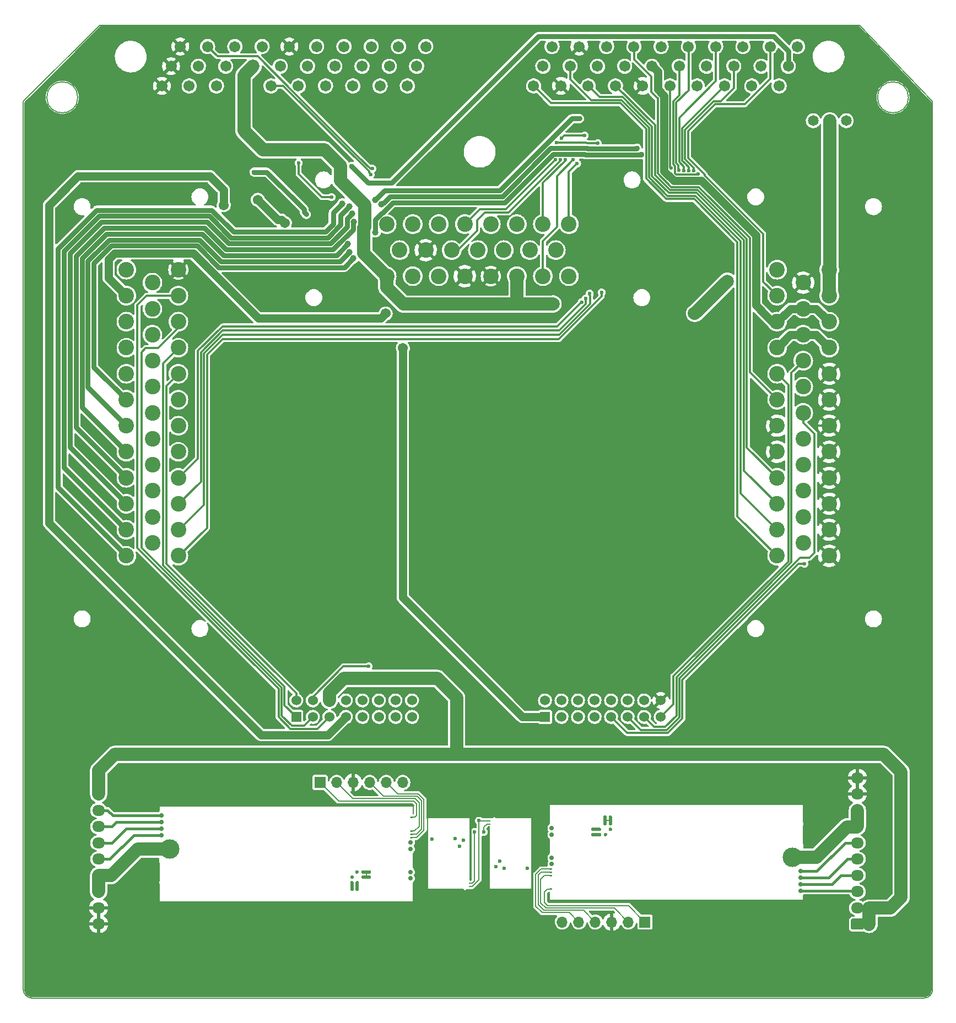
<source format=gtl>
G04 #@! TF.GenerationSoftware,KiCad,Pcbnew,(6.0.5)*
G04 #@! TF.CreationDate,2022-05-26T18:31:31+03:00*
G04 #@! TF.ProjectId,5.0mustangProteusPnP,352e306d-7573-4746-916e-6750726f7465,R0.1*
G04 #@! TF.SameCoordinates,Original*
G04 #@! TF.FileFunction,Copper,L1,Top*
G04 #@! TF.FilePolarity,Positive*
%FSLAX46Y46*%
G04 Gerber Fmt 4.6, Leading zero omitted, Abs format (unit mm)*
G04 Created by KiCad (PCBNEW (6.0.5)) date 2022-05-26 18:31:31*
%MOMM*%
%LPD*%
G01*
G04 APERTURE LIST*
G04 #@! TA.AperFunction,Profile*
%ADD10C,0.200000*%
G04 #@! TD*
G04 #@! TA.AperFunction,ComponentPad*
%ADD11C,1.714500*%
G04 #@! TD*
G04 #@! TA.AperFunction,ComponentPad*
%ADD12R,1.524000X1.524000*%
G04 #@! TD*
G04 #@! TA.AperFunction,ComponentPad*
%ADD13C,1.524000*%
G04 #@! TD*
G04 #@! TA.AperFunction,ComponentPad*
%ADD14C,1.651000*%
G04 #@! TD*
G04 #@! TA.AperFunction,ComponentPad*
%ADD15C,2.400000*%
G04 #@! TD*
G04 #@! TA.AperFunction,ComponentPad*
%ADD16C,0.700000*%
G04 #@! TD*
G04 #@! TA.AperFunction,SMDPad,CuDef*
%ADD17C,3.000000*%
G04 #@! TD*
G04 #@! TA.AperFunction,SMDPad,CuDef*
%ADD18R,0.250000X3.000000*%
G04 #@! TD*
G04 #@! TA.AperFunction,SMDPad,CuDef*
%ADD19R,0.250000X2.250000*%
G04 #@! TD*
G04 #@! TA.AperFunction,SMDPad,CuDef*
%ADD20R,39.250000X0.250000*%
G04 #@! TD*
G04 #@! TA.AperFunction,SMDPad,CuDef*
%ADD21R,0.250000X0.950000*%
G04 #@! TD*
G04 #@! TA.AperFunction,SMDPad,CuDef*
%ADD22R,0.250000X1.450000*%
G04 #@! TD*
G04 #@! TA.AperFunction,SMDPad,CuDef*
%ADD23R,0.250000X3.100000*%
G04 #@! TD*
G04 #@! TA.AperFunction,SMDPad,CuDef*
%ADD24R,0.250000X2.950000*%
G04 #@! TD*
G04 #@! TA.AperFunction,ComponentPad*
%ADD25R,1.700000X1.700000*%
G04 #@! TD*
G04 #@! TA.AperFunction,ComponentPad*
%ADD26O,1.700000X1.700000*%
G04 #@! TD*
G04 #@! TA.AperFunction,SMDPad,CuDef*
%ADD27O,0.200000X11.100001*%
G04 #@! TD*
G04 #@! TA.AperFunction,SMDPad,CuDef*
%ADD28O,6.799999X0.200000*%
G04 #@! TD*
G04 #@! TA.AperFunction,SMDPad,CuDef*
%ADD29O,0.399999X9.800001*%
G04 #@! TD*
G04 #@! TA.AperFunction,SMDPad,CuDef*
%ADD30O,0.250000X0.499999*%
G04 #@! TD*
G04 #@! TA.AperFunction,SMDPad,CuDef*
%ADD31O,5.669999X0.200000*%
G04 #@! TD*
G04 #@! TA.AperFunction,SMDPad,CuDef*
%ADD32O,0.499999X0.250000*%
G04 #@! TD*
G04 #@! TA.AperFunction,ComponentPad*
%ADD33C,0.599999*%
G04 #@! TD*
G04 #@! TA.AperFunction,ComponentPad*
%ADD34O,1.950000X1.700000*%
G04 #@! TD*
G04 #@! TA.AperFunction,ViaPad*
%ADD35C,0.600000*%
G04 #@! TD*
G04 #@! TA.AperFunction,ViaPad*
%ADD36C,0.789940*%
G04 #@! TD*
G04 #@! TA.AperFunction,ViaPad*
%ADD37C,2.000000*%
G04 #@! TD*
G04 #@! TA.AperFunction,ViaPad*
%ADD38C,1.541780*%
G04 #@! TD*
G04 #@! TA.AperFunction,ViaPad*
%ADD39C,1.000000*%
G04 #@! TD*
G04 #@! TA.AperFunction,Conductor*
%ADD40C,0.304800*%
G04 #@! TD*
G04 #@! TA.AperFunction,Conductor*
%ADD41C,1.270000*%
G04 #@! TD*
G04 #@! TA.AperFunction,Conductor*
%ADD42C,2.032000*%
G04 #@! TD*
G04 #@! TA.AperFunction,Conductor*
%ADD43C,0.203200*%
G04 #@! TD*
G04 #@! TA.AperFunction,Conductor*
%ADD44C,0.762000*%
G04 #@! TD*
G04 #@! TA.AperFunction,Conductor*
%ADD45C,0.406400*%
G04 #@! TD*
G04 APERTURE END LIST*
D10*
X95885000Y-211201000D02*
X95885000Y-74627000D01*
X224406100Y-62865000D02*
X107638100Y-62865000D01*
X107638100Y-62865000D02*
X95885000Y-74627000D01*
X235585000Y-211201000D02*
X235585000Y-74627000D01*
X234315000Y-212471000D02*
G75*
G03*
X235585000Y-211201000I0J1270000D01*
G01*
X104235250Y-73977500D02*
G75*
G03*
X104235250Y-73977500I-2381250J0D01*
G01*
X224406100Y-62865000D02*
X235585000Y-74627000D01*
X95885000Y-211201000D02*
G75*
G03*
X97155000Y-212471000I1270000J0D01*
G01*
X234315000Y-212471000D02*
X97155000Y-212471000D01*
X231877750Y-73977500D02*
G75*
G03*
X231877750Y-73977500I-2381250J0D01*
G01*
D11*
G04 #@! TO.P,U1,1,A1*
G04 #@! TO.N,/12V*
X214832200Y-66162200D03*
G04 #@! TO.P,U1,2,A2*
G04 #@! TO.N,/KNOCK_1*
X210641400Y-66162200D03*
G04 #@! TO.P,U1,3,A3*
G04 #@! TO.N,/VR1+*
X206450600Y-66162200D03*
G04 #@! TO.P,U1,4,A4*
G04 #@! TO.N,/AV5*
X202259800Y-66162200D03*
G04 #@! TO.P,U1,5,A5*
G04 #@! TO.N,/AV3*
X198069000Y-66162200D03*
G04 #@! TO.P,U1,6,A6*
G04 #@! TO.N,/VR1-*
X193878200Y-66162200D03*
G04 #@! TO.P,U1,7,A7*
G04 #@! TO.N,/AT2*
X189687400Y-66162200D03*
G04 #@! TO.P,U1,8,A8*
G04 #@! TO.N,/CAN+*
X185496600Y-66162200D03*
G04 #@! TO.P,U1,9,A9*
G04 #@! TO.N,GND*
X181305800Y-66162200D03*
G04 #@! TO.P,U1,10,A10*
G04 #@! TO.N,/LS9*
X177115000Y-66162200D03*
G04 #@! TO.P,U1,11,A11*
G04 #@! TO.N,/CAN-*
X157711000Y-66162200D03*
G04 #@! TO.P,U1,12,A12*
G04 #@! TO.N,/LS13*
X153520200Y-66162200D03*
G04 #@! TO.P,U1,13,A13*
G04 #@! TO.N,/LS16*
X149329400Y-66162200D03*
G04 #@! TO.P,U1,14,A14*
G04 #@! TO.N,/LS10*
X145138600Y-66162200D03*
G04 #@! TO.P,U1,15,A15*
G04 #@! TO.N,/LS4*
X140947800Y-66162200D03*
G04 #@! TO.P,U1,16,A16*
G04 #@! TO.N,GND*
X136757000Y-66162200D03*
G04 #@! TO.P,U1,17,A17*
G04 #@! TO.N,/LS12*
X132566200Y-66162200D03*
G04 #@! TO.P,U1,18,A18*
G04 #@! TO.N,/LS1*
X128375400Y-66162200D03*
G04 #@! TO.P,U1,19,A19*
G04 #@! TO.N,/DIGITAL_4*
X124184600Y-66162200D03*
G04 #@! TO.P,U1,20,A20*
G04 #@! TO.N,GND*
X119993800Y-66162200D03*
G04 #@! TO.P,U1,21,A21*
G04 #@! TO.N,/LS14*
X213416200Y-69187200D03*
G04 #@! TO.P,U1,22,A22*
G04 #@! TO.N,/LS7*
X209225400Y-69187200D03*
G04 #@! TO.P,U1,23,A23*
G04 #@! TO.N,/AV9*
X205034600Y-69187200D03*
G04 #@! TO.P,U1,24,A24*
G04 #@! TO.N,/IGN4*
X200843800Y-69187200D03*
G04 #@! TO.P,U1,25,A25*
G04 #@! TO.N,/AT1*
X196653000Y-69187200D03*
G04 #@! TO.P,U1,26,A26*
G04 #@! TO.N,/5V_SENSE_2*
X192462200Y-69187200D03*
G04 #@! TO.P,U1,27,A27*
G04 #@! TO.N,/DIGITAL_2*
X188271400Y-69187200D03*
G04 #@! TO.P,U1,28,A28*
G04 #@! TO.N,/IGN5*
X184080600Y-69187200D03*
G04 #@! TO.P,U1,29,A29*
G04 #@! TO.N,/AV4*
X179889800Y-69187200D03*
G04 #@! TO.P,U1,30,A30*
G04 #@! TO.N,/DIGITAL_3*
X175699000Y-69187200D03*
G04 #@! TO.P,U1,31,A31*
G04 #@! TO.N,/LS11*
X156295000Y-69187200D03*
G04 #@! TO.P,U1,32,A32*
G04 #@! TO.N,unconnected-(U1-Pad32)*
X152104200Y-69187200D03*
G04 #@! TO.P,U1,33,A33*
G04 #@! TO.N,unconnected-(U1-Pad33)*
X147913400Y-69187200D03*
G04 #@! TO.P,U1,34,A34*
G04 #@! TO.N,/IGN3*
X143722600Y-69187200D03*
G04 #@! TO.P,U1,35,A35*
G04 #@! TO.N,/IGN7*
X139531800Y-69187200D03*
G04 #@! TO.P,U1,36,A36*
G04 #@! TO.N,/HS3*
X135341000Y-69187200D03*
G04 #@! TO.P,U1,37,A37*
G04 #@! TO.N,/12V_MR*
X131150200Y-69187200D03*
G04 #@! TO.P,U1,38,A38*
G04 #@! TO.N,unconnected-(U1-Pad38)*
X126959400Y-69187200D03*
G04 #@! TO.P,U1,39,A39*
G04 #@! TO.N,/IGN8*
X122768600Y-69187200D03*
G04 #@! TO.P,U1,40,A40*
G04 #@! TO.N,GND*
X118577800Y-69187200D03*
G04 #@! TO.P,U1,41,A41*
G04 #@! TO.N,/IGN1*
X212000200Y-72212200D03*
G04 #@! TO.P,U1,42,A42*
G04 #@! TO.N,/LS6*
X207809400Y-72212200D03*
G04 #@! TO.P,U1,43,A43*
G04 #@! TO.N,/AV7*
X203618600Y-72212200D03*
G04 #@! TO.P,U1,44,A44*
G04 #@! TO.N,/IGN2*
X199427800Y-72212200D03*
G04 #@! TO.P,U1,45,A45*
G04 #@! TO.N,/AV1*
X195237000Y-72212200D03*
G04 #@! TO.P,U1,46,A46*
G04 #@! TO.N,GND*
X191046200Y-72212200D03*
G04 #@! TO.P,U1,47,A47*
G04 #@! TO.N,/AV8*
X186855400Y-72212200D03*
G04 #@! TO.P,U1,48,A48*
G04 #@! TO.N,/AV6*
X182664600Y-72212200D03*
G04 #@! TO.P,U1,49,A49*
G04 #@! TO.N,GND*
X178473800Y-72212200D03*
G04 #@! TO.P,U1,50,A50*
G04 #@! TO.N,/AV2*
X174283000Y-72212200D03*
G04 #@! TO.P,U1,51,A51*
G04 #@! TO.N,/IGN6*
X154879000Y-72212200D03*
G04 #@! TO.P,U1,52,A52*
G04 #@! TO.N,/LS15*
X150688200Y-72212200D03*
G04 #@! TO.P,U1,53,A53*
G04 #@! TO.N,/HS4*
X146497400Y-72212200D03*
G04 #@! TO.P,U1,54,A54*
G04 #@! TO.N,/LS8*
X142306600Y-72212200D03*
G04 #@! TO.P,U1,55,A55*
G04 #@! TO.N,/LS2*
X138115800Y-72212200D03*
G04 #@! TO.P,U1,56,A56*
G04 #@! TO.N,/DIGITAL_1*
X133925000Y-72212200D03*
G04 #@! TO.P,U1,57,A57*
G04 #@! TO.N,/12V_MR*
X129734200Y-72212200D03*
G04 #@! TO.P,U1,58,A58*
G04 #@! TO.N,/LS3*
X125543400Y-72212200D03*
G04 #@! TO.P,U1,59,A59*
G04 #@! TO.N,/LS5*
X121352600Y-72212200D03*
G04 #@! TO.P,U1,60,A60*
G04 #@! TO.N,GND*
X117161800Y-72212200D03*
G04 #@! TD*
D12*
G04 #@! TO.P,J2,1,1*
G04 #@! TO.N,/HS1*
X176030000Y-169250360D03*
D13*
G04 #@! TO.P,J2,2,2*
G04 #@! TO.N,/VR2-*
X176030000Y-166710360D03*
G04 #@! TO.P,J2,3,3*
G04 #@! TO.N,unconnected-(J2-Pad3)*
X178570000Y-169250360D03*
G04 #@! TO.P,J2,4,4*
G04 #@! TO.N,/VR2+*
X178570000Y-166710360D03*
G04 #@! TO.P,J2,5,5*
G04 #@! TO.N,unconnected-(J2-Pad5)*
X181110000Y-169250360D03*
G04 #@! TO.P,J2,6,6*
G04 #@! TO.N,/DIGITAL_6*
X181110000Y-166710360D03*
G04 #@! TO.P,J2,7,7*
G04 #@! TO.N,unconnected-(J2-Pad7)*
X183650000Y-169250360D03*
G04 #@! TO.P,J2,8,8*
G04 #@! TO.N,/DIGITAL_5*
X183650000Y-166710360D03*
G04 #@! TO.P,J2,9,9*
G04 #@! TO.N,/KNOCK_2*
X186190000Y-169250360D03*
G04 #@! TO.P,J2,10,10*
G04 #@! TO.N,/CAN+*
X186190000Y-166710360D03*
G04 #@! TO.P,J2,11,11*
G04 #@! TO.N,/AV11*
X188730000Y-169250360D03*
G04 #@! TO.P,J2,12,12*
G04 #@! TO.N,/CAN-*
X188730000Y-166710360D03*
G04 #@! TO.P,J2,13,13*
G04 #@! TO.N,/AT3*
X191270000Y-169250360D03*
G04 #@! TO.P,J2,14,14*
G04 #@! TO.N,/5V_SENSE_1*
X191270000Y-166710360D03*
G04 #@! TO.P,J2,15,15*
G04 #@! TO.N,/AT4*
X193810000Y-169250360D03*
G04 #@! TO.P,J2,16,16*
G04 #@! TO.N,GND*
X193810000Y-166710360D03*
G04 #@! TD*
D12*
G04 #@! TO.P,J4,1,1*
G04 #@! TO.N,/IGN10*
X137823410Y-169250360D03*
D13*
G04 #@! TO.P,J4,2,2*
G04 #@! TO.N,/IGN9*
X137823410Y-166710360D03*
G04 #@! TO.P,J4,3,3*
G04 #@! TO.N,/IGN11*
X140363410Y-169250360D03*
G04 #@! TO.P,J4,4,4*
G04 #@! TO.N,/ETB2-*
X140363410Y-166710360D03*
G04 #@! TO.P,J4,5,5*
G04 #@! TO.N,/IGN12*
X142903410Y-169250360D03*
G04 #@! TO.P,J4,6,6*
G04 #@! TO.N,/12V_MR*
X142903410Y-166710360D03*
G04 #@! TO.P,J4,7,7*
G04 #@! TO.N,/HS2*
X145443410Y-169250360D03*
G04 #@! TO.P,J4,8,8*
G04 #@! TO.N,/ETB2+*
X145443410Y-166710360D03*
G04 #@! TO.P,J4,9,9*
G04 #@! TO.N,unconnected-(J4-Pad9)*
X147983410Y-169250360D03*
G04 #@! TO.P,J4,10,10*
G04 #@! TO.N,/CAN2+*
X147983410Y-166710360D03*
G04 #@! TO.P,J4,11,11*
G04 #@! TO.N,unconnected-(J4-Pad11)*
X150523410Y-169250360D03*
G04 #@! TO.P,J4,12,12*
G04 #@! TO.N,/ETB1+*
X150523410Y-166710360D03*
G04 #@! TO.P,J4,13,13*
G04 #@! TO.N,unconnected-(J4-Pad13)*
X153063410Y-169250360D03*
G04 #@! TO.P,J4,14,14*
G04 #@! TO.N,/CAN2-*
X153063410Y-166710360D03*
G04 #@! TO.P,J4,15,15*
G04 #@! TO.N,unconnected-(J4-Pad15)*
X155603410Y-169250360D03*
G04 #@! TO.P,J4,16,16*
G04 #@! TO.N,/ETB1-*
X155603410Y-166710360D03*
G04 #@! TD*
D14*
G04 #@! TO.P,J1,1,1*
G04 #@! TO.N,/12V*
X222326200Y-77569060D03*
G04 #@! TO.P,J1,2,2*
G04 #@! TO.N,/MR_INPUT*
X219786200Y-77569060D03*
G04 #@! TO.P,J1,3,3*
G04 #@! TO.N,/12V_MR*
X217246200Y-77569060D03*
G04 #@! TD*
D15*
G04 #@! TO.P,BRD1,A1(12),HS2*
G04 #@! TO.N,/HS2*
X111704000Y-100472000D03*
G04 #@! TO.P,BRD1,A2(11),HS1*
G04 #@! TO.N,/HS1*
X111704000Y-104472000D03*
G04 #@! TO.P,BRD1,A3(10),LS1(INJ1)*
G04 #@! TO.N,/LS1*
X111704000Y-108472000D03*
G04 #@! TO.P,BRD1,A4(9),LS3(INJ3)*
G04 #@! TO.N,/LS3*
X111704000Y-112472000D03*
G04 #@! TO.P,BRD1,A5(8),LS5(INJ5)*
G04 #@! TO.N,/LS5*
X111704000Y-116472000D03*
G04 #@! TO.P,BRD1,A6(7),LS6(INJ6)*
G04 #@! TO.N,/LS6*
X111704000Y-120472000D03*
G04 #@! TO.P,BRD1,A7(6),LS7(INJ7)*
G04 #@! TO.N,/LS7*
X111704000Y-124472000D03*
G04 #@! TO.P,BRD1,A8(5),LS9(INJ9)*
G04 #@! TO.N,/LS9*
X111704000Y-128472000D03*
G04 #@! TO.P,BRD1,A9(4),LS11(INJ11)*
G04 #@! TO.N,/LS11*
X111704000Y-132472000D03*
G04 #@! TO.P,BRD1,A10(3),LS13(MAIN)*
G04 #@! TO.N,/LS13*
X111704000Y-136472000D03*
G04 #@! TO.P,BRD1,A11(2),LS14*
G04 #@! TO.N,/LS14*
X111704000Y-140472000D03*
G04 #@! TO.P,BRD1,A12(1),LS15(FAN)*
G04 #@! TO.N,/LS15*
X111704000Y-144472000D03*
G04 #@! TO.P,BRD1,A13(23),HS3*
G04 #@! TO.N,/HS3*
X115704000Y-102472000D03*
G04 #@! TO.P,BRD1,A14(22),HS4*
G04 #@! TO.N,/HS4*
X115704000Y-106472000D03*
G04 #@! TO.P,BRD1,A15(21),LS2(INJ2)*
G04 #@! TO.N,/LS2*
X115704000Y-110472000D03*
G04 #@! TO.P,BRD1,A16(20),LS4(INJ4)*
G04 #@! TO.N,/LS4*
X115704000Y-114472000D03*
G04 #@! TO.P,BRD1,A17(19),GND*
G04 #@! TO.N,GND*
X115704000Y-118472000D03*
G04 #@! TO.P,BRD1,A18(18),GND*
X115704000Y-122472000D03*
G04 #@! TO.P,BRD1,A19(17),LS8(INJ8)*
G04 #@! TO.N,/LS8*
X115704000Y-126472000D03*
G04 #@! TO.P,BRD1,A20(16),LS10(INJ10)*
G04 #@! TO.N,/LS10*
X115704000Y-130472000D03*
G04 #@! TO.P,BRD1,A21(15),LS12(INJ12)*
G04 #@! TO.N,/LS12*
X115704000Y-134472000D03*
G04 #@! TO.P,BRD1,A22(14),IGN3*
G04 #@! TO.N,/IGN3*
X115704000Y-138472000D03*
G04 #@! TO.P,BRD1,A23(13),LS16(FUEL)*
G04 #@! TO.N,/LS16*
X115704000Y-142472000D03*
G04 #@! TO.P,BRD1,A24(35),GND*
G04 #@! TO.N,GND*
X119704000Y-100472000D03*
G04 #@! TO.P,BRD1,A25(34),IGN12*
G04 #@! TO.N,/IGN12*
X119704000Y-104472000D03*
G04 #@! TO.P,BRD1,A26(33),IGN11*
G04 #@! TO.N,/IGN11*
X119704000Y-108472000D03*
G04 #@! TO.P,BRD1,A27(32),IGN10*
G04 #@! TO.N,/IGN10*
X119704000Y-112472000D03*
G04 #@! TO.P,BRD1,A28(31),IGN9*
G04 #@! TO.N,/IGN9*
X119704000Y-116472000D03*
G04 #@! TO.P,BRD1,A29(30),IGN8*
G04 #@! TO.N,/IGN8*
X119704000Y-120472000D03*
G04 #@! TO.P,BRD1,A30(29),IGN7*
G04 #@! TO.N,/IGN7*
X119704000Y-124472000D03*
G04 #@! TO.P,BRD1,A31(28),IGN6*
G04 #@! TO.N,/IGN6*
X119704000Y-128472000D03*
G04 #@! TO.P,BRD1,A32(27),IGN5*
G04 #@! TO.N,/IGN5*
X119704000Y-132472000D03*
G04 #@! TO.P,BRD1,A33(26),IGN4*
G04 #@! TO.N,/IGN4*
X119704000Y-136472000D03*
G04 #@! TO.P,BRD1,A34(25),IGN2*
G04 #@! TO.N,/IGN2*
X119704000Y-140472000D03*
G04 #@! TO.P,BRD1,A35(24),IGN1*
G04 #@! TO.N,/IGN1*
X119704000Y-144472000D03*
G04 #@! TO.P,BRD1,B1(8),D2*
G04 #@! TO.N,/DIGITAL_2*
X179704000Y-93472000D03*
G04 #@! TO.P,BRD1,B2(7),D3*
G04 #@! TO.N,/DIGITAL_3*
X175704000Y-93472000D03*
G04 #@! TO.P,BRD1,B3(6),D4*
G04 #@! TO.N,/DIGITAL_4*
X171704000Y-93472000D03*
G04 #@! TO.P,BRD1,B4(5),VR2+*
G04 #@! TO.N,/VR2+*
X167704000Y-93472000D03*
G04 #@! TO.P,BRD1,B5(4),VR1+*
G04 #@! TO.N,/VR1+*
X163704000Y-93472000D03*
G04 #@! TO.P,BRD1,B6(3),ETB1-*
G04 #@! TO.N,/ETB1-*
X159704000Y-93472000D03*
G04 #@! TO.P,BRD1,B7(2),ETB1+*
G04 #@! TO.N,/ETB1+*
X155704000Y-93472000D03*
G04 #@! TO.P,BRD1,B8(1),ETB2-*
G04 #@! TO.N,/ETB2-*
X151704000Y-93472000D03*
G04 #@! TO.P,BRD1,B9(15),D5*
G04 #@! TO.N,/DIGITAL_5*
X177704000Y-97472000D03*
G04 #@! TO.P,BRD1,B10(14),D1*
G04 #@! TO.N,/DIGITAL_1*
X173704000Y-97472000D03*
G04 #@! TO.P,BRD1,B11(13),D6*
G04 #@! TO.N,/DIGITAL_6*
X169704000Y-97472000D03*
G04 #@! TO.P,BRD1,B12(12),VR2-*
G04 #@! TO.N,/VR2-*
X165704000Y-97472000D03*
G04 #@! TO.P,BRD1,B13(11),VR1-*
G04 #@! TO.N,/VR1-*
X161704000Y-97472000D03*
G04 #@! TO.P,BRD1,B14(10),GND*
G04 #@! TO.N,GND*
X157704000Y-97472000D03*
G04 #@! TO.P,BRD1,B15(9),ETB2+*
G04 #@! TO.N,/ETB2+*
X153704000Y-97472000D03*
G04 #@! TO.P,BRD1,B16(23),CAN-*
G04 #@! TO.N,/CAN-*
X179704000Y-101472000D03*
G04 #@! TO.P,BRD1,B17(22),CAN+*
G04 #@! TO.N,/CAN+*
X175704000Y-101472000D03*
G04 #@! TO.P,BRD1,B18(21),12V_IGN*
G04 #@! TO.N,/12V_MR*
X171704000Y-101472000D03*
G04 #@! TO.P,BRD1,B19(20),GND*
G04 #@! TO.N,GND*
X167704000Y-101472000D03*
G04 #@! TO.P,BRD1,B20(19),GND*
X163704000Y-101472000D03*
G04 #@! TO.P,BRD1,B21(18),CAN2-*
G04 #@! TO.N,/CAN2-*
X159704000Y-101472000D03*
G04 #@! TO.P,BRD1,B22(17),CAN2+*
G04 #@! TO.N,/CAN2+*
X155704000Y-101472000D03*
G04 #@! TO.P,BRD1,B23(16),12V_MR*
G04 #@! TO.N,/12V_MR*
X151704000Y-101472000D03*
G04 #@! TO.P,BRD1,C1(12),GND_SENS*
G04 #@! TO.N,GND*
X219704000Y-144472000D03*
G04 #@! TO.P,BRD1,C2(11),GND_SENS*
X219704000Y-140472000D03*
G04 #@! TO.P,BRD1,C3(10),GND_SENS*
X219704000Y-136472000D03*
G04 #@! TO.P,BRD1,C4(9),GND_SENS*
X219704000Y-132472000D03*
G04 #@! TO.P,BRD1,C5(8),GND_SENS*
X219704000Y-128472000D03*
G04 #@! TO.P,BRD1,C6(7),GND_SENS*
X219704000Y-124472000D03*
G04 #@! TO.P,BRD1,C7(6),GND_SENS*
X219704000Y-120472000D03*
G04 #@! TO.P,BRD1,C8(5),GND_SENS*
X219704000Y-116472000D03*
G04 #@! TO.P,BRD1,C9(4),5V_1*
G04 #@! TO.N,/5V_SENSE_1*
X219704000Y-112472000D03*
G04 #@! TO.P,BRD1,C10(3),5V_2*
G04 #@! TO.N,/5V_SENSE_2*
X219704000Y-108472000D03*
G04 #@! TO.P,BRD1,C11(2),12V_PROT*
G04 #@! TO.N,/MR_INPUT*
X219704000Y-104472000D03*
G04 #@! TO.P,BRD1,C12(1),12V_PROT*
X219704000Y-100472000D03*
G04 #@! TO.P,BRD1,C13(23),AV1(MAP)*
G04 #@! TO.N,/AV1*
X215704000Y-142472000D03*
G04 #@! TO.P,BRD1,C14(22),AV3*
G04 #@! TO.N,/AV3*
X215704000Y-138472000D03*
G04 #@! TO.P,BRD1,C15(21),AV5*
G04 #@! TO.N,/AV5*
X215704000Y-134472000D03*
G04 #@! TO.P,BRD1,C16(20),AV7*
G04 #@! TO.N,/AV7*
X215704000Y-130472000D03*
G04 #@! TO.P,BRD1,C17(19),AV9*
G04 #@! TO.N,/AV9*
X215704000Y-126472000D03*
G04 #@! TO.P,BRD1,C18(18),AV11*
G04 #@! TO.N,/AV11*
X215704000Y-122472000D03*
G04 #@! TO.P,BRD1,C19(17),AT1*
G04 #@! TO.N,/AT1*
X215704000Y-118472000D03*
G04 #@! TO.P,BRD1,C20(16),AT3(CLT)*
G04 #@! TO.N,/AT3*
X215704000Y-114472000D03*
G04 #@! TO.P,BRD1,C21(15),5V_1*
G04 #@! TO.N,/5V_SENSE_1*
X215704000Y-110472000D03*
G04 #@! TO.P,BRD1,C22(14),5V_2*
G04 #@! TO.N,/5V_SENSE_2*
X215704000Y-106472000D03*
G04 #@! TO.P,BRD1,C23(13),GND_SENS*
G04 #@! TO.N,GND*
X215704000Y-102472000D03*
G04 #@! TO.P,BRD1,C24(35),AV2(TPS)*
G04 #@! TO.N,/AV2*
X211704000Y-144472000D03*
G04 #@! TO.P,BRD1,C25(34),AV4*
G04 #@! TO.N,/AV4*
X211704000Y-140472000D03*
G04 #@! TO.P,BRD1,C26(33),AV6*
G04 #@! TO.N,/AV6*
X211704000Y-136472000D03*
G04 #@! TO.P,BRD1,C27(32),AV8*
G04 #@! TO.N,/AV8*
X211704000Y-132472000D03*
G04 #@! TO.P,BRD1,C28(31),AV10*
G04 #@! TO.N,GND*
X211704000Y-128472000D03*
G04 #@! TO.P,BRD1,C29(30),GND_SENS*
X211704000Y-124472000D03*
G04 #@! TO.P,BRD1,C30(29),AT2(IAT)*
G04 #@! TO.N,/AT2*
X211704000Y-120472000D03*
G04 #@! TO.P,BRD1,C31(28),AT4*
G04 #@! TO.N,/AT4*
X211704000Y-116472000D03*
G04 #@! TO.P,BRD1,C32(27),5V_1*
G04 #@! TO.N,/5V_SENSE_1*
X211704000Y-112472000D03*
G04 #@! TO.P,BRD1,C33(26),5V_2*
G04 #@! TO.N,/5V_SENSE_2*
X211704000Y-108472000D03*
G04 #@! TO.P,BRD1,C34(25),KNOCK1*
G04 #@! TO.N,/KNOCK_1*
X211704000Y-104472000D03*
G04 #@! TO.P,BRD1,C35(24),KNOCK2*
G04 #@! TO.N,/KNOCK_2*
X211704000Y-100472000D03*
G04 #@! TD*
D16*
G04 #@! TO.P,M3,E1,LSU_Un*
G04 #@! TO.N,Net-(J10-Pad3)*
X215317000Y-195988000D03*
G04 #@! TO.P,M3,E2,LSU_Vm*
G04 #@! TO.N,Net-(J10-Pad4)*
X215317000Y-194988000D03*
G04 #@! TO.P,M3,E3,LSU_Ip*
G04 #@! TO.N,Net-(J10-Pad5)*
X215317000Y-193988000D03*
G04 #@! TO.P,M3,E4,LSU_Rtrim*
G04 #@! TO.N,Net-(J10-Pad6)*
X215317000Y-192988000D03*
D17*
G04 #@! TO.P,M3,E5,LSU_H+*
G04 #@! TO.N,Net-(J10-Pad7)*
X214067000Y-190838000D03*
D18*
G04 #@! TO.P,M3,E6,LSU_H-*
G04 #@! TO.N,GND*
X215692000Y-187338000D03*
D19*
G04 #@! TO.P,M3,G,GND*
X176692000Y-189113000D03*
D20*
X196192000Y-197463000D03*
D21*
X215692000Y-197113000D03*
D22*
X176692000Y-196863000D03*
D23*
X176692000Y-184138000D03*
D24*
X215692000Y-184063000D03*
D20*
X196192000Y-182713000D03*
G04 #@! TO.P,M3,J1,SEL1*
G04 #@! TO.N,Net-(M3-PadJ1)*
G04 #@! TA.AperFunction,SMDPad,CuDef*
G36*
G01*
X186317000Y-184538000D02*
X186317000Y-185788000D01*
G75*
G02*
X186192000Y-185913000I-125000J0D01*
G01*
X185942000Y-185913000D01*
G75*
G02*
X185817000Y-185788000I0J125000D01*
G01*
X185817000Y-184538000D01*
G75*
G02*
X185942000Y-184413000I125000J0D01*
G01*
X186192000Y-184413000D01*
G75*
G02*
X186317000Y-184538000I0J-125000D01*
G01*
G37*
G04 #@! TD.AperFunction*
G04 #@! TO.P,M3,J2,SEL2*
G04 #@! TO.N,unconnected-(M3-PadJ2)*
G04 #@! TA.AperFunction,SMDPad,CuDef*
G36*
G01*
X184642000Y-187213000D02*
X184642000Y-187463000D01*
G75*
G02*
X184517000Y-187588000I-125000J0D01*
G01*
X183267000Y-187588000D01*
G75*
G02*
X183142000Y-187463000I0J125000D01*
G01*
X183142000Y-187213000D01*
G75*
G02*
X183267000Y-187088000I125000J0D01*
G01*
X184517000Y-187088000D01*
G75*
G02*
X184642000Y-187213000I0J-125000D01*
G01*
G37*
G04 #@! TD.AperFunction*
G04 #@! TO.P,M3,J_GND1,PULL_DOWN1*
G04 #@! TO.N,Net-(M3-PadJ1)*
G04 #@! TA.AperFunction,SMDPad,CuDef*
G36*
G01*
X185517000Y-184538000D02*
X185517000Y-185788000D01*
G75*
G02*
X185392000Y-185913000I-125000J0D01*
G01*
X185142000Y-185913000D01*
G75*
G02*
X185017000Y-185788000I0J125000D01*
G01*
X185017000Y-184538000D01*
G75*
G02*
X185142000Y-184413000I125000J0D01*
G01*
X185392000Y-184413000D01*
G75*
G02*
X185517000Y-184538000I0J-125000D01*
G01*
G37*
G04 #@! TD.AperFunction*
G04 #@! TO.P,M3,J_GND2,PULL_DOWN2*
G04 #@! TO.N,unconnected-(M3-PadJ_GND2)*
G04 #@! TA.AperFunction,SMDPad,CuDef*
G36*
G01*
X185192000Y-187088000D02*
X185442000Y-187088000D01*
G75*
G02*
X185567000Y-187213000I0J-125000D01*
G01*
X185567000Y-187463000D01*
G75*
G02*
X185442000Y-187588000I-125000J0D01*
G01*
X185192000Y-187588000D01*
G75*
G02*
X185067000Y-187463000I0J125000D01*
G01*
X185067000Y-187213000D01*
G75*
G02*
X185192000Y-187088000I125000J0D01*
G01*
G37*
G04 #@! TD.AperFunction*
G04 #@! TO.P,M3,J_VCC1,PULL_UP1*
G04 #@! TO.N,unconnected-(M3-PadJ_VCC1)*
G04 #@! TA.AperFunction,SMDPad,CuDef*
G36*
G01*
X186317000Y-186413000D02*
X186317000Y-186663000D01*
G75*
G02*
X186192000Y-186788000I-125000J0D01*
G01*
X185942000Y-186788000D01*
G75*
G02*
X185817000Y-186663000I0J125000D01*
G01*
X185817000Y-186413000D01*
G75*
G02*
X185942000Y-186288000I125000J0D01*
G01*
X186192000Y-186288000D01*
G75*
G02*
X186317000Y-186413000I0J-125000D01*
G01*
G37*
G04 #@! TD.AperFunction*
G04 #@! TO.P,M3,J_VCC2,PULL_UP2*
G04 #@! TO.N,unconnected-(M3-PadJ_VCC2)*
G04 #@! TA.AperFunction,SMDPad,CuDef*
G36*
G01*
X184642000Y-186413000D02*
X184642000Y-186663000D01*
G75*
G02*
X184517000Y-186788000I-125000J0D01*
G01*
X183267000Y-186788000D01*
G75*
G02*
X183142000Y-186663000I0J125000D01*
G01*
X183142000Y-186413000D01*
G75*
G02*
X183267000Y-186288000I125000J0D01*
G01*
X184517000Y-186288000D01*
G75*
G02*
X184642000Y-186413000I0J-125000D01*
G01*
G37*
G04 #@! TD.AperFunction*
D16*
G04 #@! TO.P,M3,W1,V5_IN*
G04 #@! TO.N,+5VA*
X177067000Y-186338000D03*
G04 #@! TO.P,M3,W2,CAN_VIO*
G04 #@! TO.N,Net-(M2-PadV2)*
X177067000Y-187338000D03*
G04 #@! TO.P,M3,W3,CAN_RX*
G04 #@! TO.N,Net-(M2-PadV6)*
X177067000Y-190888000D03*
G04 #@! TO.P,M3,W4,CAN_TX*
G04 #@! TO.N,Net-(M2-PadV5)*
X177067000Y-191888000D03*
G04 #@! TO.P,M3,W5,nReset*
G04 #@! TO.N,Net-(J3-Pad5)*
G04 #@! TA.AperFunction,SMDPad,CuDef*
G36*
G01*
X176667000Y-192638000D02*
X176667000Y-192638000D01*
G75*
G02*
X176792000Y-192513000I125000J0D01*
G01*
X177042000Y-192513000D01*
G75*
G02*
X177167000Y-192638000I0J-125000D01*
G01*
X177167000Y-192638000D01*
G75*
G02*
X177042000Y-192763000I-125000J0D01*
G01*
X176792000Y-192763000D01*
G75*
G02*
X176667000Y-192638000I0J125000D01*
G01*
G37*
G04 #@! TD.AperFunction*
G04 #@! TO.P,M3,W6,SWDIO*
G04 #@! TO.N,Net-(J3-Pad4)*
G04 #@! TA.AperFunction,SMDPad,CuDef*
G36*
G01*
X176667000Y-193138000D02*
X176667000Y-193138000D01*
G75*
G02*
X176792000Y-193013000I125000J0D01*
G01*
X177042000Y-193013000D01*
G75*
G02*
X177167000Y-193138000I0J-125000D01*
G01*
X177167000Y-193138000D01*
G75*
G02*
X177042000Y-193263000I-125000J0D01*
G01*
X176792000Y-193263000D01*
G75*
G02*
X176667000Y-193138000I0J125000D01*
G01*
G37*
G04 #@! TD.AperFunction*
G04 #@! TO.P,M3,W7,SWCLK*
G04 #@! TO.N,Net-(J3-Pad2)*
G04 #@! TA.AperFunction,SMDPad,CuDef*
G36*
G01*
X176667000Y-193638000D02*
X176667000Y-193638000D01*
G75*
G02*
X176792000Y-193513000I125000J0D01*
G01*
X177042000Y-193513000D01*
G75*
G02*
X177167000Y-193638000I0J-125000D01*
G01*
X177167000Y-193638000D01*
G75*
G02*
X177042000Y-193763000I-125000J0D01*
G01*
X176792000Y-193763000D01*
G75*
G02*
X176667000Y-193638000I0J125000D01*
G01*
G37*
G04 #@! TD.AperFunction*
G04 #@! TO.P,M3,W8,V33_OUT*
G04 #@! TO.N,Net-(J3-Pad1)*
G04 #@! TA.AperFunction,SMDPad,CuDef*
G36*
G01*
X176667000Y-195738000D02*
X176667000Y-195738000D01*
G75*
G02*
X176792000Y-195613000I125000J0D01*
G01*
X177042000Y-195613000D01*
G75*
G02*
X177167000Y-195738000I0J-125000D01*
G01*
X177167000Y-195738000D01*
G75*
G02*
X177042000Y-195863000I-125000J0D01*
G01*
X176792000Y-195863000D01*
G75*
G02*
X176667000Y-195738000I0J125000D01*
G01*
G37*
G04 #@! TD.AperFunction*
G04 #@! TD*
D25*
G04 #@! TO.P,J13,1,Pin_1*
G04 #@! TO.N,Net-(J13-Pad1)*
X141478000Y-179324000D03*
D26*
G04 #@! TO.P,J13,2,Pin_2*
G04 #@! TO.N,Net-(J13-Pad2)*
X144018000Y-179324000D03*
G04 #@! TO.P,J13,3,Pin_3*
G04 #@! TO.N,GND*
X146558000Y-179324000D03*
G04 #@! TO.P,J13,4,Pin_4*
G04 #@! TO.N,Net-(J13-Pad4)*
X149098000Y-179324000D03*
G04 #@! TO.P,J13,5,Pin_5*
G04 #@! TO.N,Net-(J13-Pad5)*
X151638000Y-179324000D03*
G04 #@! TO.P,J13,6,Pin_6*
G04 #@! TO.N,unconnected-(J13-Pad6)*
X154178000Y-179324000D03*
G04 #@! TD*
D27*
G04 #@! TO.P,M2,E1,GND*
G04 #@! TO.N,GND*
X174017663Y-190235500D03*
D28*
X170680164Y-195735499D03*
D29*
X167417666Y-190935501D03*
D30*
X167417666Y-195560495D03*
D31*
X171280163Y-184760499D03*
D32*
G04 #@! TO.P,M2,S1,CANL*
G04 #@! TO.N,/CAN-*
X167467664Y-185210501D03*
G04 #@! TO.P,M2,S2,CANH*
G04 #@! TO.N,/CAN+*
X167467664Y-185710502D03*
D33*
G04 #@! TO.P,M2,V1,V5*
G04 #@! TO.N,+5VA*
X168517662Y-192260499D03*
G04 #@! TO.P,M2,V2,CAN_VIO*
G04 #@! TO.N,Net-(M2-PadV2)*
X169042662Y-191385497D03*
G04 #@! TO.P,M2,V5,CAN_TX*
G04 #@! TO.N,Net-(M2-PadV5)*
X169792660Y-192560501D03*
G04 #@! TO.P,M2,V6,CAN_RX*
G04 #@! TO.N,Net-(M2-PadV6)*
X173342661Y-192485498D03*
G04 #@! TD*
D16*
G04 #@! TO.P,M1,E1,LSU_Un*
G04 #@! TO.N,Net-(J7-Pad3)*
X117127000Y-184438000D03*
G04 #@! TO.P,M1,E2,LSU_Vm*
G04 #@! TO.N,Net-(J7-Pad4)*
X117127000Y-185438000D03*
G04 #@! TO.P,M1,E3,LSU_Ip*
G04 #@! TO.N,Net-(J7-Pad5)*
X117127000Y-186438000D03*
G04 #@! TO.P,M1,E4,LSU_Rtrim*
G04 #@! TO.N,Net-(J7-Pad6)*
X117127000Y-187438000D03*
D17*
G04 #@! TO.P,M1,E5,LSU_H+*
G04 #@! TO.N,Net-(J7-Pad7)*
X118377000Y-189588000D03*
D18*
G04 #@! TO.P,M1,E6,LSU_H-*
G04 #@! TO.N,GND*
X116752000Y-193088000D03*
D20*
G04 #@! TO.P,M1,G,GND*
X136252000Y-182963000D03*
D21*
X116752000Y-183313000D03*
D20*
X136252000Y-197713000D03*
D22*
X155752000Y-183563000D03*
D23*
X155752000Y-196288000D03*
D24*
X116752000Y-196363000D03*
D19*
X155752000Y-191313000D03*
G04 #@! TO.P,M1,J1,SEL1*
G04 #@! TO.N,unconnected-(M1-PadJ1)*
G04 #@! TA.AperFunction,SMDPad,CuDef*
G36*
G01*
X146127000Y-195888000D02*
X146127000Y-194638000D01*
G75*
G02*
X146252000Y-194513000I125000J0D01*
G01*
X146502000Y-194513000D01*
G75*
G02*
X146627000Y-194638000I0J-125000D01*
G01*
X146627000Y-195888000D01*
G75*
G02*
X146502000Y-196013000I-125000J0D01*
G01*
X146252000Y-196013000D01*
G75*
G02*
X146127000Y-195888000I0J125000D01*
G01*
G37*
G04 #@! TD.AperFunction*
G04 #@! TO.P,M1,J2,SEL2*
G04 #@! TO.N,Net-(M1-PadJ2)*
G04 #@! TA.AperFunction,SMDPad,CuDef*
G36*
G01*
X147802000Y-193213000D02*
X147802000Y-192963000D01*
G75*
G02*
X147927000Y-192838000I125000J0D01*
G01*
X149177000Y-192838000D01*
G75*
G02*
X149302000Y-192963000I0J-125000D01*
G01*
X149302000Y-193213000D01*
G75*
G02*
X149177000Y-193338000I-125000J0D01*
G01*
X147927000Y-193338000D01*
G75*
G02*
X147802000Y-193213000I0J125000D01*
G01*
G37*
G04 #@! TD.AperFunction*
G04 #@! TO.P,M1,J_GND1,PULL_DOWN1*
G04 #@! TO.N,unconnected-(M1-PadJ_GND1)*
G04 #@! TA.AperFunction,SMDPad,CuDef*
G36*
G01*
X146927000Y-195888000D02*
X146927000Y-194638000D01*
G75*
G02*
X147052000Y-194513000I125000J0D01*
G01*
X147302000Y-194513000D01*
G75*
G02*
X147427000Y-194638000I0J-125000D01*
G01*
X147427000Y-195888000D01*
G75*
G02*
X147302000Y-196013000I-125000J0D01*
G01*
X147052000Y-196013000D01*
G75*
G02*
X146927000Y-195888000I0J125000D01*
G01*
G37*
G04 #@! TD.AperFunction*
G04 #@! TO.P,M1,J_GND2,PULL_DOWN2*
G04 #@! TO.N,unconnected-(M1-PadJ_GND2)*
G04 #@! TA.AperFunction,SMDPad,CuDef*
G36*
G01*
X147252000Y-193338000D02*
X147002000Y-193338000D01*
G75*
G02*
X146877000Y-193213000I0J125000D01*
G01*
X146877000Y-192963000D01*
G75*
G02*
X147002000Y-192838000I125000J0D01*
G01*
X147252000Y-192838000D01*
G75*
G02*
X147377000Y-192963000I0J-125000D01*
G01*
X147377000Y-193213000D01*
G75*
G02*
X147252000Y-193338000I-125000J0D01*
G01*
G37*
G04 #@! TD.AperFunction*
G04 #@! TO.P,M1,J_VCC1,PULL_UP1*
G04 #@! TO.N,unconnected-(M1-PadJ_VCC1)*
G04 #@! TA.AperFunction,SMDPad,CuDef*
G36*
G01*
X146127000Y-194013000D02*
X146127000Y-193763000D01*
G75*
G02*
X146252000Y-193638000I125000J0D01*
G01*
X146502000Y-193638000D01*
G75*
G02*
X146627000Y-193763000I0J-125000D01*
G01*
X146627000Y-194013000D01*
G75*
G02*
X146502000Y-194138000I-125000J0D01*
G01*
X146252000Y-194138000D01*
G75*
G02*
X146127000Y-194013000I0J125000D01*
G01*
G37*
G04 #@! TD.AperFunction*
G04 #@! TO.P,M1,J_VCC2,PULL_UP2*
G04 #@! TO.N,Net-(M1-PadJ2)*
G04 #@! TA.AperFunction,SMDPad,CuDef*
G36*
G01*
X147802000Y-194013000D02*
X147802000Y-193763000D01*
G75*
G02*
X147927000Y-193638000I125000J0D01*
G01*
X149177000Y-193638000D01*
G75*
G02*
X149302000Y-193763000I0J-125000D01*
G01*
X149302000Y-194013000D01*
G75*
G02*
X149177000Y-194138000I-125000J0D01*
G01*
X147927000Y-194138000D01*
G75*
G02*
X147802000Y-194013000I0J125000D01*
G01*
G37*
G04 #@! TD.AperFunction*
D16*
G04 #@! TO.P,M1,W1,V5_IN*
G04 #@! TO.N,+5VA*
X155377000Y-194088000D03*
G04 #@! TO.P,M1,W2,CAN_VIO*
G04 #@! TO.N,Net-(M1-PadW2)*
X155377000Y-193088000D03*
G04 #@! TO.P,M1,W3,CAN_RX*
G04 #@! TO.N,Net-(M1-PadW3)*
X155377000Y-189538000D03*
G04 #@! TO.P,M1,W4,CAN_TX*
G04 #@! TO.N,Net-(M1-PadW4)*
X155377000Y-188538000D03*
G04 #@! TO.P,M1,W5,nReset*
G04 #@! TO.N,Net-(J13-Pad5)*
G04 #@! TA.AperFunction,SMDPad,CuDef*
G36*
G01*
X155777000Y-187788000D02*
X155777000Y-187788000D01*
G75*
G02*
X155652000Y-187913000I-125000J0D01*
G01*
X155402000Y-187913000D01*
G75*
G02*
X155277000Y-187788000I0J125000D01*
G01*
X155277000Y-187788000D01*
G75*
G02*
X155402000Y-187663000I125000J0D01*
G01*
X155652000Y-187663000D01*
G75*
G02*
X155777000Y-187788000I0J-125000D01*
G01*
G37*
G04 #@! TD.AperFunction*
G04 #@! TO.P,M1,W6,SWDIO*
G04 #@! TO.N,Net-(J13-Pad4)*
G04 #@! TA.AperFunction,SMDPad,CuDef*
G36*
G01*
X155777000Y-187288000D02*
X155777000Y-187288000D01*
G75*
G02*
X155652000Y-187413000I-125000J0D01*
G01*
X155402000Y-187413000D01*
G75*
G02*
X155277000Y-187288000I0J125000D01*
G01*
X155277000Y-187288000D01*
G75*
G02*
X155402000Y-187163000I125000J0D01*
G01*
X155652000Y-187163000D01*
G75*
G02*
X155777000Y-187288000I0J-125000D01*
G01*
G37*
G04 #@! TD.AperFunction*
G04 #@! TO.P,M1,W7,SWCLK*
G04 #@! TO.N,Net-(J13-Pad2)*
G04 #@! TA.AperFunction,SMDPad,CuDef*
G36*
G01*
X155777000Y-186788000D02*
X155777000Y-186788000D01*
G75*
G02*
X155652000Y-186913000I-125000J0D01*
G01*
X155402000Y-186913000D01*
G75*
G02*
X155277000Y-186788000I0J125000D01*
G01*
X155277000Y-186788000D01*
G75*
G02*
X155402000Y-186663000I125000J0D01*
G01*
X155652000Y-186663000D01*
G75*
G02*
X155777000Y-186788000I0J-125000D01*
G01*
G37*
G04 #@! TD.AperFunction*
G04 #@! TO.P,M1,W8,V33_OUT*
G04 #@! TO.N,Net-(J13-Pad1)*
G04 #@! TA.AperFunction,SMDPad,CuDef*
G36*
G01*
X155777000Y-184688000D02*
X155777000Y-184688000D01*
G75*
G02*
X155652000Y-184813000I-125000J0D01*
G01*
X155402000Y-184813000D01*
G75*
G02*
X155277000Y-184688000I0J125000D01*
G01*
X155277000Y-184688000D01*
G75*
G02*
X155402000Y-184563000I125000J0D01*
G01*
X155652000Y-184563000D01*
G75*
G02*
X155777000Y-184688000I0J-125000D01*
G01*
G37*
G04 #@! TD.AperFunction*
G04 #@! TD*
G04 #@! TO.P,J7,1,Pin_1*
G04 #@! TO.N,/12V_MR*
G04 #@! TA.AperFunction,ComponentPad*
G36*
G01*
X106717000Y-177757000D02*
X108167000Y-177757000D01*
G75*
G02*
X108417000Y-178007000I0J-250000D01*
G01*
X108417000Y-179207000D01*
G75*
G02*
X108167000Y-179457000I-250000J0D01*
G01*
X106717000Y-179457000D01*
G75*
G02*
X106467000Y-179207000I0J250000D01*
G01*
X106467000Y-178007000D01*
G75*
G02*
X106717000Y-177757000I250000J0D01*
G01*
G37*
G04 #@! TD.AperFunction*
D34*
G04 #@! TO.P,J7,2,Pin_2*
X107442000Y-181107000D03*
G04 #@! TO.P,J7,3,Pin_3*
G04 #@! TO.N,Net-(J7-Pad3)*
X107442000Y-183607000D03*
G04 #@! TO.P,J7,4,Pin_4*
G04 #@! TO.N,Net-(J7-Pad4)*
X107442000Y-186107000D03*
G04 #@! TO.P,J7,5,Pin_5*
G04 #@! TO.N,Net-(J7-Pad5)*
X107442000Y-188607000D03*
G04 #@! TO.P,J7,6,Pin_6*
G04 #@! TO.N,Net-(J7-Pad6)*
X107442000Y-191107000D03*
G04 #@! TO.P,J7,7,Pin_7*
G04 #@! TO.N,Net-(J7-Pad7)*
X107442000Y-193607000D03*
G04 #@! TO.P,J7,8,Pin_8*
X107442000Y-196107000D03*
G04 #@! TO.P,J7,9,Pin_9*
G04 #@! TO.N,GND*
X107442000Y-198607000D03*
G04 #@! TO.P,J7,10,Pin_10*
X107442000Y-201107000D03*
G04 #@! TD*
D29*
G04 #@! TO.P,M4,E1,GND*
G04 #@! TO.N,GND*
X164560334Y-189560500D03*
D27*
X157960337Y-190260501D03*
D30*
X164560334Y-184935506D03*
D28*
X161297836Y-184760502D03*
D31*
X160697837Y-195735502D03*
D32*
G04 #@! TO.P,M4,S1,CANL*
G04 #@! TO.N,/CAN-*
X164510336Y-195285500D03*
G04 #@! TO.P,M4,S2,CANH*
G04 #@! TO.N,/CAN+*
X164510336Y-194785499D03*
D33*
G04 #@! TO.P,M4,V1,V5*
G04 #@! TO.N,+5VA*
X163460338Y-188235502D03*
G04 #@! TO.P,M4,V2,CAN_VIO*
G04 #@! TO.N,Net-(M1-PadW2)*
X162935338Y-189110504D03*
G04 #@! TO.P,M4,V5,CAN_TX*
G04 #@! TO.N,Net-(M1-PadW4)*
X162185340Y-187935500D03*
G04 #@! TO.P,M4,V6,CAN_RX*
G04 #@! TO.N,Net-(M1-PadW3)*
X158635339Y-188010503D03*
G04 #@! TD*
D25*
G04 #@! TO.P,J3,1,Pin_1*
G04 #@! TO.N,Net-(J3-Pad1)*
X191389000Y-200787000D03*
D26*
G04 #@! TO.P,J3,2,Pin_2*
G04 #@! TO.N,Net-(J3-Pad2)*
X188849000Y-200787000D03*
G04 #@! TO.P,J3,3,Pin_3*
G04 #@! TO.N,GND*
X186309000Y-200787000D03*
G04 #@! TO.P,J3,4,Pin_4*
G04 #@! TO.N,Net-(J3-Pad4)*
X183769000Y-200787000D03*
G04 #@! TO.P,J3,5,Pin_5*
G04 #@! TO.N,Net-(J3-Pad5)*
X181229000Y-200787000D03*
G04 #@! TO.P,J3,6,Pin_6*
G04 #@! TO.N,unconnected-(J3-Pad6)*
X178689000Y-200787000D03*
G04 #@! TD*
G04 #@! TO.P,J10,1,Pin_1*
G04 #@! TO.N,/12V_MR*
G04 #@! TA.AperFunction,ComponentPad*
G36*
G01*
X224753000Y-201957000D02*
X223303000Y-201957000D01*
G75*
G02*
X223053000Y-201707000I0J250000D01*
G01*
X223053000Y-200507000D01*
G75*
G02*
X223303000Y-200257000I250000J0D01*
G01*
X224753000Y-200257000D01*
G75*
G02*
X225003000Y-200507000I0J-250000D01*
G01*
X225003000Y-201707000D01*
G75*
G02*
X224753000Y-201957000I-250000J0D01*
G01*
G37*
G04 #@! TD.AperFunction*
D34*
G04 #@! TO.P,J10,2,Pin_2*
X224028000Y-198607000D03*
G04 #@! TO.P,J10,3,Pin_3*
G04 #@! TO.N,Net-(J10-Pad3)*
X224028000Y-196107000D03*
G04 #@! TO.P,J10,4,Pin_4*
G04 #@! TO.N,Net-(J10-Pad4)*
X224028000Y-193607000D03*
G04 #@! TO.P,J10,5,Pin_5*
G04 #@! TO.N,Net-(J10-Pad5)*
X224028000Y-191107000D03*
G04 #@! TO.P,J10,6,Pin_6*
G04 #@! TO.N,Net-(J10-Pad6)*
X224028000Y-188607000D03*
G04 #@! TO.P,J10,7,Pin_7*
G04 #@! TO.N,Net-(J10-Pad7)*
X224028000Y-186107000D03*
G04 #@! TO.P,J10,8,Pin_8*
X224028000Y-183607000D03*
G04 #@! TO.P,J10,9,Pin_9*
G04 #@! TO.N,GND*
X224028000Y-181107000D03*
G04 #@! TO.P,J10,10,Pin_10*
X224028000Y-178607000D03*
G04 #@! TD*
D35*
G04 #@! TO.N,GND*
X136339580Y-103901240D03*
X200223120Y-114678460D03*
X214721440Y-87861140D03*
X225094800Y-141257020D03*
X121323100Y-122247660D03*
X198859140Y-93896180D03*
X130599180Y-66222880D03*
X155417520Y-150286720D03*
X161038540Y-119621300D03*
X101211380Y-153890980D03*
X184048400Y-86946740D03*
X130403600Y-87033100D03*
X158026100Y-85648800D03*
X156438600Y-138018520D03*
X114300000Y-203200000D03*
X98171000Y-129827020D03*
X186082940Y-106502200D03*
X154053540Y-157782260D03*
X107033060Y-67000120D03*
X153543000Y-107950000D03*
X177800000Y-209550000D03*
X160210500Y-172798740D03*
X202153520Y-80835500D03*
X182333900Y-153182320D03*
X119999760Y-156044900D03*
X229351840Y-93322140D03*
X225945700Y-115191540D03*
X204022960Y-83924140D03*
X166578280Y-77541120D03*
X151838660Y-134442200D03*
X229547420Y-81513680D03*
X154823160Y-172798740D03*
X179608480Y-111102140D03*
X191533780Y-110081060D03*
X127114300Y-121566940D03*
X165100000Y-203200000D03*
X102108000Y-145542000D03*
X184945020Y-94823280D03*
X107690920Y-134289800D03*
X151559260Y-67190620D03*
X151328120Y-114167920D03*
X191902080Y-66911220D03*
X108645960Y-78061820D03*
X221808040Y-64145160D03*
X162849560Y-163631880D03*
X232023920Y-78452980D03*
X180639720Y-87510620D03*
X179783740Y-95925640D03*
X190500000Y-203200000D03*
X173766480Y-95128080D03*
X110863380Y-88102440D03*
X187444380Y-162212020D03*
X137035540Y-138981180D03*
X209961480Y-81137760D03*
X203799440Y-161698940D03*
X195450460Y-95940880D03*
X146558000Y-146367500D03*
X190500000Y-177800000D03*
X168706800Y-171721780D03*
X170578780Y-116723160D03*
X150134320Y-140403580D03*
X223202500Y-87088980D03*
X147919440Y-157099000D03*
X147919440Y-128991360D03*
X202778360Y-142107920D03*
X180073300Y-171363640D03*
X178927760Y-120472200D03*
X143085820Y-67068700D03*
X124835920Y-107967780D03*
X109230160Y-162387280D03*
X121196100Y-76367640D03*
X192214500Y-143301720D03*
X125384560Y-160832800D03*
X203200000Y-177800000D03*
X138003280Y-158993840D03*
X198981060Y-171960540D03*
X133085840Y-150891240D03*
X230035100Y-159143700D03*
X231399080Y-144492980D03*
X98171000Y-108582460D03*
X222222060Y-72623680D03*
X150304500Y-149943820D03*
X128231900Y-128376680D03*
X209923380Y-84424520D03*
X210103720Y-153182320D03*
X126339600Y-115323620D03*
X159504380Y-154373580D03*
X141916742Y-93359119D03*
X158750000Y-177800000D03*
X161378900Y-129331720D03*
X168788080Y-73619360D03*
X131287520Y-137388600D03*
X106019600Y-88859360D03*
X191363600Y-161869120D03*
X101600000Y-209550000D03*
X157632400Y-120302020D03*
X126316740Y-66205100D03*
X120650000Y-177800000D03*
X134493000Y-105664000D03*
X162803840Y-73703180D03*
X98171000Y-119471440D03*
X107795060Y-170525440D03*
X99776280Y-171363640D03*
X142079980Y-106723180D03*
X187642500Y-66794380D03*
X163883340Y-69880480D03*
X116768880Y-171363640D03*
X215900000Y-203200000D03*
X147535900Y-102463600D03*
X147383500Y-67190620D03*
X127988060Y-132560060D03*
X213829900Y-64145160D03*
X171450000Y-177800000D03*
X156608780Y-128818640D03*
X179202080Y-66989960D03*
X203200000Y-209550000D03*
X101600000Y-196850000D03*
X127795020Y-125021340D03*
X168788080Y-65374520D03*
X152400000Y-209550000D03*
X180119020Y-132397500D03*
X108422440Y-131127500D03*
X188468000Y-121836180D03*
X169557700Y-135973820D03*
X138739880Y-131030980D03*
X189489080Y-135463280D03*
X169384980Y-153522680D03*
X183657240Y-67030600D03*
X224924620Y-100881180D03*
X152958800Y-80662780D03*
X106817160Y-137403840D03*
X160568640Y-167772080D03*
X107914440Y-153172160D03*
X180237697Y-76079368D03*
X98171000Y-85344000D03*
X139700000Y-203200000D03*
X144497598Y-172889572D03*
X127000000Y-209550000D03*
X211833460Y-76527660D03*
X152689560Y-123878340D03*
X147238720Y-115361720D03*
X215310720Y-96641920D03*
X175133000Y-188976000D03*
X200301860Y-66753740D03*
X161927540Y-64820800D03*
X148772880Y-120472200D03*
X124231400Y-78760320D03*
X157863540Y-80053180D03*
X192554860Y-150797260D03*
X136342120Y-144934940D03*
X98699320Y-145155920D03*
X194431920Y-117406420D03*
X121422160Y-118356380D03*
X175455580Y-77216000D03*
X196199760Y-66989960D03*
X98171000Y-92054680D03*
X188295280Y-100711000D03*
X217429080Y-168683940D03*
X133350000Y-177800000D03*
X174449740Y-170644820D03*
X100015040Y-163464240D03*
X186309000Y-171577000D03*
X201256900Y-164421820D03*
X226628960Y-168854120D03*
X115539520Y-65173860D03*
X173134020Y-158292800D03*
X129736100Y-172339000D03*
D36*
X217195619Y-124000104D03*
D35*
X189534800Y-89837260D03*
X137807700Y-115905280D03*
X228600000Y-209550000D03*
X221688660Y-150114000D03*
X180119020Y-159313880D03*
X177888900Y-99849940D03*
X109197140Y-72473820D03*
X185643520Y-90436700D03*
X231228900Y-133248400D03*
X156845000Y-191262000D03*
X160017460Y-143812260D03*
X124757180Y-84190840D03*
X126941580Y-170883580D03*
X215900000Y-177800000D03*
X120380760Y-84015580D03*
X197993000Y-101346000D03*
X133604000Y-168656000D03*
X137474960Y-123967240D03*
X170068240Y-126606300D03*
X204993240Y-148922740D03*
X166801800Y-159857440D03*
X131388300Y-73914000D03*
X146898360Y-136146540D03*
X200393300Y-128137920D03*
X214190580Y-149773640D03*
X231058720Y-108546900D03*
X156778960Y-144492980D03*
X164995860Y-167055800D03*
X100705920Y-78176120D03*
X178244500Y-145003520D03*
X164266880Y-86215220D03*
X169044620Y-146027140D03*
X114973100Y-150060660D03*
X157459680Y-115021360D03*
X231569260Y-123197620D03*
X207035400Y-168513760D03*
X108859320Y-127383540D03*
X225605340Y-126946660D03*
X171704000Y-98884740D03*
X171528740Y-69547740D03*
X117487700Y-164541200D03*
X198348600Y-135293100D03*
X215724740Y-156248100D03*
X117751860Y-80337660D03*
X197324980Y-156248100D03*
X208701640Y-67030600D03*
X129573020Y-164901880D03*
X142857220Y-103852980D03*
X101600000Y-184150000D03*
X171239180Y-83540600D03*
X98171000Y-99009200D03*
X148361400Y-172798740D03*
X171577000Y-166336980D03*
X126298960Y-145143220D03*
D37*
G04 #@! TO.N,/12V_MR*
X199009000Y-107188000D03*
X204089000Y-102235000D03*
X177264060Y-105740200D03*
D35*
G04 #@! TO.N,/CAN-*
X165900216Y-185199926D03*
G04 #@! TO.N,/CAN+*
X180364446Y-83551040D03*
X165159833Y-186944000D03*
X166628183Y-186944000D03*
G04 #@! TO.N,/VR1-*
X182133217Y-79842383D03*
X178550545Y-80264000D03*
X178402442Y-83551040D03*
G04 #@! TO.N,/DIGITAL_1*
X149257589Y-85821520D03*
G04 #@! TO.N,/ETB2-*
X148935440Y-161488120D03*
G04 #@! TO.N,/VR1+*
X184150000Y-81030830D03*
X177650039Y-83551040D03*
X177836920Y-80925627D03*
G04 #@! TO.N,/DIGITAL_4*
X149484080Y-84935060D03*
G04 #@! TO.N,/DIGITAL_3*
X179154845Y-83551040D03*
G04 #@! TO.N,/DIGITAL_2*
X180964560Y-84150200D03*
G04 #@! TO.N,/KNOCK_2*
X215900000Y-145669000D03*
G04 #@! TO.N,/AT1*
X199565177Y-85724720D03*
G04 #@! TO.N,/AV9*
X198882779Y-85267510D03*
G04 #@! TO.N,/AV7*
X198130376Y-85267510D03*
G04 #@! TO.N,/AV5*
X197377973Y-85267510D03*
G04 #@! TO.N,/AV3*
X196627991Y-85207226D03*
G04 #@! TO.N,/AV1*
X195418390Y-84850682D03*
G04 #@! TO.N,/IGN1*
X184731660Y-103954580D03*
G04 #@! TO.N,/IGN2*
X182901849Y-104164016D03*
G04 #@! TO.N,/IGN4*
X182297549Y-104890529D03*
G04 #@! TO.N,/IGN5*
X181670248Y-105455008D03*
G04 #@! TO.N,/IGN3*
X143218614Y-89319814D03*
X138176000Y-84074000D03*
D36*
G04 #@! TO.N,/LS12*
X139374847Y-91976002D03*
X131318000Y-85471000D03*
D38*
G04 #@! TO.N,/HS4*
X136057778Y-93304498D03*
X131903622Y-89732002D03*
D39*
G04 #@! TO.N,/LS15*
X144893793Y-90303536D03*
G04 #@! TO.N,/LS14*
X145948828Y-90767142D03*
D36*
X146323822Y-84570624D03*
D39*
G04 #@! TO.N,/LS13*
X146406024Y-91824971D03*
G04 #@! TO.N,/LS11*
X146649060Y-93150686D03*
G04 #@! TO.N,/LS9*
X149920960Y-89728040D03*
X145740750Y-96530790D03*
D36*
X181340760Y-77243940D03*
D39*
G04 #@! TO.N,/LS7*
X145943155Y-97789835D03*
D36*
X190157191Y-81789270D03*
D39*
X150872637Y-90420637D03*
D36*
G04 #@! TO.N,/LS6*
X190863070Y-82753434D03*
D39*
X146592070Y-98742169D03*
X149987000Y-94714060D03*
D38*
G04 #@! TO.N,/HS1*
X154193240Y-112537240D03*
X151541480Y-107203240D03*
G04 #@! TO.N,/HS2*
X126662026Y-90566086D03*
G04 #@! TD*
D40*
G04 #@! TO.N,GND*
X219707477Y-124490480D02*
X219717000Y-124500003D01*
X217685995Y-124490480D02*
X219707477Y-124490480D01*
X217195619Y-124000104D02*
X217685995Y-124490480D01*
G04 #@! TO.N,/IGN10*
X136014460Y-167441410D02*
X137823410Y-169250360D01*
X136014460Y-164578560D02*
X136014460Y-167441410D01*
X119752999Y-112499998D02*
X117360711Y-114892286D01*
X117360711Y-145924811D02*
X136014460Y-164578560D01*
X117360711Y-114892286D02*
X117360711Y-145924811D01*
G04 #@! TO.N,/IGN9*
X117856000Y-145669000D02*
X137823410Y-165636410D01*
X117856000Y-118396997D02*
X117856000Y-145669000D01*
X137823410Y-165636410D02*
X137823410Y-166710360D01*
X119752999Y-116499998D02*
X117856000Y-118396997D01*
D41*
G04 #@! TO.N,/5V_SENSE_2*
X194330990Y-85326890D02*
X195816220Y-86812120D01*
X193344320Y-70035520D02*
X193344320Y-72719804D01*
X210058000Y-107569000D02*
X210989003Y-108500004D01*
X208430480Y-105941481D02*
X210058000Y-107569000D01*
X192496000Y-69187200D02*
X193344320Y-70035520D01*
X210961000Y-108472000D02*
X211704000Y-108472000D01*
X208430480Y-95171228D02*
X208430480Y-105941481D01*
X215704000Y-106472000D02*
X217704000Y-106472000D01*
X193344320Y-72719804D02*
X194330990Y-73706474D01*
X194330990Y-73706474D02*
X194330990Y-85326890D01*
X200071372Y-86812120D02*
X208430480Y-95171228D01*
X213785000Y-106472000D02*
X215704000Y-106472000D01*
X217704000Y-106472000D02*
X219704000Y-108472000D01*
X195816220Y-86812120D02*
X200071372Y-86812120D01*
X211785000Y-108472000D02*
X213785000Y-106472000D01*
X211704000Y-108472000D02*
X211785000Y-108472000D01*
X210058000Y-107569000D02*
X210961000Y-108472000D01*
D42*
G04 #@! TO.N,/12V_MR*
X142903410Y-165516404D02*
X142903410Y-166710360D01*
X204089000Y-102235000D02*
X204043280Y-102235000D01*
X107442000Y-181107000D02*
X107442000Y-177464000D01*
X230759000Y-177673000D02*
X230759000Y-196977000D01*
X144588262Y-84462993D02*
X142167269Y-82042000D01*
X129768000Y-79095000D02*
X129768000Y-72212200D01*
X229081000Y-198655000D02*
X225834000Y-198655000D01*
X162458191Y-175006000D02*
X162458191Y-166268191D01*
X109900000Y-175006000D02*
X164592000Y-175006000D01*
X144588262Y-86803262D02*
X144588262Y-84462993D01*
X199090280Y-107188000D02*
X199009000Y-107188000D01*
X169669460Y-105763060D02*
X177241200Y-105763060D01*
X225834000Y-198655000D02*
X225834000Y-201155000D01*
X162458191Y-166268191D02*
X159512000Y-163322000D01*
X148317461Y-90532461D02*
X144588262Y-86803262D01*
X164592000Y-175006000D02*
X162458191Y-175006000D01*
X177241200Y-105763060D02*
X177264060Y-105740200D01*
X132715000Y-82042000D02*
X129768000Y-79095000D01*
X151717002Y-103228402D02*
X151717002Y-101499999D01*
X171717000Y-105524000D02*
X171717000Y-101499999D01*
X230759000Y-196977000D02*
X229081000Y-198655000D01*
X164592000Y-175006000D02*
X228092000Y-175006000D01*
X145097814Y-163322000D02*
X142903410Y-165516404D01*
X204043280Y-102235000D02*
X199090280Y-107188000D01*
X151717002Y-101499999D02*
X148178520Y-97961517D01*
X148178520Y-97961517D02*
X148178520Y-94090460D01*
X159512000Y-163322000D02*
X145097814Y-163322000D01*
X142167269Y-82042000D02*
X132715000Y-82042000D01*
X107442000Y-177464000D02*
X109900000Y-175006000D01*
X169669460Y-105763060D02*
X154251660Y-105763060D01*
X154251660Y-105763060D02*
X151717002Y-103228402D01*
X228092000Y-175006000D02*
X230759000Y-177673000D01*
X148178520Y-94090460D02*
X148317461Y-93951519D01*
X129768000Y-72212200D02*
X129768000Y-70603200D01*
X171704000Y-105537000D02*
X171717000Y-105524000D01*
X148317461Y-93951519D02*
X148317461Y-90532461D01*
X129768000Y-70603200D02*
X131184000Y-69187200D01*
D43*
G04 #@! TO.N,/CAN-*
X165902501Y-185202211D02*
X165902501Y-194263715D01*
X165900216Y-185199926D02*
X165910791Y-185210501D01*
X165900216Y-185199926D02*
X165902501Y-185202211D01*
X164880716Y-195285500D02*
X164510336Y-195285500D01*
X165902501Y-194263715D02*
X164880716Y-195285500D01*
X165910791Y-185210501D02*
X167467664Y-185210501D01*
G04 #@! TO.N,/CAN+*
X165159833Y-186944000D02*
X165154985Y-186948848D01*
X164880871Y-194783129D02*
X164609771Y-194783129D01*
X165154985Y-186948848D02*
X165154985Y-194509015D01*
X164605219Y-194781559D02*
X164514276Y-194781559D01*
X165154985Y-194509015D02*
X164880871Y-194783129D01*
X166628183Y-186944000D02*
X166628183Y-186172033D01*
D40*
X177848510Y-93926410D02*
X177848510Y-86066976D01*
D43*
X166628183Y-186172033D02*
X166633967Y-186172033D01*
D40*
X175717000Y-96057920D02*
X177848510Y-93926410D01*
D43*
X166633967Y-186172033D02*
X167095498Y-185710502D01*
X167095498Y-185710502D02*
X167467664Y-185710502D01*
D40*
X177848510Y-86066976D02*
X180364446Y-83551040D01*
X175717000Y-101499999D02*
X175717000Y-96057920D01*
G04 #@! TO.N,/AT4*
X213418105Y-145324195D02*
X213418105Y-118201108D01*
X213418105Y-118201108D02*
X211717001Y-116500004D01*
X193810000Y-169250360D02*
X195767960Y-167292400D01*
X195767960Y-167292400D02*
X195767960Y-162974341D01*
X195767960Y-162974341D02*
X213418105Y-145324195D01*
G04 #@! TO.N,/AT3*
X196225170Y-163163030D02*
X213902447Y-145485753D01*
X192827020Y-170807380D02*
X194515740Y-170807380D01*
X191270000Y-169250360D02*
X192827020Y-170807380D01*
X213902447Y-145485753D02*
X213902447Y-116339971D01*
X213902447Y-116339971D02*
X215717000Y-114525418D01*
X196225170Y-169097950D02*
X196225170Y-163163030D01*
X194515740Y-170807380D02*
X196225170Y-169097950D01*
G04 #@! TO.N,/AV11*
X216662000Y-144780000D02*
X217424000Y-144018000D01*
X196682379Y-169287333D02*
X196682379Y-163351721D01*
X190744230Y-171264590D02*
X194705122Y-171264590D01*
X196682379Y-163351721D02*
X215254100Y-144780000D01*
X217424000Y-125711671D02*
X215704000Y-123991671D01*
X188730000Y-169250360D02*
X190744230Y-171264590D01*
X215704000Y-123991671D02*
X215704000Y-122472000D01*
X217424000Y-144018000D02*
X217424000Y-125711671D01*
X215254100Y-144780000D02*
X216662000Y-144780000D01*
X194705122Y-171264590D02*
X196682379Y-169287333D01*
G04 #@! TO.N,/VR1-*
X161717010Y-97500000D02*
X162596000Y-97500000D01*
X166776400Y-91668600D02*
X170427585Y-91668600D01*
X178402442Y-83693743D02*
X178402442Y-83551040D01*
X178550545Y-80264000D02*
X178972103Y-79842442D01*
X165608000Y-92837000D02*
X166776400Y-91668600D01*
X165608000Y-94488000D02*
X165608000Y-92837000D01*
X170427585Y-91668600D02*
X178402442Y-83693743D01*
X178972103Y-79842442D02*
X182133158Y-79842442D01*
X162596000Y-97500000D02*
X165608000Y-94488000D01*
X182133158Y-79842442D02*
X182133217Y-79842383D01*
G04 #@! TO.N,/DIGITAL_1*
X148971554Y-85535485D02*
X149257589Y-85821520D01*
X133958800Y-72212200D02*
X135812368Y-72212200D01*
X148971554Y-85371386D02*
X148971554Y-85535485D01*
X135812368Y-72212200D02*
X148971554Y-85371386D01*
G04 #@! TO.N,/ETB2-*
X140363410Y-166189190D02*
X140363410Y-166710360D01*
X145064480Y-161488120D02*
X140363410Y-166189190D01*
X148935440Y-161488120D02*
X145064480Y-161488120D01*
G04 #@! TO.N,/VR1+*
X184150000Y-81030830D02*
X184145170Y-81026000D01*
X177650039Y-83588961D02*
X177650039Y-83551040D01*
X177836920Y-80925627D02*
X182324041Y-80925627D01*
X163717001Y-93500000D02*
X166005611Y-91211390D01*
X166005611Y-91211390D02*
X170027610Y-91211390D01*
X184145170Y-81026000D02*
X182424414Y-81026000D01*
X182424414Y-81026000D02*
X182368244Y-80969830D01*
X182324041Y-80925627D02*
X182368244Y-80969830D01*
X182368244Y-80969830D02*
X182369276Y-80968798D01*
X170027610Y-91211390D02*
X177650039Y-83588961D01*
G04 #@! TO.N,/DIGITAL_4*
X125704020Y-67647820D02*
X131894580Y-67647820D01*
X147444460Y-83197700D02*
X149181820Y-84935060D01*
X149181820Y-84935060D02*
X149484080Y-84935060D01*
X137621011Y-73374251D02*
X147444460Y-83197700D01*
X124218400Y-66162200D02*
X125704020Y-67647820D01*
X131894580Y-67647820D02*
X137621011Y-73374251D01*
G04 #@! TO.N,/DIGITAL_3*
X175717000Y-87131588D02*
X179154845Y-83693743D01*
X175717000Y-93500000D02*
X175717000Y-87131588D01*
X179154845Y-83693743D02*
X179154845Y-83551040D01*
G04 #@! TO.N,/DIGITAL_2*
X179705000Y-93488001D02*
X179716999Y-93500000D01*
X180964560Y-84150200D02*
X179705000Y-85409760D01*
X179705000Y-85409760D02*
X179705000Y-93488001D01*
G04 #@! TO.N,/IGN12*
X135100041Y-164955941D02*
X135100041Y-169246225D01*
X136930446Y-171076630D02*
X141077140Y-171076630D01*
X113399171Y-143255071D02*
X135100041Y-164955941D01*
X114829001Y-104499999D02*
X113399171Y-105929829D01*
X141077140Y-171076630D02*
X142903410Y-169250360D01*
X135100041Y-169246225D02*
X136930446Y-171076630D01*
X113399171Y-105929829D02*
X113399171Y-143255071D01*
X119752999Y-104499999D02*
X114829001Y-104499999D01*
G04 #@! TO.N,/IGN11*
X114681000Y-112522000D02*
X114046000Y-113157000D01*
X116586000Y-112522000D02*
X114681000Y-112522000D01*
X135557250Y-169056842D02*
X137119828Y-170619420D01*
X135557250Y-164767250D02*
X135557250Y-169056842D01*
X119752999Y-108499998D02*
X119752999Y-109355001D01*
X114046000Y-113157000D02*
X114046000Y-143256000D01*
X137119828Y-170619420D02*
X138994350Y-170619420D01*
X114046000Y-143256000D02*
X135557250Y-164767250D01*
X138994350Y-170619420D02*
X140363410Y-169250360D01*
X119752999Y-109355001D02*
X116586000Y-112522000D01*
G04 #@! TO.N,/KNOCK_2*
X194894504Y-171721800D02*
X188661440Y-171721800D01*
X215011000Y-145669000D02*
X197139588Y-163540412D01*
X197139588Y-163540412D02*
X197139588Y-169476716D01*
X215900000Y-145669000D02*
X215011000Y-145669000D01*
X197139588Y-169476716D02*
X194894504Y-171721800D01*
X188661440Y-171721800D02*
X186190000Y-169250360D01*
G04 #@! TO.N,/KNOCK_1*
X200684282Y-76497190D02*
X200660594Y-76497190D01*
X210675200Y-66162200D02*
X210675200Y-71100036D01*
X200573640Y-85877866D02*
X200573640Y-85985296D01*
X202157482Y-75023990D02*
X200684282Y-76497190D01*
X200573640Y-85985296D02*
X209550000Y-94961656D01*
X210675200Y-71100036D02*
X206751246Y-75023990D01*
X198014060Y-79143724D02*
X198014060Y-83318286D01*
X209550000Y-102333004D02*
X211717001Y-104500005D01*
X209550000Y-94961656D02*
X209550000Y-102333004D01*
X198014060Y-83318286D02*
X200573640Y-85877866D01*
X200660594Y-76497190D02*
X198014060Y-79143724D01*
X206751246Y-75023990D02*
X202157482Y-75023990D01*
D41*
G04 #@! TO.N,/5V_SENSE_1*
X219688004Y-112500004D02*
X217688026Y-110500026D01*
X217688026Y-110500026D02*
X213716979Y-110500026D01*
X219717000Y-112500004D02*
X219688004Y-112500004D01*
X213716979Y-110500026D02*
X211717001Y-112500004D01*
D40*
G04 #@! TO.N,/AT2*
X192405000Y-73182480D02*
X193268600Y-74046080D01*
X193341504Y-74046080D02*
X193391180Y-74095756D01*
X193391181Y-85716173D02*
X195426938Y-87751930D01*
X193391180Y-74095756D02*
X193391181Y-85716173D01*
X199682090Y-87751930D02*
X207491160Y-95561000D01*
X192405000Y-70816036D02*
X192405000Y-73182480D01*
X207491160Y-95561000D02*
X207491160Y-116274162D01*
X189721200Y-68132236D02*
X192405000Y-70816036D01*
X195426938Y-87751930D02*
X199682090Y-87751930D01*
X193268600Y-74046080D02*
X193341504Y-74046080D01*
X189721200Y-66162200D02*
X189721200Y-68132236D01*
X207491160Y-116274162D02*
X211717001Y-120500003D01*
G04 #@! TO.N,/AV8*
X195237555Y-88209139D02*
X199492708Y-88209140D01*
X192933970Y-84254990D02*
X192933972Y-84254992D01*
X207034440Y-95750872D02*
X207034440Y-127817441D01*
X192933972Y-85905554D02*
X193635848Y-86607432D01*
X192933970Y-78256970D02*
X192933970Y-84254990D01*
X199492708Y-88209140D02*
X207034440Y-95750872D01*
X186889200Y-72212200D02*
X192933970Y-78256970D01*
X192933972Y-84254992D02*
X192933972Y-85905554D01*
X207034440Y-127817441D02*
X211717001Y-132500002D01*
X193635848Y-86607432D02*
X195237555Y-88209139D01*
G04 #@! TO.N,/AV6*
X192476762Y-84576920D02*
X192476762Y-86094936D01*
X192476760Y-84576918D02*
X192476762Y-84576920D01*
X182698400Y-72212200D02*
X184428316Y-73942116D01*
X184428316Y-73942116D02*
X187972524Y-73942116D01*
X206577720Y-95940744D02*
X206577720Y-131360721D01*
X195048172Y-88666348D02*
X199303325Y-88666349D01*
X199303325Y-88666349D02*
X206577720Y-95940744D01*
X192476760Y-78446352D02*
X192476760Y-84576918D01*
X187972524Y-73942116D02*
X192476760Y-78446352D01*
X192476762Y-86094936D02*
X195048172Y-88666348D01*
X206577720Y-131360721D02*
X211717001Y-136500002D01*
G04 #@! TO.N,/AV4*
X187783142Y-74399326D02*
X183165690Y-74399326D01*
X194858789Y-89123557D02*
X192019550Y-86284318D01*
X179923600Y-71157236D02*
X179923600Y-69187200D01*
X211717001Y-140500001D02*
X206121000Y-134904000D01*
X206121000Y-96130616D02*
X199113942Y-89123558D01*
X192019550Y-86284318D02*
X192019550Y-78635734D01*
X206121000Y-134904000D02*
X206121000Y-96130616D01*
X192019550Y-78635734D02*
X187783142Y-74399326D01*
X183165690Y-74399326D02*
X179923600Y-71157236D01*
X199113942Y-89123558D02*
X194858789Y-89123557D01*
G04 #@! TO.N,/AV2*
X205613000Y-96269208D02*
X205613000Y-138396000D01*
X194669406Y-89580766D02*
X198924559Y-89580767D01*
X205613000Y-138396000D02*
X211717001Y-144500001D01*
X176961136Y-74856536D02*
X187593760Y-74856536D01*
X191562340Y-78825116D02*
X191562340Y-86473700D01*
X191562340Y-86473700D02*
X194669406Y-89580766D01*
X198924559Y-89580767D02*
X205613000Y-96269208D01*
X174316800Y-72212200D02*
X176961136Y-74856536D01*
X187593760Y-74856536D02*
X191562340Y-78825116D01*
G04 #@! TO.N,/AT1*
X196023191Y-84560377D02*
X196023191Y-85689999D01*
X199417587Y-85872310D02*
X199565177Y-85724720D01*
X196023191Y-85689999D02*
X196205502Y-85872310D01*
X195728010Y-83507580D02*
X195728010Y-84265196D01*
X195728010Y-74602340D02*
X195728010Y-83507580D01*
X195728010Y-84265196D02*
X196023191Y-84560377D01*
X196686800Y-69187200D02*
X196686800Y-73643550D01*
X196205502Y-85872310D02*
X199417587Y-85872310D01*
X196686800Y-73643550D02*
X195728010Y-74602340D01*
G04 #@! TO.N,/AV9*
X200494900Y-76039980D02*
X200471212Y-76039980D01*
X200471212Y-76039980D02*
X197556850Y-78954342D01*
X197556850Y-83507668D02*
X197865286Y-83816104D01*
X197556850Y-78954342D02*
X197556850Y-83347560D01*
X198882779Y-84833597D02*
X198882779Y-85267510D01*
X201968100Y-74566780D02*
X200494900Y-76039980D01*
X203017656Y-74566780D02*
X201968100Y-74566780D01*
X205068400Y-69187200D02*
X205068400Y-72516036D01*
X197865286Y-83816104D02*
X198882779Y-84833597D01*
X205068400Y-72516036D02*
X203017656Y-74566780D01*
X197556850Y-83347560D02*
X197556850Y-83507668D01*
G04 #@! TO.N,/AV7*
X197099640Y-78764960D02*
X197099640Y-83362800D01*
X198130376Y-84727786D02*
X198130376Y-85267510D01*
X197099640Y-83362800D02*
X197099640Y-83697050D01*
X197099640Y-83697050D02*
X197675903Y-84273313D01*
X203652400Y-72212200D02*
X197099640Y-78764960D01*
X197675903Y-84273313D02*
X198130376Y-84727786D01*
G04 #@! TO.N,/AV5*
X202293600Y-71472680D02*
X196642430Y-77123850D01*
X197377973Y-84621975D02*
X197377973Y-85267510D01*
X196642430Y-83449160D02*
X196642430Y-83886432D01*
X202293600Y-66162200D02*
X202293600Y-71470140D01*
X196642430Y-77123850D02*
X196642430Y-83449160D01*
X202293600Y-71470140D02*
X202293600Y-71472680D01*
X196642430Y-83886432D02*
X197377973Y-84621975D01*
G04 #@! TO.N,/AV3*
X196185220Y-84075814D02*
X196480401Y-84370995D01*
X198102800Y-66162200D02*
X198102800Y-72874142D01*
X196480401Y-85059636D02*
X196627991Y-85207226D01*
X196185220Y-74791722D02*
X196185220Y-83459320D01*
X198102800Y-72874142D02*
X196185220Y-74791722D01*
X196480401Y-84370995D02*
X196480401Y-85059636D01*
X196185220Y-83459320D02*
X196185220Y-84075814D01*
G04 #@! TO.N,/AV1*
X195270800Y-83520960D02*
X195270800Y-84703092D01*
X195270800Y-84703092D02*
X195418390Y-84850682D01*
X195270800Y-72212200D02*
X195270800Y-83520960D01*
G04 #@! TO.N,/IGN1*
X178168226Y-111145320D02*
X126474220Y-111145320D01*
X126474220Y-111145320D02*
X124083760Y-113535780D01*
X184731660Y-104581886D02*
X178168226Y-111145320D01*
X184731660Y-103954580D02*
X184731660Y-104581886D01*
X124083760Y-140169234D02*
X119752999Y-144499995D01*
X124083760Y-113535780D02*
X124083760Y-140169234D01*
G04 #@! TO.N,/IGN2*
X178181706Y-110485248D02*
X126487700Y-110485248D01*
X126487700Y-110485248D02*
X123626551Y-113346397D01*
X123626551Y-113346397D02*
X123626550Y-136626444D01*
X182960849Y-105706105D02*
X178181706Y-110485248D01*
X182960849Y-104478903D02*
X182960849Y-105706105D01*
X182901849Y-104164016D02*
X182901849Y-104419903D01*
X182901849Y-104419903D02*
X182960849Y-104478903D01*
X123626550Y-136626444D02*
X119752999Y-140499995D01*
G04 #@! TO.N,/IGN4*
X126495100Y-109831256D02*
X123169342Y-113157014D01*
X178189106Y-109831256D02*
X126495100Y-109831256D01*
X123169342Y-113157014D02*
X123169340Y-113875006D01*
X123169340Y-133083655D02*
X119752999Y-136499996D01*
X182297549Y-105722813D02*
X178189106Y-109831256D01*
X123169340Y-113875006D02*
X123169340Y-133083655D01*
X182297549Y-104890529D02*
X182297549Y-105722813D01*
G04 #@! TO.N,/IGN5*
X181640258Y-105455008D02*
X177891389Y-109203877D01*
X122712130Y-113685624D02*
X122712130Y-129540865D01*
X126475887Y-109203877D02*
X122712133Y-112967631D01*
X122712133Y-112967631D02*
X122712130Y-113685624D01*
X122712130Y-129540865D02*
X119752999Y-132499996D01*
X177891389Y-109203877D02*
X126475887Y-109203877D01*
X181670248Y-105455008D02*
X181640258Y-105455008D01*
G04 #@! TO.N,/IGN3*
X141770814Y-89319814D02*
X143218614Y-89319814D01*
X138176000Y-84074000D02*
X138176000Y-85725000D01*
X138176000Y-85725000D02*
X141770814Y-89319814D01*
D44*
G04 #@! TO.N,/LS12*
X139037060Y-91638215D02*
X139374847Y-91976002D01*
X139037060Y-91211400D02*
X139037060Y-91638215D01*
X133296660Y-85471000D02*
X139037060Y-91211400D01*
X131318000Y-85471000D02*
X133296660Y-85471000D01*
D41*
G04 #@! TO.N,/HS4*
X135525948Y-92772668D02*
X134944288Y-92772668D01*
X134944288Y-92772668D02*
X131903622Y-89732002D01*
X136057778Y-93304498D02*
X135525948Y-92772668D01*
D44*
G04 #@! TO.N,/LS15*
X143474130Y-91723199D02*
X144893793Y-90303536D01*
X111753000Y-144499995D02*
X101219000Y-133965995D01*
X142294336Y-94636244D02*
X143474130Y-93456450D01*
X143474130Y-93456450D02*
X143474130Y-91723199D01*
X124841000Y-91313000D02*
X128164244Y-94636244D01*
X128164244Y-94636244D02*
X142294336Y-94636244D01*
X101219000Y-97237044D02*
X107143044Y-91313000D01*
X101219000Y-133965995D02*
X101219000Y-97237044D01*
X107143044Y-91313000D02*
X124841000Y-91313000D01*
G04 #@! TO.N,/LS14*
X144642685Y-93581065D02*
X144642685Y-92073285D01*
X152495494Y-87122000D02*
X174998345Y-64619149D01*
X127786176Y-95550654D02*
X142673096Y-95550654D01*
X102132920Y-130879915D02*
X102132920Y-97615602D01*
X144642685Y-92073285D02*
X145948828Y-90767142D01*
X211190313Y-64619149D02*
X213450000Y-66878836D01*
X102132920Y-97615602D02*
X107521602Y-92226920D01*
X146323822Y-84570624D02*
X148875198Y-87122000D01*
X107521602Y-92226920D02*
X124462442Y-92226920D01*
X111753000Y-140499995D02*
X102132920Y-130879915D01*
X142673096Y-95550654D02*
X144642685Y-93581065D01*
X148875198Y-87122000D02*
X152495494Y-87122000D01*
X213450000Y-66878836D02*
X213450000Y-69187200D01*
X124462442Y-92226920D02*
X127786176Y-95550654D01*
X174998345Y-64619149D02*
X211190313Y-64619149D01*
G04 #@! TO.N,/LS13*
X145615660Y-92615335D02*
X146406024Y-91824971D01*
X103046840Y-97994160D02*
X107900160Y-93140840D01*
X107900160Y-93140840D02*
X124083884Y-93140840D01*
X111753000Y-136499996D02*
X103046840Y-127793836D01*
X124083884Y-93140840D02*
X127408108Y-96465064D01*
X103046840Y-127793836D02*
X103046840Y-97994160D01*
X145615660Y-93901260D02*
X145615660Y-92615335D01*
X127408108Y-96465064D02*
X143051856Y-96465064D01*
X143051856Y-96465064D02*
X145615660Y-93901260D01*
G04 #@! TO.N,/LS11*
X103960760Y-124707756D02*
X103960760Y-98372718D01*
X103960760Y-98372718D02*
X108278718Y-94054760D01*
X127030040Y-97379474D02*
X143430616Y-97379474D01*
X111753000Y-132499996D02*
X103960760Y-124707756D01*
X108278718Y-94054760D02*
X123705326Y-94054760D01*
X143430616Y-97379474D02*
X146530070Y-94280021D01*
X146530070Y-93269676D02*
X146649060Y-93150686D01*
X123705326Y-94054760D02*
X127030040Y-97379474D01*
X146530070Y-94280021D02*
X146530070Y-93269676D01*
G04 #@! TO.N,/LS9*
X108657276Y-94968680D02*
X123326768Y-94968680D01*
X104874680Y-98751276D02*
X108657276Y-94968680D01*
X151351000Y-88298000D02*
X149920960Y-89728040D01*
X104874680Y-121621676D02*
X104874680Y-98751276D01*
X181336464Y-77248236D02*
X180151955Y-77248236D01*
X123326768Y-94968680D02*
X126651972Y-98293884D01*
X126651972Y-98293884D02*
X143977656Y-98293884D01*
X181340760Y-77243940D02*
X181336464Y-77248236D01*
X143977656Y-98293884D02*
X145740750Y-96530790D01*
X180151955Y-77248236D02*
X169102191Y-88298000D01*
X111753000Y-128499996D02*
X104874680Y-121621676D01*
X169102191Y-88298000D02*
X151351000Y-88298000D01*
G04 #@! TO.N,/LS7*
X122948210Y-95882600D02*
X126273904Y-99208294D01*
X169480952Y-89212410D02*
X176890131Y-81803230D01*
X151197574Y-90263980D02*
X152249143Y-89212410D01*
X144524696Y-99208294D02*
X145943155Y-97789835D01*
X126273904Y-99208294D02*
X144524696Y-99208294D01*
X182581061Y-81882751D02*
X190063710Y-81882751D01*
X152249143Y-89212410D02*
X169480952Y-89212410D01*
X176890131Y-81803230D02*
X182501540Y-81803230D01*
X109035834Y-95882600D02*
X122948210Y-95882600D01*
X111753000Y-124499997D02*
X105788600Y-118535597D01*
X105788600Y-118535597D02*
X105788600Y-99129834D01*
X190063710Y-81882751D02*
X190157191Y-81789270D01*
X150872637Y-90420637D02*
X151029294Y-90263980D01*
X182501540Y-81803230D02*
X182581061Y-81882751D01*
X105788600Y-99129834D02*
X109035834Y-95882600D01*
X151029294Y-90263980D02*
X151197574Y-90263980D01*
G04 #@! TO.N,/LS6*
X106702520Y-99508392D02*
X109414392Y-96796520D01*
X125895836Y-100122704D02*
X145211535Y-100122704D01*
X151015635Y-91739089D02*
X150986204Y-91739089D01*
X150986204Y-91739089D02*
X149971089Y-92754204D01*
X122569652Y-96796520D02*
X125895836Y-100122704D01*
X149971089Y-92754204D02*
X149971089Y-94698149D01*
X169859712Y-90126820D02*
X152627904Y-90126820D01*
X182150699Y-82717640D02*
X177268892Y-82717640D01*
X109414392Y-96796520D02*
X122569652Y-96796520D01*
X106702520Y-115449517D02*
X106702520Y-99508392D01*
X145211535Y-100122704D02*
X146592070Y-98742169D01*
X111753000Y-120499997D02*
X106702520Y-115449517D01*
X190819833Y-82796671D02*
X182229730Y-82796671D01*
X149971089Y-94698149D02*
X149987000Y-94714060D01*
X190863070Y-82753434D02*
X190819833Y-82796671D01*
X152627904Y-90126820D02*
X151015635Y-91739089D01*
X177268892Y-82717640D02*
X169859712Y-90126820D01*
X182229730Y-82796671D02*
X182150699Y-82717640D01*
D41*
G04 #@! TO.N,/HS1*
X131965491Y-107962491D02*
X121967440Y-97964440D01*
X150782229Y-107962491D02*
X131965491Y-107962491D01*
X154177719Y-112552761D02*
X154177719Y-150881825D01*
X109898160Y-97964440D02*
X108966000Y-98896600D01*
X172546254Y-169250360D02*
X176030000Y-169250360D01*
X154193240Y-112537240D02*
X154177719Y-112552761D01*
X121967440Y-97964440D02*
X109898160Y-97964440D01*
X108966000Y-101734000D02*
X111704000Y-104472000D01*
X151541480Y-107203240D02*
X150782229Y-107962491D01*
X108966000Y-98896600D02*
X108966000Y-101734000D01*
X154177719Y-150881825D02*
X172546254Y-169250360D01*
G04 #@! TO.N,/HS2*
X132392440Y-172016440D02*
X142677330Y-172016440D01*
X142677330Y-172016440D02*
X145443410Y-169250360D01*
X99822000Y-139446000D02*
X132392440Y-172016440D01*
X104267000Y-86106000D02*
X99822000Y-90551000D01*
X99822000Y-90551000D02*
X99822000Y-139446000D01*
X126662026Y-90566086D02*
X126662026Y-88181026D01*
X124587000Y-86106000D02*
X104267000Y-86106000D01*
X126662026Y-88181026D02*
X124587000Y-86106000D01*
D42*
G04 #@! TO.N,/MR_INPUT*
X219786200Y-100430805D02*
X219717000Y-100500005D01*
X219717000Y-100500005D02*
X219717000Y-104500005D01*
X219786200Y-77569060D02*
X219786200Y-100430805D01*
D43*
G04 #@! TO.N,Net-(J3-Pad1)*
X175941146Y-196168854D02*
X175941146Y-197773968D01*
X176917000Y-195738000D02*
X176372000Y-195738000D01*
X176372000Y-195738000D02*
X175941146Y-196168854D01*
X176441642Y-198274464D02*
X188876464Y-198274464D01*
X175941146Y-197773968D02*
X176441642Y-198274464D01*
X188876464Y-198274464D02*
X191389000Y-200787000D01*
G04 #@! TO.N,Net-(J3-Pad2)*
X176917000Y-193638000D02*
X175932000Y-193638000D01*
X175361120Y-197840120D02*
X176150584Y-198629584D01*
X176150584Y-198629584D02*
X186691584Y-198629584D01*
X186691584Y-198629584D02*
X188849000Y-200787000D01*
X175932000Y-193638000D02*
X175361120Y-194208880D01*
X175361120Y-194208880D02*
X175361120Y-197840120D01*
G04 #@! TO.N,Net-(J3-Pad4)*
X175870704Y-198984704D02*
X181966704Y-198984704D01*
X176917000Y-193138000D02*
X175416000Y-193138000D01*
X175416000Y-193138000D02*
X175006000Y-193548000D01*
X181966704Y-198984704D02*
X183769000Y-200787000D01*
X175006000Y-198120000D02*
X175870704Y-198984704D01*
X175006000Y-193548000D02*
X175006000Y-198120000D01*
G04 #@! TO.N,Net-(J3-Pad5)*
X174625000Y-198374000D02*
X175590824Y-199339824D01*
X175408000Y-192638000D02*
X174625000Y-193421000D01*
X176917000Y-192638000D02*
X175408000Y-192638000D01*
X179781824Y-199339824D02*
X181229000Y-200787000D01*
X175590824Y-199339824D02*
X179781824Y-199339824D01*
X174625000Y-193421000D02*
X174625000Y-198374000D01*
D45*
G04 #@! TO.N,Net-(J7-Pad3)*
X108804000Y-183607000D02*
X107442000Y-183607000D01*
X108804000Y-183607000D02*
X109635000Y-184438000D01*
X109635000Y-184438000D02*
X117127000Y-184438000D01*
G04 #@! TO.N,Net-(J7-Pad4)*
X110136000Y-185438000D02*
X117127000Y-185438000D01*
X109467000Y-186107000D02*
X110136000Y-185438000D01*
X107442000Y-186107000D02*
X109467000Y-186107000D01*
G04 #@! TO.N,Net-(J7-Pad5)*
X111676000Y-186438000D02*
X117127000Y-186438000D01*
X107442000Y-188607000D02*
X107490000Y-188655000D01*
X107490000Y-188655000D02*
X109459000Y-188655000D01*
X109459000Y-188655000D02*
X111676000Y-186438000D01*
G04 #@! TO.N,Net-(J7-Pad6)*
X109166000Y-191107000D02*
X107442000Y-191107000D01*
X117127000Y-187438000D02*
X112835000Y-187438000D01*
X112835000Y-187438000D02*
X109166000Y-191107000D01*
D42*
G04 #@! TO.N,Net-(J7-Pad7)*
X109367000Y-193655000D02*
X107490000Y-193655000D01*
X107490000Y-193655000D02*
X107442000Y-193607000D01*
X113434000Y-189588000D02*
X118377000Y-189588000D01*
X109367000Y-193655000D02*
X113434000Y-189588000D01*
X107442000Y-193607000D02*
X107442000Y-196107000D01*
D45*
G04 #@! TO.N,Net-(J10-Pad3)*
X223909000Y-195988000D02*
X215317000Y-195988000D01*
X224028000Y-196107000D02*
X223909000Y-195988000D01*
G04 #@! TO.N,Net-(J10-Pad4)*
X224028000Y-193607000D02*
X221474000Y-193607000D01*
X221474000Y-193607000D02*
X220093000Y-194988000D01*
X220093000Y-194988000D02*
X215317000Y-194988000D01*
G04 #@! TO.N,Net-(J10-Pad5)*
X222532000Y-191107000D02*
X219651000Y-193988000D01*
X224028000Y-191107000D02*
X222532000Y-191107000D01*
X219651000Y-193988000D02*
X215317000Y-193988000D01*
G04 #@! TO.N,Net-(J10-Pad6)*
X224028000Y-188607000D02*
X222156000Y-188607000D01*
X217775000Y-192988000D02*
X215317000Y-192988000D01*
X222156000Y-188607000D02*
X217775000Y-192988000D01*
D42*
G04 #@! TO.N,Net-(J10-Pad7)*
X217721000Y-190838000D02*
X214067000Y-190838000D01*
X223980000Y-186155000D02*
X224028000Y-186107000D01*
X222404000Y-186155000D02*
X217721000Y-190838000D01*
X222404000Y-186155000D02*
X223980000Y-186155000D01*
X224028000Y-186107000D02*
X224028000Y-183607000D01*
D43*
G04 #@! TO.N,Net-(J13-Pad1)*
X144321360Y-182167360D02*
X141478000Y-179324000D01*
X156331967Y-182615183D02*
X155884144Y-182167360D01*
X155884144Y-182167360D02*
X144321360Y-182167360D01*
X156331967Y-184409033D02*
X156331967Y-182615183D01*
X155527000Y-184688000D02*
X156053000Y-184688000D01*
X156053000Y-184688000D02*
X156331967Y-184409033D01*
G04 #@! TO.N,Net-(J13-Pad2)*
X156687087Y-186085913D02*
X156687087Y-182468087D01*
X146506240Y-181812240D02*
X144018000Y-179324000D01*
X156031240Y-181812240D02*
X146506240Y-181812240D01*
X156687087Y-182468087D02*
X156031240Y-181812240D01*
X155985000Y-186788000D02*
X156687087Y-186085913D01*
X155527000Y-186788000D02*
X155985000Y-186788000D01*
G04 #@! TO.N,Net-(J13-Pad4)*
X156252784Y-187288000D02*
X157042207Y-186498577D01*
X157042207Y-182081483D02*
X156417844Y-181457120D01*
X157042207Y-186498577D02*
X157042207Y-182081483D01*
X156417844Y-181457120D02*
X151231120Y-181457120D01*
X151231120Y-181457120D02*
X149098000Y-179324000D01*
X155527000Y-187288000D02*
X156252784Y-187288000D01*
G04 #@! TO.N,Net-(J13-Pad5)*
X157397327Y-181934388D02*
X157397327Y-186645673D01*
X153416000Y-181102000D02*
X156564939Y-181102000D01*
X151638000Y-179324000D02*
X153416000Y-181102000D01*
X156564939Y-181102000D02*
X157397327Y-181934388D01*
X157397327Y-186645673D02*
X156255000Y-187788000D01*
X156255000Y-187788000D02*
X155527000Y-187788000D01*
G04 #@! TO.N,Net-(M1-PadJ2)*
X148552000Y-193088000D02*
X148552000Y-193888000D01*
G04 #@! TO.N,Net-(M3-PadJ1)*
X185267000Y-185163000D02*
X186067000Y-185163000D01*
G04 #@! TD*
G04 #@! TA.AperFunction,Conductor*
G04 #@! TO.N,GND*
G36*
X224354523Y-63037902D02*
G01*
X224377732Y-63057096D01*
X227497007Y-66339075D01*
X235397431Y-74651591D01*
X235429861Y-74714748D01*
X235432100Y-74738394D01*
X235432100Y-211164280D01*
X235430999Y-211172644D01*
X235430999Y-211184978D01*
X235426706Y-211201000D01*
X235430663Y-211215770D01*
X235430520Y-211219056D01*
X235416090Y-211384001D01*
X235412276Y-211405631D01*
X235367584Y-211572423D01*
X235360072Y-211593062D01*
X235287093Y-211749565D01*
X235276117Y-211768576D01*
X235219817Y-211848981D01*
X235177068Y-211910032D01*
X235162950Y-211926856D01*
X235040856Y-212048950D01*
X235024032Y-212063068D01*
X234882576Y-212162117D01*
X234863565Y-212173093D01*
X234783874Y-212210254D01*
X234707062Y-212246072D01*
X234686422Y-212253584D01*
X234519627Y-212298277D01*
X234498005Y-212302089D01*
X234351782Y-212314882D01*
X234333056Y-212316520D01*
X234329770Y-212316663D01*
X234315000Y-212312706D01*
X234298978Y-212316999D01*
X234286644Y-212316999D01*
X234278280Y-212318100D01*
X97191720Y-212318100D01*
X97183356Y-212316999D01*
X97171022Y-212316999D01*
X97155000Y-212312706D01*
X97140230Y-212316663D01*
X97136944Y-212316520D01*
X97118218Y-212314882D01*
X96971995Y-212302089D01*
X96950373Y-212298277D01*
X96783578Y-212253584D01*
X96762938Y-212246072D01*
X96686126Y-212210254D01*
X96606435Y-212173093D01*
X96587424Y-212162117D01*
X96445968Y-212063068D01*
X96429144Y-212048950D01*
X96307050Y-211926856D01*
X96292932Y-211910032D01*
X96250183Y-211848981D01*
X96193883Y-211768576D01*
X96182907Y-211749565D01*
X96109928Y-211593062D01*
X96102416Y-211572423D01*
X96057724Y-211405631D01*
X96053910Y-211384001D01*
X96039480Y-211219056D01*
X96039337Y-211215770D01*
X96043294Y-211201000D01*
X96039001Y-211184978D01*
X96039001Y-211172644D01*
X96037900Y-211164280D01*
X96037900Y-201375580D01*
X105985752Y-201375580D01*
X106010477Y-201493421D01*
X106013537Y-201503617D01*
X106094263Y-201708029D01*
X106098994Y-201717561D01*
X106213016Y-201905462D01*
X106219280Y-201914052D01*
X106363327Y-202080052D01*
X106370958Y-202087472D01*
X106540911Y-202226826D01*
X106549678Y-202232850D01*
X106740682Y-202341576D01*
X106750346Y-202346041D01*
X106956941Y-202421031D01*
X106967208Y-202423802D01*
X107170174Y-202460504D01*
X107183414Y-202459085D01*
X107188000Y-202444450D01*
X107188000Y-202440849D01*
X107696000Y-202440849D01*
X107700310Y-202455527D01*
X107712193Y-202457590D01*
X107791325Y-202450876D01*
X107801797Y-202449086D01*
X108014535Y-202393870D01*
X108024575Y-202390335D01*
X108224970Y-202300063D01*
X108234256Y-202294894D01*
X108416575Y-202172150D01*
X108424870Y-202165481D01*
X108583900Y-202013772D01*
X108590941Y-202005814D01*
X108722141Y-201829475D01*
X108727745Y-201820438D01*
X108827357Y-201624516D01*
X108831357Y-201614665D01*
X108896534Y-201404760D01*
X108898817Y-201394376D01*
X108900861Y-201378957D01*
X108898665Y-201364793D01*
X108885478Y-201361000D01*
X107714115Y-201361000D01*
X107698876Y-201365475D01*
X107697671Y-201366865D01*
X107696000Y-201374548D01*
X107696000Y-202440849D01*
X107188000Y-202440849D01*
X107188000Y-201379115D01*
X107183525Y-201363876D01*
X107182135Y-201362671D01*
X107174452Y-201361000D01*
X106000808Y-201361000D01*
X105987277Y-201364973D01*
X105985752Y-201375580D01*
X96037900Y-201375580D01*
X96037900Y-200835043D01*
X105983139Y-200835043D01*
X105985335Y-200849207D01*
X105998522Y-200853000D01*
X107169885Y-200853000D01*
X107185124Y-200848525D01*
X107186329Y-200847135D01*
X107188000Y-200839452D01*
X107188000Y-200834885D01*
X107696000Y-200834885D01*
X107700475Y-200850124D01*
X107701865Y-200851329D01*
X107709548Y-200853000D01*
X108883192Y-200853000D01*
X108896723Y-200849027D01*
X108898248Y-200838420D01*
X108873523Y-200720579D01*
X108870463Y-200710383D01*
X108789737Y-200505971D01*
X108785006Y-200496439D01*
X108670984Y-200308538D01*
X108664720Y-200299948D01*
X108520673Y-200133948D01*
X108513042Y-200126528D01*
X108343089Y-199987174D01*
X108334323Y-199981150D01*
X108306801Y-199965483D01*
X108257496Y-199914400D01*
X108243635Y-199844770D01*
X108269619Y-199778699D01*
X108298768Y-199751462D01*
X108416575Y-199672150D01*
X108424870Y-199665481D01*
X108583900Y-199513772D01*
X108590941Y-199505814D01*
X108722141Y-199329475D01*
X108727745Y-199320438D01*
X108827357Y-199124516D01*
X108831357Y-199114665D01*
X108896534Y-198904760D01*
X108898817Y-198894376D01*
X108900861Y-198878957D01*
X108898665Y-198864793D01*
X108885478Y-198861000D01*
X107714115Y-198861000D01*
X107698876Y-198865475D01*
X107697671Y-198866865D01*
X107696000Y-198874548D01*
X107696000Y-200834885D01*
X107188000Y-200834885D01*
X107188000Y-198879115D01*
X107183525Y-198863876D01*
X107182135Y-198862671D01*
X107174452Y-198861000D01*
X106000808Y-198861000D01*
X105987277Y-198864973D01*
X105985752Y-198875580D01*
X106010477Y-198993421D01*
X106013537Y-199003617D01*
X106094263Y-199208029D01*
X106098994Y-199217561D01*
X106213016Y-199405462D01*
X106219280Y-199414052D01*
X106363327Y-199580052D01*
X106370958Y-199587472D01*
X106540911Y-199726826D01*
X106549677Y-199732850D01*
X106577199Y-199748517D01*
X106626504Y-199799600D01*
X106640365Y-199869230D01*
X106614381Y-199935301D01*
X106585232Y-199962538D01*
X106467425Y-200041850D01*
X106459130Y-200048519D01*
X106300100Y-200200228D01*
X106293059Y-200208186D01*
X106161859Y-200384525D01*
X106156255Y-200393562D01*
X106056643Y-200589484D01*
X106052643Y-200599335D01*
X105987466Y-200809240D01*
X105985183Y-200819624D01*
X105983139Y-200835043D01*
X96037900Y-200835043D01*
X96037900Y-154172000D01*
X103593714Y-154172000D01*
X103613620Y-154399529D01*
X103615044Y-154404842D01*
X103615044Y-154404844D01*
X103649902Y-154534933D01*
X103672734Y-154620144D01*
X103675057Y-154625125D01*
X103675057Y-154625126D01*
X103766933Y-154822156D01*
X103766936Y-154822161D01*
X103769259Y-154827143D01*
X103772415Y-154831650D01*
X103772416Y-154831652D01*
X103852451Y-154945953D01*
X103900263Y-155014236D01*
X104061764Y-155175737D01*
X104066272Y-155178894D01*
X104066275Y-155178896D01*
X104123370Y-155218874D01*
X104248857Y-155306741D01*
X104253839Y-155309064D01*
X104253844Y-155309067D01*
X104450874Y-155400943D01*
X104455856Y-155403266D01*
X104461164Y-155404688D01*
X104461166Y-155404689D01*
X104671156Y-155460956D01*
X104671158Y-155460956D01*
X104676471Y-155462380D01*
X104775719Y-155471063D01*
X104844285Y-155477062D01*
X104844292Y-155477062D01*
X104847009Y-155477300D01*
X104960991Y-155477300D01*
X104963708Y-155477062D01*
X104963715Y-155477062D01*
X105032281Y-155471063D01*
X105131529Y-155462380D01*
X105136842Y-155460956D01*
X105136844Y-155460956D01*
X105346834Y-155404689D01*
X105346836Y-155404688D01*
X105352144Y-155403266D01*
X105357126Y-155400943D01*
X105554156Y-155309067D01*
X105554161Y-155309064D01*
X105559143Y-155306741D01*
X105684630Y-155218874D01*
X105741725Y-155178896D01*
X105741728Y-155178894D01*
X105746236Y-155175737D01*
X105907737Y-155014236D01*
X105955550Y-154945953D01*
X106035584Y-154831652D01*
X106035585Y-154831650D01*
X106038741Y-154827143D01*
X106041064Y-154822161D01*
X106041067Y-154822156D01*
X106132943Y-154625126D01*
X106132943Y-154625125D01*
X106135266Y-154620144D01*
X106158099Y-154534933D01*
X106192956Y-154404844D01*
X106192956Y-154404842D01*
X106194380Y-154399529D01*
X106214286Y-154172000D01*
X106194380Y-153944471D01*
X106135266Y-153723856D01*
X106132943Y-153718874D01*
X106041067Y-153521844D01*
X106041064Y-153521839D01*
X106038741Y-153516857D01*
X105907737Y-153329764D01*
X105746236Y-153168263D01*
X105741728Y-153165106D01*
X105741725Y-153165104D01*
X105563652Y-153040416D01*
X105563650Y-153040415D01*
X105559143Y-153037259D01*
X105554161Y-153034936D01*
X105554156Y-153034933D01*
X105357126Y-152943057D01*
X105357125Y-152943057D01*
X105352144Y-152940734D01*
X105346836Y-152939312D01*
X105346834Y-152939311D01*
X105136844Y-152883044D01*
X105136842Y-152883044D01*
X105131529Y-152881620D01*
X105032281Y-152872937D01*
X104963715Y-152866938D01*
X104963708Y-152866938D01*
X104960991Y-152866700D01*
X104847009Y-152866700D01*
X104844292Y-152866938D01*
X104844285Y-152866938D01*
X104775719Y-152872937D01*
X104676471Y-152881620D01*
X104671158Y-152883044D01*
X104671156Y-152883044D01*
X104461166Y-152939311D01*
X104461164Y-152939312D01*
X104455856Y-152940734D01*
X104450875Y-152943057D01*
X104450874Y-152943057D01*
X104253844Y-153034933D01*
X104253839Y-153034936D01*
X104248857Y-153037259D01*
X104244350Y-153040415D01*
X104244348Y-153040416D01*
X104066275Y-153165104D01*
X104066272Y-153165106D01*
X104061764Y-153168263D01*
X103900263Y-153329764D01*
X103769259Y-153516857D01*
X103766936Y-153521839D01*
X103766933Y-153521844D01*
X103675057Y-153718874D01*
X103672734Y-153723856D01*
X103613620Y-153944471D01*
X103593714Y-154172000D01*
X96037900Y-154172000D01*
X96037900Y-139396517D01*
X98877817Y-139396517D01*
X98878162Y-139403105D01*
X98878162Y-139403109D01*
X98881527Y-139467313D01*
X98881700Y-139473907D01*
X98881700Y-139495275D01*
X98882044Y-139498547D01*
X98883933Y-139516523D01*
X98884450Y-139523098D01*
X98887780Y-139586627D01*
X98888161Y-139593906D01*
X98889870Y-139600284D01*
X98892021Y-139608313D01*
X98895622Y-139627745D01*
X98896490Y-139636003D01*
X98896492Y-139636013D01*
X98897182Y-139642576D01*
X98919094Y-139710015D01*
X98920961Y-139716316D01*
X98939319Y-139784829D01*
X98946090Y-139798117D01*
X98953653Y-139816378D01*
X98956221Y-139824282D01*
X98956224Y-139824288D01*
X98958262Y-139830561D01*
X98978711Y-139865980D01*
X98993715Y-139891968D01*
X98996861Y-139897763D01*
X99026056Y-139955060D01*
X99029055Y-139960945D01*
X99033208Y-139966073D01*
X99033209Y-139966075D01*
X99038434Y-139972527D01*
X99049633Y-139988822D01*
X99051087Y-139991340D01*
X99057091Y-140001739D01*
X99103487Y-140053267D01*
X99104536Y-140054432D01*
X99108820Y-140059447D01*
X99122265Y-140076050D01*
X99137354Y-140091139D01*
X99141895Y-140095923D01*
X99160496Y-140116581D01*
X99189351Y-140148628D01*
X99194690Y-140152507D01*
X99201415Y-140157393D01*
X99216449Y-140170234D01*
X131668205Y-172621990D01*
X131681046Y-172637024D01*
X131685928Y-172643744D01*
X131685931Y-172643748D01*
X131689812Y-172649089D01*
X131694720Y-172653508D01*
X131742517Y-172696545D01*
X131747301Y-172701086D01*
X131762390Y-172716175D01*
X131764949Y-172718247D01*
X131764952Y-172718250D01*
X131778993Y-172729620D01*
X131784008Y-172733904D01*
X131836701Y-172781349D01*
X131842423Y-172784652D01*
X131842425Y-172784654D01*
X131849618Y-172788807D01*
X131865914Y-172800006D01*
X131877495Y-172809385D01*
X131883377Y-172812382D01*
X131883380Y-172812384D01*
X131940677Y-172841579D01*
X131946472Y-172844725D01*
X132007879Y-172880178D01*
X132014152Y-172882216D01*
X132014158Y-172882219D01*
X132022062Y-172884787D01*
X132040323Y-172892350D01*
X132053611Y-172899121D01*
X132122124Y-172917479D01*
X132128425Y-172919346D01*
X132195864Y-172941258D01*
X132202427Y-172941948D01*
X132202437Y-172941950D01*
X132210695Y-172942818D01*
X132230127Y-172946419D01*
X132235930Y-172947974D01*
X132244534Y-172950279D01*
X132251127Y-172950625D01*
X132251130Y-172950625D01*
X132315342Y-172953990D01*
X132321915Y-172954507D01*
X132343165Y-172956740D01*
X132364533Y-172956740D01*
X132371127Y-172956913D01*
X132435331Y-172960278D01*
X132435335Y-172960278D01*
X132441923Y-172960623D01*
X132448438Y-172959591D01*
X132448440Y-172959591D01*
X132456647Y-172958291D01*
X132476357Y-172956740D01*
X142593413Y-172956740D01*
X142613122Y-172958291D01*
X142627847Y-172960623D01*
X142634435Y-172960278D01*
X142634439Y-172960278D01*
X142698643Y-172956913D01*
X142705237Y-172956740D01*
X142726605Y-172956740D01*
X142747855Y-172954507D01*
X142754428Y-172953990D01*
X142818640Y-172950625D01*
X142818643Y-172950625D01*
X142825236Y-172950279D01*
X142833840Y-172947974D01*
X142839643Y-172946419D01*
X142859075Y-172942818D01*
X142867333Y-172941950D01*
X142867343Y-172941948D01*
X142873906Y-172941258D01*
X142941345Y-172919346D01*
X142947646Y-172917479D01*
X143016159Y-172899121D01*
X143029447Y-172892350D01*
X143047708Y-172884787D01*
X143055612Y-172882219D01*
X143055618Y-172882216D01*
X143061891Y-172880178D01*
X143123298Y-172844725D01*
X143129093Y-172841579D01*
X143186390Y-172812384D01*
X143186393Y-172812382D01*
X143192275Y-172809385D01*
X143203856Y-172800006D01*
X143220152Y-172788807D01*
X143227345Y-172784654D01*
X143227347Y-172784652D01*
X143233069Y-172781349D01*
X143285762Y-172733904D01*
X143290777Y-172729620D01*
X143304818Y-172718250D01*
X143304821Y-172718247D01*
X143307380Y-172716175D01*
X143322469Y-172701086D01*
X143327253Y-172696545D01*
X143375055Y-172653504D01*
X143375056Y-172653502D01*
X143379958Y-172649089D01*
X143388724Y-172637024D01*
X143401564Y-172621991D01*
X145727498Y-170296057D01*
X145782709Y-170263794D01*
X145791886Y-170261232D01*
X145831239Y-170250244D01*
X146018065Y-170155871D01*
X146023796Y-170151394D01*
X146178146Y-170030802D01*
X146183002Y-170027008D01*
X146237786Y-169963540D01*
X146315739Y-169873231D01*
X146315740Y-169873229D01*
X146319768Y-169868563D01*
X146423155Y-169686570D01*
X146489223Y-169487963D01*
X146515456Y-169280305D01*
X146515874Y-169250360D01*
X146514406Y-169235386D01*
X146911051Y-169235386D01*
X146911567Y-169241530D01*
X146927841Y-169435335D01*
X146928565Y-169443960D01*
X146986258Y-169645160D01*
X146989076Y-169650642D01*
X146989077Y-169650646D01*
X147079113Y-169825837D01*
X147079116Y-169825841D01*
X147081933Y-169831323D01*
X147211944Y-169995356D01*
X147216638Y-169999351D01*
X147365772Y-170126274D01*
X147371340Y-170131013D01*
X147376718Y-170134019D01*
X147376720Y-170134020D01*
X147409026Y-170152075D01*
X147554050Y-170233126D01*
X147753114Y-170297806D01*
X147960950Y-170322589D01*
X147967085Y-170322117D01*
X147967087Y-170322117D01*
X148163500Y-170307004D01*
X148163505Y-170307003D01*
X148169641Y-170306531D01*
X148175571Y-170304875D01*
X148175573Y-170304875D01*
X148305388Y-170268630D01*
X148371239Y-170250244D01*
X148401358Y-170235030D01*
X148494793Y-170187832D01*
X148558065Y-170155871D01*
X148563796Y-170151394D01*
X148718146Y-170030802D01*
X148723002Y-170027008D01*
X148777786Y-169963540D01*
X148855739Y-169873231D01*
X148855740Y-169873229D01*
X148859768Y-169868563D01*
X148963155Y-169686570D01*
X149029223Y-169487963D01*
X149055456Y-169280305D01*
X149055874Y-169250360D01*
X149054406Y-169235386D01*
X149451051Y-169235386D01*
X149451567Y-169241530D01*
X149467841Y-169435335D01*
X149468565Y-169443960D01*
X149526258Y-169645160D01*
X149529076Y-169650642D01*
X149529077Y-169650646D01*
X149619113Y-169825837D01*
X149619116Y-169825841D01*
X149621933Y-169831323D01*
X149751944Y-169995356D01*
X149756638Y-169999351D01*
X149905772Y-170126274D01*
X149911340Y-170131013D01*
X149916718Y-170134019D01*
X149916720Y-170134020D01*
X149949026Y-170152075D01*
X150094050Y-170233126D01*
X150293114Y-170297806D01*
X150500950Y-170322589D01*
X150507085Y-170322117D01*
X150507087Y-170322117D01*
X150703500Y-170307004D01*
X150703505Y-170307003D01*
X150709641Y-170306531D01*
X150715571Y-170304875D01*
X150715573Y-170304875D01*
X150845388Y-170268630D01*
X150911239Y-170250244D01*
X150941358Y-170235030D01*
X151034793Y-170187832D01*
X151098065Y-170155871D01*
X151103796Y-170151394D01*
X151258146Y-170030802D01*
X151263002Y-170027008D01*
X151317786Y-169963540D01*
X151395739Y-169873231D01*
X151395740Y-169873229D01*
X151399768Y-169868563D01*
X151503155Y-169686570D01*
X151569223Y-169487963D01*
X151595456Y-169280305D01*
X151595874Y-169250360D01*
X151594406Y-169235386D01*
X151991051Y-169235386D01*
X151991567Y-169241530D01*
X152007841Y-169435335D01*
X152008565Y-169443960D01*
X152066258Y-169645160D01*
X152069076Y-169650642D01*
X152069077Y-169650646D01*
X152159113Y-169825837D01*
X152159116Y-169825841D01*
X152161933Y-169831323D01*
X152291944Y-169995356D01*
X152296638Y-169999351D01*
X152445772Y-170126274D01*
X152451340Y-170131013D01*
X152456718Y-170134019D01*
X152456720Y-170134020D01*
X152489026Y-170152075D01*
X152634050Y-170233126D01*
X152833114Y-170297806D01*
X153040950Y-170322589D01*
X153047085Y-170322117D01*
X153047087Y-170322117D01*
X153243500Y-170307004D01*
X153243505Y-170307003D01*
X153249641Y-170306531D01*
X153255571Y-170304875D01*
X153255573Y-170304875D01*
X153385388Y-170268630D01*
X153451239Y-170250244D01*
X153481358Y-170235030D01*
X153574793Y-170187832D01*
X153638065Y-170155871D01*
X153643796Y-170151394D01*
X153798146Y-170030802D01*
X153803002Y-170027008D01*
X153857786Y-169963540D01*
X153935739Y-169873231D01*
X153935740Y-169873229D01*
X153939768Y-169868563D01*
X154043155Y-169686570D01*
X154109223Y-169487963D01*
X154135456Y-169280305D01*
X154135874Y-169250360D01*
X154134406Y-169235386D01*
X154531051Y-169235386D01*
X154531567Y-169241530D01*
X154547841Y-169435335D01*
X154548565Y-169443960D01*
X154606258Y-169645160D01*
X154609076Y-169650642D01*
X154609077Y-169650646D01*
X154699113Y-169825837D01*
X154699116Y-169825841D01*
X154701933Y-169831323D01*
X154831944Y-169995356D01*
X154836638Y-169999351D01*
X154985772Y-170126274D01*
X154991340Y-170131013D01*
X154996718Y-170134019D01*
X154996720Y-170134020D01*
X155029026Y-170152075D01*
X155174050Y-170233126D01*
X155373114Y-170297806D01*
X155580950Y-170322589D01*
X155587085Y-170322117D01*
X155587087Y-170322117D01*
X155783500Y-170307004D01*
X155783505Y-170307003D01*
X155789641Y-170306531D01*
X155795571Y-170304875D01*
X155795573Y-170304875D01*
X155925388Y-170268630D01*
X155991239Y-170250244D01*
X156021358Y-170235030D01*
X156114793Y-170187832D01*
X156178065Y-170155871D01*
X156183796Y-170151394D01*
X156338146Y-170030802D01*
X156343002Y-170027008D01*
X156397786Y-169963540D01*
X156475739Y-169873231D01*
X156475740Y-169873229D01*
X156479768Y-169868563D01*
X156583155Y-169686570D01*
X156649223Y-169487963D01*
X156675456Y-169280305D01*
X156675874Y-169250360D01*
X156655449Y-169042051D01*
X156594952Y-168841676D01*
X156496688Y-168656867D01*
X156422213Y-168565552D01*
X156368294Y-168499440D01*
X156368291Y-168499437D01*
X156364399Y-168494665D01*
X156359650Y-168490736D01*
X156207874Y-168365176D01*
X156207871Y-168365174D01*
X156203124Y-168361247D01*
X156019007Y-168261695D01*
X155873490Y-168216650D01*
X155824946Y-168201623D01*
X155824943Y-168201622D01*
X155819059Y-168199801D01*
X155812934Y-168199157D01*
X155812933Y-168199157D01*
X155617025Y-168178566D01*
X155617024Y-168178566D01*
X155610897Y-168177922D01*
X155481247Y-168189721D01*
X155408591Y-168196333D01*
X155408590Y-168196333D01*
X155402450Y-168196892D01*
X155396536Y-168198633D01*
X155396534Y-168198633D01*
X155297870Y-168227672D01*
X155201658Y-168255989D01*
X155016168Y-168352960D01*
X154853046Y-168484114D01*
X154718505Y-168644453D01*
X154715535Y-168649856D01*
X154715534Y-168649857D01*
X154624710Y-168815065D01*
X154617670Y-168827871D01*
X154554382Y-169027382D01*
X154553696Y-169033499D01*
X154553695Y-169033503D01*
X154545056Y-169110528D01*
X154531051Y-169235386D01*
X154134406Y-169235386D01*
X154115449Y-169042051D01*
X154054952Y-168841676D01*
X153956688Y-168656867D01*
X153882213Y-168565552D01*
X153828294Y-168499440D01*
X153828291Y-168499437D01*
X153824399Y-168494665D01*
X153819650Y-168490736D01*
X153667874Y-168365176D01*
X153667871Y-168365174D01*
X153663124Y-168361247D01*
X153479007Y-168261695D01*
X153333490Y-168216650D01*
X153284946Y-168201623D01*
X153284943Y-168201622D01*
X153279059Y-168199801D01*
X153272934Y-168199157D01*
X153272933Y-168199157D01*
X153077025Y-168178566D01*
X153077024Y-168178566D01*
X153070897Y-168177922D01*
X152941247Y-168189721D01*
X152868591Y-168196333D01*
X152868590Y-168196333D01*
X152862450Y-168196892D01*
X152856536Y-168198633D01*
X152856534Y-168198633D01*
X152757870Y-168227672D01*
X152661658Y-168255989D01*
X152476168Y-168352960D01*
X152313046Y-168484114D01*
X152178505Y-168644453D01*
X152175535Y-168649856D01*
X152175534Y-168649857D01*
X152084710Y-168815065D01*
X152077670Y-168827871D01*
X152014382Y-169027382D01*
X152013696Y-169033499D01*
X152013695Y-169033503D01*
X152005056Y-169110528D01*
X151991051Y-169235386D01*
X151594406Y-169235386D01*
X151575449Y-169042051D01*
X151514952Y-168841676D01*
X151416688Y-168656867D01*
X151342213Y-168565552D01*
X151288294Y-168499440D01*
X151288291Y-168499437D01*
X151284399Y-168494665D01*
X151279650Y-168490736D01*
X151127874Y-168365176D01*
X151127871Y-168365174D01*
X151123124Y-168361247D01*
X150939007Y-168261695D01*
X150793490Y-168216650D01*
X150744946Y-168201623D01*
X150744943Y-168201622D01*
X150739059Y-168199801D01*
X150732934Y-168199157D01*
X150732933Y-168199157D01*
X150537025Y-168178566D01*
X150537024Y-168178566D01*
X150530897Y-168177922D01*
X150401247Y-168189721D01*
X150328591Y-168196333D01*
X150328590Y-168196333D01*
X150322450Y-168196892D01*
X150316536Y-168198633D01*
X150316534Y-168198633D01*
X150217870Y-168227672D01*
X150121658Y-168255989D01*
X149936168Y-168352960D01*
X149773046Y-168484114D01*
X149638505Y-168644453D01*
X149635535Y-168649856D01*
X149635534Y-168649857D01*
X149544710Y-168815065D01*
X149537670Y-168827871D01*
X149474382Y-169027382D01*
X149473696Y-169033499D01*
X149473695Y-169033503D01*
X149465056Y-169110528D01*
X149451051Y-169235386D01*
X149054406Y-169235386D01*
X149035449Y-169042051D01*
X148974952Y-168841676D01*
X148876688Y-168656867D01*
X148802213Y-168565552D01*
X148748294Y-168499440D01*
X148748291Y-168499437D01*
X148744399Y-168494665D01*
X148739650Y-168490736D01*
X148587874Y-168365176D01*
X148587871Y-168365174D01*
X148583124Y-168361247D01*
X148399007Y-168261695D01*
X148253490Y-168216650D01*
X148204946Y-168201623D01*
X148204943Y-168201622D01*
X148199059Y-168199801D01*
X148192934Y-168199157D01*
X148192933Y-168199157D01*
X147997025Y-168178566D01*
X147997024Y-168178566D01*
X147990897Y-168177922D01*
X147861247Y-168189721D01*
X147788591Y-168196333D01*
X147788590Y-168196333D01*
X147782450Y-168196892D01*
X147776536Y-168198633D01*
X147776534Y-168198633D01*
X147677870Y-168227672D01*
X147581658Y-168255989D01*
X147396168Y-168352960D01*
X147233046Y-168484114D01*
X147098505Y-168644453D01*
X147095535Y-168649856D01*
X147095534Y-168649857D01*
X147004710Y-168815065D01*
X146997670Y-168827871D01*
X146934382Y-169027382D01*
X146933696Y-169033499D01*
X146933695Y-169033503D01*
X146925056Y-169110528D01*
X146911051Y-169235386D01*
X146514406Y-169235386D01*
X146495449Y-169042051D01*
X146434952Y-168841676D01*
X146336688Y-168656867D01*
X146262213Y-168565552D01*
X146208294Y-168499440D01*
X146208291Y-168499437D01*
X146204399Y-168494665D01*
X146199650Y-168490736D01*
X146047874Y-168365176D01*
X146047871Y-168365174D01*
X146043124Y-168361247D01*
X145859007Y-168261695D01*
X145713490Y-168216650D01*
X145664946Y-168201623D01*
X145664943Y-168201622D01*
X145659059Y-168199801D01*
X145652934Y-168199157D01*
X145652933Y-168199157D01*
X145457025Y-168178566D01*
X145457024Y-168178566D01*
X145450897Y-168177922D01*
X145321247Y-168189721D01*
X145248591Y-168196333D01*
X145248590Y-168196333D01*
X145242450Y-168196892D01*
X145236536Y-168198633D01*
X145236534Y-168198633D01*
X145137870Y-168227672D01*
X145041658Y-168255989D01*
X144856168Y-168352960D01*
X144693046Y-168484114D01*
X144558505Y-168644453D01*
X144555535Y-168649856D01*
X144555534Y-168649857D01*
X144464710Y-168815065D01*
X144457670Y-168827871D01*
X144455807Y-168833744D01*
X144430513Y-168913482D01*
X144399506Y-168964479D01*
X144176657Y-169187328D01*
X144114345Y-169221354D01*
X144043530Y-169216289D01*
X143986694Y-169173742D01*
X143962163Y-169110528D01*
X143956051Y-169048185D01*
X143956050Y-169048179D01*
X143955449Y-169042051D01*
X143894952Y-168841676D01*
X143796688Y-168656867D01*
X143722213Y-168565552D01*
X143668294Y-168499440D01*
X143668291Y-168499437D01*
X143664399Y-168494665D01*
X143659650Y-168490736D01*
X143507874Y-168365176D01*
X143507871Y-168365174D01*
X143503124Y-168361247D01*
X143319007Y-168261695D01*
X143225575Y-168232773D01*
X143166415Y-168193522D01*
X143137868Y-168128517D01*
X143148997Y-168058398D01*
X143196268Y-168005427D01*
X143230221Y-167990701D01*
X143357047Y-167956718D01*
X143478854Y-167899919D01*
X143561602Y-167861333D01*
X143561605Y-167861331D01*
X143566583Y-167859010D01*
X143755969Y-167726401D01*
X143919451Y-167562919D01*
X144052060Y-167373533D01*
X144149768Y-167163997D01*
X144183547Y-167037932D01*
X144220499Y-166977310D01*
X144284359Y-166946289D01*
X144354854Y-166954717D01*
X144409601Y-166999920D01*
X144426373Y-167035813D01*
X144446258Y-167105160D01*
X144449076Y-167110642D01*
X144449077Y-167110646D01*
X144539113Y-167285837D01*
X144539116Y-167285841D01*
X144541933Y-167291323D01*
X144671944Y-167455356D01*
X144831340Y-167591013D01*
X145014050Y-167693126D01*
X145213114Y-167757806D01*
X145420950Y-167782589D01*
X145427085Y-167782117D01*
X145427087Y-167782117D01*
X145623500Y-167767004D01*
X145623505Y-167767003D01*
X145629641Y-167766531D01*
X145635571Y-167764875D01*
X145635573Y-167764875D01*
X145825311Y-167711899D01*
X145825310Y-167711899D01*
X145831239Y-167710244D01*
X145861358Y-167695030D01*
X145919144Y-167665840D01*
X146018065Y-167615871D01*
X146085841Y-167562919D01*
X146178146Y-167490802D01*
X146183002Y-167487008D01*
X146261450Y-167396125D01*
X146315739Y-167333231D01*
X146315740Y-167333229D01*
X146319768Y-167328563D01*
X146423155Y-167146570D01*
X146489223Y-166947963D01*
X146515456Y-166740305D01*
X146515874Y-166710360D01*
X146514406Y-166695386D01*
X146911051Y-166695386D01*
X146911567Y-166701530D01*
X146927422Y-166890343D01*
X146928565Y-166903960D01*
X146986258Y-167105160D01*
X146989076Y-167110642D01*
X146989077Y-167110646D01*
X147079113Y-167285837D01*
X147079116Y-167285841D01*
X147081933Y-167291323D01*
X147211944Y-167455356D01*
X147371340Y-167591013D01*
X147554050Y-167693126D01*
X147753114Y-167757806D01*
X147960950Y-167782589D01*
X147967085Y-167782117D01*
X147967087Y-167782117D01*
X148163500Y-167767004D01*
X148163505Y-167767003D01*
X148169641Y-167766531D01*
X148175571Y-167764875D01*
X148175573Y-167764875D01*
X148365311Y-167711899D01*
X148365310Y-167711899D01*
X148371239Y-167710244D01*
X148401358Y-167695030D01*
X148459144Y-167665840D01*
X148558065Y-167615871D01*
X148625841Y-167562919D01*
X148718146Y-167490802D01*
X148723002Y-167487008D01*
X148801450Y-167396125D01*
X148855739Y-167333231D01*
X148855740Y-167333229D01*
X148859768Y-167328563D01*
X148963155Y-167146570D01*
X149029223Y-166947963D01*
X149055456Y-166740305D01*
X149055874Y-166710360D01*
X149054406Y-166695386D01*
X149451051Y-166695386D01*
X149451567Y-166701530D01*
X149467422Y-166890343D01*
X149468565Y-166903960D01*
X149526258Y-167105160D01*
X149529076Y-167110642D01*
X149529077Y-167110646D01*
X149619113Y-167285837D01*
X149619116Y-167285841D01*
X149621933Y-167291323D01*
X149751944Y-167455356D01*
X149911340Y-167591013D01*
X150094050Y-167693126D01*
X150293114Y-167757806D01*
X150500950Y-167782589D01*
X150507085Y-167782117D01*
X150507087Y-167782117D01*
X150703500Y-167767004D01*
X150703505Y-167767003D01*
X150709641Y-167766531D01*
X150715571Y-167764875D01*
X150715573Y-167764875D01*
X150905311Y-167711899D01*
X150905310Y-167711899D01*
X150911239Y-167710244D01*
X150941358Y-167695030D01*
X150999144Y-167665840D01*
X151098065Y-167615871D01*
X151165841Y-167562919D01*
X151258146Y-167490802D01*
X151263002Y-167487008D01*
X151341450Y-167396125D01*
X151395739Y-167333231D01*
X151395740Y-167333229D01*
X151399768Y-167328563D01*
X151503155Y-167146570D01*
X151569223Y-166947963D01*
X151595456Y-166740305D01*
X151595874Y-166710360D01*
X151594406Y-166695386D01*
X151991051Y-166695386D01*
X151991567Y-166701530D01*
X152007422Y-166890343D01*
X152008565Y-166903960D01*
X152066258Y-167105160D01*
X152069076Y-167110642D01*
X152069077Y-167110646D01*
X152159113Y-167285837D01*
X152159116Y-167285841D01*
X152161933Y-167291323D01*
X152291944Y-167455356D01*
X152451340Y-167591013D01*
X152634050Y-167693126D01*
X152833114Y-167757806D01*
X153040950Y-167782589D01*
X153047085Y-167782117D01*
X153047087Y-167782117D01*
X153243500Y-167767004D01*
X153243505Y-167767003D01*
X153249641Y-167766531D01*
X153255571Y-167764875D01*
X153255573Y-167764875D01*
X153445311Y-167711899D01*
X153445310Y-167711899D01*
X153451239Y-167710244D01*
X153481358Y-167695030D01*
X153539144Y-167665840D01*
X153638065Y-167615871D01*
X153705841Y-167562919D01*
X153798146Y-167490802D01*
X153803002Y-167487008D01*
X153881450Y-167396125D01*
X153935739Y-167333231D01*
X153935740Y-167333229D01*
X153939768Y-167328563D01*
X154043155Y-167146570D01*
X154109223Y-166947963D01*
X154135456Y-166740305D01*
X154135874Y-166710360D01*
X154134406Y-166695386D01*
X154531051Y-166695386D01*
X154531567Y-166701530D01*
X154547422Y-166890343D01*
X154548565Y-166903960D01*
X154606258Y-167105160D01*
X154609076Y-167110642D01*
X154609077Y-167110646D01*
X154699113Y-167285837D01*
X154699116Y-167285841D01*
X154701933Y-167291323D01*
X154831944Y-167455356D01*
X154991340Y-167591013D01*
X155174050Y-167693126D01*
X155373114Y-167757806D01*
X155580950Y-167782589D01*
X155587085Y-167782117D01*
X155587087Y-167782117D01*
X155783500Y-167767004D01*
X155783505Y-167767003D01*
X155789641Y-167766531D01*
X155795571Y-167764875D01*
X155795573Y-167764875D01*
X155985311Y-167711899D01*
X155985310Y-167711899D01*
X155991239Y-167710244D01*
X156021358Y-167695030D01*
X156079144Y-167665840D01*
X156178065Y-167615871D01*
X156245841Y-167562919D01*
X156338146Y-167490802D01*
X156343002Y-167487008D01*
X156421450Y-167396125D01*
X156475739Y-167333231D01*
X156475740Y-167333229D01*
X156479768Y-167328563D01*
X156583155Y-167146570D01*
X156649223Y-166947963D01*
X156675456Y-166740305D01*
X156675874Y-166710360D01*
X156655449Y-166502051D01*
X156648916Y-166480411D01*
X156630089Y-166418053D01*
X156594952Y-166301676D01*
X156496688Y-166116867D01*
X156414602Y-166016220D01*
X156368294Y-165959440D01*
X156368291Y-165959437D01*
X156364399Y-165954665D01*
X156359650Y-165950736D01*
X156207874Y-165825176D01*
X156207871Y-165825174D01*
X156203124Y-165821247D01*
X156019007Y-165721695D01*
X155919033Y-165690748D01*
X155824946Y-165661623D01*
X155824943Y-165661622D01*
X155819059Y-165659801D01*
X155812934Y-165659157D01*
X155812933Y-165659157D01*
X155617025Y-165638566D01*
X155617024Y-165638566D01*
X155610897Y-165637922D01*
X155497026Y-165648285D01*
X155408591Y-165656333D01*
X155408590Y-165656333D01*
X155402450Y-165656892D01*
X155396536Y-165658633D01*
X155396534Y-165658633D01*
X155378034Y-165664078D01*
X155201658Y-165715989D01*
X155196193Y-165718846D01*
X155043170Y-165798844D01*
X155016168Y-165812960D01*
X154853046Y-165944114D01*
X154718505Y-166104453D01*
X154617670Y-166287871D01*
X154554382Y-166487382D01*
X154553696Y-166493499D01*
X154553695Y-166493503D01*
X154531738Y-166689261D01*
X154531051Y-166695386D01*
X154134406Y-166695386D01*
X154115449Y-166502051D01*
X154108916Y-166480411D01*
X154090089Y-166418053D01*
X154054952Y-166301676D01*
X153956688Y-166116867D01*
X153874602Y-166016220D01*
X153828294Y-165959440D01*
X153828291Y-165959437D01*
X153824399Y-165954665D01*
X153819650Y-165950736D01*
X153667874Y-165825176D01*
X153667871Y-165825174D01*
X153663124Y-165821247D01*
X153479007Y-165721695D01*
X153379033Y-165690748D01*
X153284946Y-165661623D01*
X153284943Y-165661622D01*
X153279059Y-165659801D01*
X153272934Y-165659157D01*
X153272933Y-165659157D01*
X153077025Y-165638566D01*
X153077024Y-165638566D01*
X153070897Y-165637922D01*
X152957026Y-165648285D01*
X152868591Y-165656333D01*
X152868590Y-165656333D01*
X152862450Y-165656892D01*
X152856536Y-165658633D01*
X152856534Y-165658633D01*
X152838034Y-165664078D01*
X152661658Y-165715989D01*
X152656193Y-165718846D01*
X152503170Y-165798844D01*
X152476168Y-165812960D01*
X152313046Y-165944114D01*
X152178505Y-166104453D01*
X152077670Y-166287871D01*
X152014382Y-166487382D01*
X152013696Y-166493499D01*
X152013695Y-166493503D01*
X151991738Y-166689261D01*
X151991051Y-166695386D01*
X151594406Y-166695386D01*
X151575449Y-166502051D01*
X151568916Y-166480411D01*
X151550089Y-166418053D01*
X151514952Y-166301676D01*
X151416688Y-166116867D01*
X151334602Y-166016220D01*
X151288294Y-165959440D01*
X151288291Y-165959437D01*
X151284399Y-165954665D01*
X151279650Y-165950736D01*
X151127874Y-165825176D01*
X151127871Y-165825174D01*
X151123124Y-165821247D01*
X150939007Y-165721695D01*
X150839033Y-165690748D01*
X150744946Y-165661623D01*
X150744943Y-165661622D01*
X150739059Y-165659801D01*
X150732934Y-165659157D01*
X150732933Y-165659157D01*
X150537025Y-165638566D01*
X150537024Y-165638566D01*
X150530897Y-165637922D01*
X150417026Y-165648285D01*
X150328591Y-165656333D01*
X150328590Y-165656333D01*
X150322450Y-165656892D01*
X150316536Y-165658633D01*
X150316534Y-165658633D01*
X150298034Y-165664078D01*
X150121658Y-165715989D01*
X150116193Y-165718846D01*
X149963170Y-165798844D01*
X149936168Y-165812960D01*
X149773046Y-165944114D01*
X149638505Y-166104453D01*
X149537670Y-166287871D01*
X149474382Y-166487382D01*
X149473696Y-166493499D01*
X149473695Y-166493503D01*
X149451738Y-166689261D01*
X149451051Y-166695386D01*
X149054406Y-166695386D01*
X149035449Y-166502051D01*
X149028916Y-166480411D01*
X149010089Y-166418053D01*
X148974952Y-166301676D01*
X148876688Y-166116867D01*
X148794602Y-166016220D01*
X148748294Y-165959440D01*
X148748291Y-165959437D01*
X148744399Y-165954665D01*
X148739650Y-165950736D01*
X148587874Y-165825176D01*
X148587871Y-165825174D01*
X148583124Y-165821247D01*
X148399007Y-165721695D01*
X148299033Y-165690748D01*
X148204946Y-165661623D01*
X148204943Y-165661622D01*
X148199059Y-165659801D01*
X148192934Y-165659157D01*
X148192933Y-165659157D01*
X147997025Y-165638566D01*
X147997024Y-165638566D01*
X147990897Y-165637922D01*
X147877026Y-165648285D01*
X147788591Y-165656333D01*
X147788590Y-165656333D01*
X147782450Y-165656892D01*
X147776536Y-165658633D01*
X147776534Y-165658633D01*
X147758034Y-165664078D01*
X147581658Y-165715989D01*
X147576193Y-165718846D01*
X147423170Y-165798844D01*
X147396168Y-165812960D01*
X147233046Y-165944114D01*
X147098505Y-166104453D01*
X146997670Y-166287871D01*
X146934382Y-166487382D01*
X146933696Y-166493499D01*
X146933695Y-166493503D01*
X146911738Y-166689261D01*
X146911051Y-166695386D01*
X146514406Y-166695386D01*
X146495449Y-166502051D01*
X146488916Y-166480411D01*
X146470089Y-166418053D01*
X146434952Y-166301676D01*
X146336688Y-166116867D01*
X146254602Y-166016220D01*
X146208294Y-165959440D01*
X146208291Y-165959437D01*
X146204399Y-165954665D01*
X146199650Y-165950736D01*
X146047874Y-165825176D01*
X146047871Y-165825174D01*
X146043124Y-165821247D01*
X145859007Y-165721695D01*
X145759033Y-165690748D01*
X145664946Y-165661623D01*
X145664943Y-165661622D01*
X145659059Y-165659801D01*
X145652934Y-165659157D01*
X145652933Y-165659157D01*
X145457025Y-165638566D01*
X145457024Y-165638566D01*
X145450897Y-165637922D01*
X145337026Y-165648285D01*
X145248591Y-165656333D01*
X145248590Y-165656333D01*
X145242450Y-165656892D01*
X145236536Y-165658633D01*
X145236534Y-165658633D01*
X145218034Y-165664078D01*
X145041658Y-165715989D01*
X145036193Y-165718846D01*
X144883170Y-165798844D01*
X144856168Y-165812960D01*
X144831405Y-165832870D01*
X144726688Y-165917065D01*
X144677192Y-165937503D01*
X144670831Y-165966747D01*
X144656764Y-165987353D01*
X144558505Y-166104453D01*
X144555535Y-166109856D01*
X144555534Y-166109857D01*
X144461125Y-166281586D01*
X144410779Y-166331645D01*
X144341362Y-166346538D01*
X144274913Y-166321537D01*
X144232529Y-166264580D01*
X144224710Y-166220885D01*
X144224710Y-166115895D01*
X144244712Y-166047774D01*
X144261615Y-166026800D01*
X144471148Y-165817267D01*
X144531887Y-165784100D01*
X144544317Y-165746894D01*
X144558641Y-165729774D01*
X145608210Y-164680205D01*
X145670522Y-164646179D01*
X145697305Y-164643300D01*
X158912509Y-164643300D01*
X158980630Y-164663302D01*
X159001604Y-164680205D01*
X161099986Y-166778587D01*
X161134012Y-166840899D01*
X161136891Y-166867682D01*
X161136891Y-173558700D01*
X161116889Y-173626821D01*
X161063233Y-173673314D01*
X161010891Y-173684700D01*
X109784401Y-173684700D01*
X109778985Y-173685655D01*
X109778974Y-173685656D01*
X109732793Y-173693800D01*
X109721899Y-173695235D01*
X109669682Y-173699803D01*
X109664367Y-173701227D01*
X109664368Y-173701227D01*
X109619052Y-173713369D01*
X109608322Y-173715748D01*
X109562131Y-173723893D01*
X109562129Y-173723893D01*
X109556716Y-173724848D01*
X109507466Y-173742774D01*
X109496997Y-173746075D01*
X109446363Y-173759642D01*
X109398867Y-173781790D01*
X109388714Y-173785996D01*
X109344628Y-173802041D01*
X109344620Y-173802045D01*
X109339462Y-173803922D01*
X109294074Y-173830126D01*
X109284330Y-173835199D01*
X109241818Y-173855022D01*
X109241812Y-173855025D01*
X109236827Y-173857350D01*
X109193889Y-173887415D01*
X109184637Y-173893309D01*
X109139239Y-173919520D01*
X109099094Y-173953205D01*
X109090375Y-173959896D01*
X109047441Y-173989959D01*
X109006497Y-174030903D01*
X109006491Y-174030908D01*
X106466908Y-176570491D01*
X106466903Y-176570497D01*
X106425959Y-176611441D01*
X106422802Y-176615950D01*
X106422800Y-176615952D01*
X106395896Y-176654375D01*
X106389206Y-176663093D01*
X106355520Y-176703239D01*
X106329309Y-176748637D01*
X106323415Y-176757889D01*
X106293350Y-176800827D01*
X106291025Y-176805812D01*
X106291022Y-176805818D01*
X106271199Y-176848330D01*
X106266126Y-176858074D01*
X106239922Y-176903462D01*
X106238045Y-176908620D01*
X106238041Y-176908628D01*
X106221996Y-176952714D01*
X106217790Y-176962867D01*
X106195642Y-177010363D01*
X106182076Y-177060993D01*
X106178774Y-177071466D01*
X106160848Y-177120716D01*
X106159893Y-177126129D01*
X106159893Y-177126131D01*
X106151748Y-177172322D01*
X106149369Y-177183052D01*
X106135803Y-177233682D01*
X106132163Y-177275295D01*
X106131236Y-177285891D01*
X106129800Y-177296793D01*
X106121656Y-177342974D01*
X106121655Y-177342985D01*
X106120700Y-177348401D01*
X106120700Y-181164688D01*
X106135803Y-181337318D01*
X106137226Y-181342628D01*
X106137226Y-181342629D01*
X106148670Y-181385338D01*
X106195642Y-181560637D01*
X106250599Y-181678492D01*
X106288821Y-181760460D01*
X106293350Y-181770173D01*
X106425959Y-181959559D01*
X106589441Y-182123041D01*
X106593949Y-182126198D01*
X106593952Y-182126200D01*
X106737661Y-182226826D01*
X106778826Y-182255650D01*
X106783808Y-182257973D01*
X106783817Y-182257978D01*
X106883146Y-182304295D01*
X106936432Y-182351212D01*
X106955893Y-182419489D01*
X106935352Y-182487449D01*
X106885626Y-182531496D01*
X106724074Y-182611165D01*
X106710772Y-182617725D01*
X106540642Y-182744767D01*
X106396513Y-182900685D01*
X106283211Y-183080258D01*
X106281073Y-183085618D01*
X106281072Y-183085619D01*
X106277279Y-183095126D01*
X106204530Y-183277471D01*
X106203403Y-183283139D01*
X106203402Y-183283141D01*
X106202405Y-183288156D01*
X106163107Y-183485721D01*
X106163031Y-183491496D01*
X106163031Y-183491500D01*
X106162239Y-183552052D01*
X106160328Y-183698032D01*
X106196286Y-183907295D01*
X106269776Y-184106500D01*
X106378339Y-184288977D01*
X106518337Y-184448615D01*
X106522862Y-184452182D01*
X106522867Y-184452187D01*
X106680549Y-184576493D01*
X106685083Y-184580067D01*
X106690192Y-184582755D01*
X106867880Y-184676241D01*
X106867885Y-184676243D01*
X106872992Y-184678930D01*
X107062234Y-184737692D01*
X107121355Y-184776992D01*
X107149846Y-184842022D01*
X107138656Y-184912131D01*
X107091339Y-184965061D01*
X107059068Y-184979291D01*
X106967175Y-185005208D01*
X106901204Y-185023814D01*
X106710772Y-185117725D01*
X106540642Y-185244767D01*
X106396513Y-185400685D01*
X106283211Y-185580258D01*
X106204530Y-185777471D01*
X106203403Y-185783139D01*
X106203402Y-185783141D01*
X106176703Y-185917370D01*
X106163107Y-185985721D01*
X106160328Y-186198032D01*
X106161307Y-186203729D01*
X106161307Y-186203730D01*
X106194784Y-186398551D01*
X106196286Y-186407295D01*
X106269776Y-186606500D01*
X106303014Y-186662367D01*
X106371381Y-186777281D01*
X106378339Y-186788977D01*
X106518337Y-186948615D01*
X106522862Y-186952182D01*
X106522867Y-186952187D01*
X106680549Y-187076493D01*
X106685083Y-187080067D01*
X106690192Y-187082755D01*
X106867880Y-187176241D01*
X106867885Y-187176243D01*
X106872992Y-187178930D01*
X107062234Y-187237692D01*
X107121355Y-187276992D01*
X107149846Y-187342022D01*
X107138656Y-187412131D01*
X107091339Y-187465061D01*
X107059068Y-187479291D01*
X106938820Y-187513205D01*
X106901204Y-187523814D01*
X106896025Y-187526368D01*
X106884552Y-187532026D01*
X106710772Y-187617725D01*
X106540642Y-187744767D01*
X106453883Y-187838622D01*
X106415552Y-187880089D01*
X106396513Y-187900685D01*
X106283211Y-188080258D01*
X106281073Y-188085618D01*
X106281072Y-188085619D01*
X106270180Y-188112919D01*
X106204530Y-188277471D01*
X106203403Y-188283139D01*
X106203402Y-188283141D01*
X106172331Y-188439350D01*
X106163107Y-188485721D01*
X106163031Y-188491496D01*
X106163031Y-188491500D01*
X106162296Y-188547699D01*
X106160328Y-188698032D01*
X106161307Y-188703729D01*
X106161307Y-188703730D01*
X106188535Y-188862184D01*
X106196286Y-188907295D01*
X106269776Y-189106500D01*
X106378339Y-189288977D01*
X106518337Y-189448615D01*
X106522862Y-189452182D01*
X106522867Y-189452187D01*
X106654437Y-189555908D01*
X106685083Y-189580067D01*
X106690192Y-189582755D01*
X106867880Y-189676241D01*
X106867885Y-189676243D01*
X106872992Y-189678930D01*
X107062234Y-189737692D01*
X107121355Y-189776992D01*
X107149846Y-189842022D01*
X107138656Y-189912131D01*
X107091339Y-189965061D01*
X107059068Y-189979291D01*
X106931936Y-190015147D01*
X106901204Y-190023814D01*
X106710772Y-190117725D01*
X106540642Y-190244767D01*
X106524885Y-190261813D01*
X106437524Y-190356320D01*
X106396513Y-190400685D01*
X106283211Y-190580258D01*
X106281073Y-190585618D01*
X106281072Y-190585619D01*
X106273761Y-190603945D01*
X106204530Y-190777471D01*
X106203403Y-190783139D01*
X106203402Y-190783141D01*
X106202929Y-190785522D01*
X106163107Y-190985721D01*
X106163031Y-190991496D01*
X106163031Y-190991500D01*
X106162711Y-191015968D01*
X106160328Y-191198032D01*
X106161307Y-191203729D01*
X106161307Y-191203730D01*
X106192749Y-191386708D01*
X106196286Y-191407295D01*
X106269776Y-191606500D01*
X106378339Y-191788977D01*
X106518337Y-191948615D01*
X106522862Y-191952182D01*
X106522867Y-191952187D01*
X106680549Y-192076493D01*
X106685083Y-192080067D01*
X106872002Y-192178409D01*
X106872003Y-192178410D01*
X106872992Y-192178930D01*
X106872890Y-192179124D01*
X106926108Y-192222010D01*
X106948528Y-192289374D01*
X106930969Y-192358165D01*
X106880729Y-192403652D01*
X106881462Y-192404922D01*
X106836074Y-192431126D01*
X106826330Y-192436199D01*
X106783818Y-192456022D01*
X106783812Y-192456025D01*
X106778827Y-192458350D01*
X106735889Y-192488415D01*
X106726637Y-192494309D01*
X106681239Y-192520520D01*
X106652029Y-192545030D01*
X106641090Y-192554209D01*
X106632369Y-192560900D01*
X106593957Y-192587796D01*
X106593951Y-192587801D01*
X106589441Y-192590959D01*
X106552390Y-192628010D01*
X106544286Y-192635437D01*
X106517733Y-192657718D01*
X106504131Y-192669131D01*
X106500601Y-192673338D01*
X106500600Y-192673339D01*
X106470437Y-192709286D01*
X106463010Y-192717390D01*
X106425959Y-192754441D01*
X106422801Y-192758951D01*
X106422796Y-192758957D01*
X106395900Y-192797369D01*
X106389210Y-192806088D01*
X106355520Y-192846239D01*
X106329309Y-192891637D01*
X106323415Y-192900889D01*
X106293350Y-192943827D01*
X106291025Y-192948812D01*
X106291022Y-192948818D01*
X106271199Y-192991330D01*
X106266126Y-193001074D01*
X106239922Y-193046462D01*
X106238045Y-193051620D01*
X106238041Y-193051628D01*
X106221996Y-193095714D01*
X106217790Y-193105867D01*
X106195642Y-193153363D01*
X106182076Y-193203993D01*
X106178774Y-193214466D01*
X106160848Y-193263716D01*
X106159893Y-193269129D01*
X106159893Y-193269131D01*
X106151748Y-193315322D01*
X106149369Y-193326052D01*
X106143724Y-193347121D01*
X106135803Y-193376682D01*
X106131236Y-193428891D01*
X106129800Y-193439793D01*
X106121656Y-193485974D01*
X106121655Y-193485985D01*
X106120700Y-193491401D01*
X106120700Y-196164688D01*
X106120938Y-196167405D01*
X106120938Y-196167412D01*
X106124536Y-196208538D01*
X106135803Y-196337318D01*
X106195642Y-196560637D01*
X106293350Y-196770173D01*
X106425959Y-196959559D01*
X106589441Y-197123041D01*
X106593947Y-197126196D01*
X106593957Y-197126204D01*
X106687984Y-197192042D01*
X106732313Y-197247499D01*
X106739622Y-197318118D01*
X106707592Y-197381479D01*
X106667469Y-197410135D01*
X106659034Y-197413935D01*
X106649744Y-197419106D01*
X106467425Y-197541850D01*
X106459130Y-197548519D01*
X106300100Y-197700228D01*
X106293059Y-197708186D01*
X106161859Y-197884525D01*
X106156255Y-197893562D01*
X106056643Y-198089484D01*
X106052643Y-198099335D01*
X105987466Y-198309240D01*
X105985183Y-198319624D01*
X105983139Y-198335043D01*
X105985335Y-198349207D01*
X105998522Y-198353000D01*
X108883192Y-198353000D01*
X108896723Y-198349027D01*
X108898248Y-198338420D01*
X108873523Y-198220579D01*
X108870463Y-198210383D01*
X108789737Y-198005971D01*
X108785006Y-197996439D01*
X108670984Y-197808538D01*
X108664720Y-197799948D01*
X108520673Y-197633948D01*
X108513042Y-197626528D01*
X108343089Y-197487174D01*
X108334322Y-197481150D01*
X108203337Y-197406589D01*
X108154031Y-197355507D01*
X108140169Y-197285877D01*
X108166152Y-197219806D01*
X108193396Y-197193876D01*
X108294559Y-197123041D01*
X108458041Y-196959559D01*
X108590650Y-196770173D01*
X108688358Y-196560637D01*
X108748197Y-196337318D01*
X108759464Y-196208538D01*
X108763062Y-196167412D01*
X108763062Y-196167405D01*
X108763300Y-196164688D01*
X108763300Y-195102300D01*
X108783302Y-195034179D01*
X108836958Y-194987686D01*
X108889300Y-194976300D01*
X109482599Y-194976300D01*
X109488015Y-194975345D01*
X109488026Y-194975344D01*
X109534207Y-194967200D01*
X109545101Y-194965765D01*
X109597318Y-194961197D01*
X109612680Y-194957081D01*
X109647948Y-194947631D01*
X109658678Y-194945252D01*
X109704869Y-194937107D01*
X109704871Y-194937107D01*
X109710284Y-194936152D01*
X109759534Y-194918226D01*
X109770003Y-194914925D01*
X109820637Y-194901358D01*
X109868133Y-194879210D01*
X109878286Y-194875004D01*
X109922372Y-194858959D01*
X109922380Y-194858955D01*
X109927538Y-194857078D01*
X109972926Y-194830874D01*
X109982670Y-194825801D01*
X110025182Y-194805978D01*
X110025188Y-194805975D01*
X110030173Y-194803650D01*
X110073111Y-194773585D01*
X110082363Y-194767691D01*
X110127761Y-194741480D01*
X110167907Y-194707794D01*
X110176625Y-194701104D01*
X110215048Y-194674200D01*
X110215050Y-194674198D01*
X110219559Y-194671041D01*
X110260503Y-194630097D01*
X110260509Y-194630092D01*
X113944395Y-190946205D01*
X114006707Y-190912179D01*
X114033490Y-190909300D01*
X116626000Y-190909300D01*
X116694121Y-190929302D01*
X116740614Y-190982958D01*
X116752000Y-191035300D01*
X116752000Y-197713000D01*
X155752000Y-197713000D01*
X155752000Y-194687624D01*
X155772002Y-194619503D01*
X155796165Y-194591818D01*
X155862907Y-194534815D01*
X155955461Y-194406012D01*
X156014620Y-194258850D01*
X156029769Y-194152405D01*
X156036387Y-194105908D01*
X156036387Y-194105904D01*
X156036968Y-194101824D01*
X156037113Y-194088000D01*
X156018058Y-193930541D01*
X155961995Y-193782172D01*
X155957696Y-193775917D01*
X155957694Y-193775913D01*
X155876817Y-193658238D01*
X155854717Y-193590769D01*
X155872602Y-193522062D01*
X155878335Y-193513345D01*
X155951027Y-193412184D01*
X155951030Y-193412178D01*
X155955461Y-193406012D01*
X156014620Y-193258850D01*
X156030343Y-193148376D01*
X156036387Y-193105908D01*
X156036387Y-193105904D01*
X156036968Y-193101824D01*
X156037113Y-193088000D01*
X156029470Y-193024842D01*
X156018971Y-192938084D01*
X156018971Y-192938083D01*
X156018058Y-192930541D01*
X155988002Y-192850998D01*
X155964680Y-192789277D01*
X155964679Y-192789275D01*
X155961995Y-192782172D01*
X155957696Y-192775917D01*
X155957694Y-192775913D01*
X155876460Y-192657718D01*
X155876459Y-192657717D01*
X155872158Y-192651459D01*
X155866487Y-192646407D01*
X155866485Y-192646404D01*
X155794182Y-192581985D01*
X155756626Y-192521735D01*
X155752000Y-192487908D01*
X155752000Y-190137624D01*
X155772002Y-190069503D01*
X155796165Y-190041818D01*
X155862907Y-189984815D01*
X155955461Y-189856012D01*
X156014620Y-189708850D01*
X156032566Y-189582755D01*
X156036387Y-189555908D01*
X156036387Y-189555904D01*
X156036968Y-189551824D01*
X156037113Y-189538000D01*
X156025622Y-189443042D01*
X156018971Y-189388084D01*
X156018971Y-189388083D01*
X156018058Y-189380541D01*
X155985101Y-189293321D01*
X155964680Y-189239277D01*
X155964679Y-189239275D01*
X155961995Y-189232172D01*
X155957696Y-189225917D01*
X155957694Y-189225913D01*
X155876817Y-189108238D01*
X155854717Y-189040769D01*
X155872602Y-188972062D01*
X155878335Y-188963345D01*
X155951027Y-188862184D01*
X155951030Y-188862178D01*
X155955461Y-188856012D01*
X156014620Y-188708850D01*
X156028275Y-188612908D01*
X156036387Y-188555908D01*
X156036387Y-188555904D01*
X156036968Y-188551824D01*
X156037113Y-188538000D01*
X156036616Y-188533893D01*
X156018971Y-188388084D01*
X156018971Y-188388083D01*
X156018058Y-188380541D01*
X156012350Y-188365435D01*
X156006983Y-188294642D01*
X156040742Y-188232185D01*
X156102909Y-188197895D01*
X156130217Y-188194900D01*
X156319446Y-188194900D01*
X156340848Y-188187946D01*
X156360074Y-188183330D01*
X156372513Y-188181360D01*
X156382306Y-188179809D01*
X156402359Y-188169592D01*
X156420620Y-188162028D01*
X156432597Y-188158136D01*
X156432599Y-188158135D01*
X156442032Y-188155070D01*
X156460241Y-188141840D01*
X156477096Y-188131510D01*
X156497151Y-188121292D01*
X156588292Y-188030151D01*
X157707693Y-186910751D01*
X157707696Y-186910747D01*
X157730619Y-186887824D01*
X157740841Y-186867762D01*
X157751167Y-186850913D01*
X157758565Y-186840730D01*
X157764396Y-186832705D01*
X157771350Y-186811304D01*
X157778915Y-186793039D01*
X157786944Y-186777281D01*
X157835692Y-186725665D01*
X157904607Y-186708599D01*
X157971808Y-186731499D01*
X158015961Y-186787097D01*
X158025211Y-186834483D01*
X158025211Y-188007510D01*
X158024817Y-188010503D01*
X158025211Y-188013496D01*
X158025211Y-195648012D01*
X163399111Y-195648012D01*
X163467232Y-195668014D01*
X163488206Y-195684917D01*
X163714323Y-195911034D01*
X163880212Y-195745145D01*
X163942524Y-195711119D01*
X163969307Y-195708240D01*
X164275484Y-195708240D01*
X164303216Y-195712520D01*
X164303364Y-195711762D01*
X164310410Y-195713135D01*
X164317263Y-195715302D01*
X164323590Y-195715800D01*
X164667661Y-195715800D01*
X164708635Y-195709640D01*
X164727367Y-195708240D01*
X164879635Y-195708240D01*
X164879635Y-195702921D01*
X164898083Y-195697504D01*
X164933581Y-195692400D01*
X164945162Y-195692400D01*
X164966564Y-195685446D01*
X164985790Y-195680830D01*
X164998229Y-195678860D01*
X165008022Y-195677309D01*
X165028075Y-195667092D01*
X165046336Y-195659528D01*
X165058313Y-195655636D01*
X165058315Y-195655635D01*
X165067748Y-195652570D01*
X165085957Y-195639340D01*
X165102812Y-195629010D01*
X165122867Y-195618792D01*
X165214008Y-195527651D01*
X166212867Y-194528793D01*
X166212870Y-194528789D01*
X166235793Y-194505866D01*
X166246012Y-194485810D01*
X166256334Y-194468967D01*
X166269571Y-194450747D01*
X166276528Y-194429335D01*
X166284092Y-194411074D01*
X166294310Y-194391021D01*
X166296464Y-194377423D01*
X166297833Y-194368785D01*
X166302447Y-194349565D01*
X166306335Y-194337597D01*
X166309401Y-194328162D01*
X166309401Y-187653733D01*
X166329403Y-187585612D01*
X166383059Y-187539119D01*
X166453333Y-187529015D01*
X166464181Y-187531240D01*
X166470168Y-187533720D01*
X166628183Y-187554523D01*
X166636371Y-187553445D01*
X166778010Y-187534798D01*
X166786198Y-187533720D01*
X166933445Y-187472728D01*
X167026456Y-187401358D01*
X167053337Y-187380732D01*
X167053338Y-187380731D01*
X167059888Y-187375705D01*
X167156911Y-187249261D01*
X167217903Y-187102015D01*
X167220793Y-187080067D01*
X167236658Y-186959559D01*
X167238706Y-186944000D01*
X167225110Y-186840730D01*
X167218981Y-186794171D01*
X167218980Y-186794169D01*
X167217903Y-186785985D01*
X167156911Y-186638739D01*
X167061119Y-186513899D01*
X167035520Y-186447681D01*
X167035083Y-186437198D01*
X167035083Y-186398551D01*
X167055085Y-186330430D01*
X167071988Y-186309455D01*
X167203738Y-186177706D01*
X167266050Y-186143681D01*
X167292833Y-186140802D01*
X167464272Y-186140802D01*
X167532393Y-186160804D01*
X167578886Y-186214460D01*
X167590272Y-186266802D01*
X167590271Y-195672941D01*
X173952789Y-195672941D01*
X173952789Y-192488491D01*
X173953183Y-192485498D01*
X173952789Y-192482505D01*
X173952789Y-184847989D01*
X168578889Y-184847989D01*
X168510768Y-184827987D01*
X168489794Y-184811084D01*
X168263677Y-184584967D01*
X168097788Y-184750856D01*
X168035476Y-184784882D01*
X168008693Y-184787761D01*
X167702516Y-184787761D01*
X167674784Y-184783481D01*
X167674636Y-184784239D01*
X167667590Y-184782866D01*
X167660737Y-184780699D01*
X167654410Y-184780201D01*
X167310339Y-184780201D01*
X167279203Y-184784882D01*
X167269365Y-184786361D01*
X167250633Y-184787761D01*
X167098365Y-184787761D01*
X167098365Y-184793080D01*
X167079917Y-184798497D01*
X167044419Y-184803601D01*
X166417968Y-184803601D01*
X166349847Y-184783599D01*
X166333794Y-184770662D01*
X166331921Y-184768221D01*
X166317096Y-184756845D01*
X166232267Y-184691754D01*
X166205478Y-184671198D01*
X166058231Y-184610206D01*
X165900216Y-184589403D01*
X165892028Y-184590481D01*
X165750387Y-184609128D01*
X165750385Y-184609129D01*
X165742201Y-184610206D01*
X165594955Y-184671198D01*
X165468511Y-184768221D01*
X165463485Y-184774771D01*
X165459243Y-184780299D01*
X165371488Y-184894665D01*
X165310496Y-185041911D01*
X165309419Y-185050095D01*
X165309418Y-185050097D01*
X165297719Y-185138959D01*
X165289693Y-185199926D01*
X165290771Y-185208114D01*
X165297841Y-185261813D01*
X165310496Y-185357941D01*
X165371488Y-185505187D01*
X165433205Y-185585619D01*
X165468511Y-185631631D01*
X165465958Y-185633590D01*
X165492722Y-185682604D01*
X165495601Y-185709387D01*
X165495601Y-186239335D01*
X165475599Y-186307456D01*
X165421943Y-186353949D01*
X165351669Y-186364053D01*
X165333586Y-186359093D01*
X165333456Y-186359578D01*
X165325477Y-186357440D01*
X165317848Y-186354280D01*
X165159833Y-186333477D01*
X165151645Y-186334555D01*
X165010004Y-186353202D01*
X165010002Y-186353203D01*
X165001818Y-186354280D01*
X164854572Y-186415272D01*
X164728128Y-186512295D01*
X164631105Y-186638739D01*
X164627946Y-186646366D01*
X164623814Y-186653522D01*
X164621282Y-186652060D01*
X164585597Y-186696349D01*
X164518235Y-186718774D01*
X164449442Y-186701221D01*
X164401061Y-186649263D01*
X164387729Y-186592855D01*
X164387729Y-184823060D01*
X158025211Y-184823060D01*
X158025211Y-184830731D01*
X157965726Y-184868960D01*
X157894730Y-184868960D01*
X157835003Y-184830577D01*
X157805510Y-184765997D01*
X157804227Y-184748064D01*
X157804227Y-181902364D01*
X157804226Y-181902358D01*
X157804226Y-181869941D01*
X157797274Y-181848544D01*
X157792660Y-181829325D01*
X157790688Y-181816877D01*
X157790687Y-181816873D01*
X157789136Y-181807082D01*
X157778914Y-181787021D01*
X157771349Y-181768756D01*
X157770191Y-181765192D01*
X157764396Y-181747356D01*
X157751167Y-181729147D01*
X157740839Y-181712295D01*
X157730619Y-181692237D01*
X157707706Y-181669324D01*
X157707693Y-181669310D01*
X156873425Y-180835043D01*
X222569139Y-180835043D01*
X222571335Y-180849207D01*
X222584522Y-180853000D01*
X223755885Y-180853000D01*
X223771124Y-180848525D01*
X223772329Y-180847135D01*
X223774000Y-180839452D01*
X223774000Y-180834885D01*
X224282000Y-180834885D01*
X224286475Y-180850124D01*
X224287865Y-180851329D01*
X224295548Y-180853000D01*
X225469192Y-180853000D01*
X225482723Y-180849027D01*
X225484248Y-180838420D01*
X225459523Y-180720579D01*
X225456463Y-180710383D01*
X225375737Y-180505971D01*
X225371006Y-180496439D01*
X225256984Y-180308538D01*
X225250720Y-180299948D01*
X225106673Y-180133948D01*
X225099042Y-180126528D01*
X224929089Y-179987174D01*
X224920323Y-179981150D01*
X224892801Y-179965483D01*
X224843496Y-179914400D01*
X224829635Y-179844770D01*
X224855619Y-179778699D01*
X224884768Y-179751462D01*
X225002575Y-179672150D01*
X225010870Y-179665481D01*
X225169900Y-179513772D01*
X225176941Y-179505814D01*
X225308141Y-179329475D01*
X225313745Y-179320438D01*
X225413357Y-179124516D01*
X225417357Y-179114665D01*
X225482534Y-178904760D01*
X225484817Y-178894376D01*
X225486861Y-178878957D01*
X225484665Y-178864793D01*
X225471478Y-178861000D01*
X224300115Y-178861000D01*
X224284876Y-178865475D01*
X224283671Y-178866865D01*
X224282000Y-178874548D01*
X224282000Y-180834885D01*
X223774000Y-180834885D01*
X223774000Y-178879115D01*
X223769525Y-178863876D01*
X223768135Y-178862671D01*
X223760452Y-178861000D01*
X222586808Y-178861000D01*
X222573277Y-178864973D01*
X222571752Y-178875580D01*
X222596477Y-178993421D01*
X222599537Y-179003617D01*
X222680263Y-179208029D01*
X222684994Y-179217561D01*
X222799016Y-179405462D01*
X222805280Y-179414052D01*
X222949327Y-179580052D01*
X222956958Y-179587472D01*
X223126911Y-179726826D01*
X223135677Y-179732850D01*
X223163199Y-179748517D01*
X223212504Y-179799600D01*
X223226365Y-179869230D01*
X223200381Y-179935301D01*
X223171232Y-179962538D01*
X223053425Y-180041850D01*
X223045130Y-180048519D01*
X222886100Y-180200228D01*
X222879059Y-180208186D01*
X222747859Y-180384525D01*
X222742255Y-180393562D01*
X222642643Y-180589484D01*
X222638643Y-180599335D01*
X222573466Y-180809240D01*
X222571183Y-180819624D01*
X222569139Y-180835043D01*
X156873425Y-180835043D01*
X156830016Y-180791634D01*
X156807090Y-180768708D01*
X156787035Y-180758490D01*
X156770180Y-180748160D01*
X156759996Y-180740761D01*
X156751971Y-180734930D01*
X156742538Y-180731865D01*
X156742536Y-180731864D01*
X156730559Y-180727972D01*
X156712297Y-180720408D01*
X156701079Y-180714692D01*
X156701078Y-180714692D01*
X156692245Y-180710191D01*
X156670013Y-180706670D01*
X156650787Y-180702054D01*
X156638818Y-180698165D01*
X156629385Y-180695100D01*
X154496438Y-180695100D01*
X154428317Y-180675098D01*
X154381824Y-180621442D01*
X154371720Y-180551168D01*
X154401214Y-180486588D01*
X154455937Y-180449787D01*
X154474282Y-180443560D01*
X154649916Y-180383940D01*
X154835172Y-180280192D01*
X154846993Y-180270361D01*
X154975298Y-180163650D01*
X154998420Y-180144420D01*
X155134192Y-179981172D01*
X155237940Y-179795916D01*
X155306191Y-179594855D01*
X155307019Y-179589146D01*
X155307020Y-179589141D01*
X155336126Y-179388397D01*
X155336659Y-179384723D01*
X155338249Y-179324000D01*
X155323092Y-179159041D01*
X155319350Y-179118315D01*
X155319349Y-179118312D01*
X155318821Y-179112561D01*
X155261186Y-178908204D01*
X155167275Y-178717772D01*
X155040233Y-178547642D01*
X154915462Y-178432305D01*
X154888555Y-178407432D01*
X154888552Y-178407430D01*
X154884315Y-178403513D01*
X154775796Y-178335043D01*
X222569139Y-178335043D01*
X222571335Y-178349207D01*
X222584522Y-178353000D01*
X223755885Y-178353000D01*
X223771124Y-178348525D01*
X223772329Y-178347135D01*
X223774000Y-178339452D01*
X223774000Y-178334885D01*
X224282000Y-178334885D01*
X224286475Y-178350124D01*
X224287865Y-178351329D01*
X224295548Y-178353000D01*
X225469192Y-178353000D01*
X225482723Y-178349027D01*
X225484248Y-178338420D01*
X225459523Y-178220579D01*
X225456463Y-178210383D01*
X225375737Y-178005971D01*
X225371006Y-177996439D01*
X225256984Y-177808538D01*
X225250720Y-177799948D01*
X225106673Y-177633948D01*
X225099042Y-177626528D01*
X224929089Y-177487174D01*
X224920322Y-177481150D01*
X224729318Y-177372424D01*
X224719654Y-177367959D01*
X224513059Y-177292969D01*
X224502792Y-177290198D01*
X224299826Y-177253496D01*
X224286586Y-177254915D01*
X224282000Y-177269550D01*
X224282000Y-178334885D01*
X223774000Y-178334885D01*
X223774000Y-177273151D01*
X223769690Y-177258473D01*
X223757807Y-177256410D01*
X223678675Y-177263124D01*
X223668203Y-177264914D01*
X223455465Y-177320130D01*
X223445425Y-177323665D01*
X223245030Y-177413937D01*
X223235744Y-177419106D01*
X223053425Y-177541850D01*
X223045130Y-177548519D01*
X222886100Y-177700228D01*
X222879059Y-177708186D01*
X222747859Y-177884525D01*
X222742255Y-177893562D01*
X222642643Y-178089484D01*
X222638643Y-178099335D01*
X222573466Y-178309240D01*
X222571183Y-178319624D01*
X222569139Y-178335043D01*
X154775796Y-178335043D01*
X154704742Y-178290211D01*
X154671068Y-178276776D01*
X154593193Y-178245707D01*
X154507529Y-178211530D01*
X154501861Y-178210403D01*
X154501859Y-178210402D01*
X154304946Y-178171234D01*
X154304944Y-178171234D01*
X154299279Y-178170107D01*
X154293504Y-178170031D01*
X154293500Y-178170031D01*
X154187283Y-178168641D01*
X154086968Y-178167328D01*
X154081271Y-178168307D01*
X154081270Y-178168307D01*
X153883395Y-178202308D01*
X153883392Y-178202309D01*
X153877705Y-178203286D01*
X153678500Y-178276776D01*
X153496023Y-178385339D01*
X153336385Y-178525337D01*
X153332818Y-178529862D01*
X153332813Y-178529867D01*
X153210663Y-178684814D01*
X153204933Y-178692083D01*
X153202245Y-178697192D01*
X153108759Y-178874880D01*
X153108757Y-178874885D01*
X153106070Y-178879992D01*
X153043105Y-179082771D01*
X153042426Y-179088510D01*
X153033690Y-179162321D01*
X153005820Y-179227619D01*
X152947072Y-179267483D01*
X152876097Y-179269258D01*
X152815430Y-179232379D01*
X152784333Y-179168555D01*
X152783092Y-179159041D01*
X152779350Y-179118315D01*
X152779349Y-179118312D01*
X152778821Y-179112561D01*
X152721186Y-178908204D01*
X152627275Y-178717772D01*
X152500233Y-178547642D01*
X152375462Y-178432305D01*
X152348555Y-178407432D01*
X152348552Y-178407430D01*
X152344315Y-178403513D01*
X152164742Y-178290211D01*
X152131068Y-178276776D01*
X152053193Y-178245707D01*
X151967529Y-178211530D01*
X151961861Y-178210403D01*
X151961859Y-178210402D01*
X151764946Y-178171234D01*
X151764944Y-178171234D01*
X151759279Y-178170107D01*
X151753504Y-178170031D01*
X151753500Y-178170031D01*
X151647283Y-178168641D01*
X151546968Y-178167328D01*
X151541271Y-178168307D01*
X151541270Y-178168307D01*
X151343395Y-178202308D01*
X151343392Y-178202309D01*
X151337705Y-178203286D01*
X151138500Y-178276776D01*
X150956023Y-178385339D01*
X150796385Y-178525337D01*
X150792818Y-178529862D01*
X150792813Y-178529867D01*
X150670663Y-178684814D01*
X150664933Y-178692083D01*
X150662245Y-178697192D01*
X150568759Y-178874880D01*
X150568757Y-178874885D01*
X150566070Y-178879992D01*
X150503105Y-179082771D01*
X150502426Y-179088510D01*
X150493690Y-179162321D01*
X150465820Y-179227619D01*
X150407072Y-179267483D01*
X150336097Y-179269258D01*
X150275430Y-179232379D01*
X150244333Y-179168555D01*
X150243092Y-179159041D01*
X150239350Y-179118315D01*
X150239349Y-179118312D01*
X150238821Y-179112561D01*
X150181186Y-178908204D01*
X150087275Y-178717772D01*
X149960233Y-178547642D01*
X149835462Y-178432305D01*
X149808555Y-178407432D01*
X149808552Y-178407430D01*
X149804315Y-178403513D01*
X149624742Y-178290211D01*
X149591068Y-178276776D01*
X149513193Y-178245707D01*
X149427529Y-178211530D01*
X149421861Y-178210403D01*
X149421859Y-178210402D01*
X149224946Y-178171234D01*
X149224944Y-178171234D01*
X149219279Y-178170107D01*
X149213504Y-178170031D01*
X149213500Y-178170031D01*
X149107283Y-178168641D01*
X149006968Y-178167328D01*
X149001271Y-178168307D01*
X149001270Y-178168307D01*
X148803395Y-178202308D01*
X148803392Y-178202309D01*
X148797705Y-178203286D01*
X148598500Y-178276776D01*
X148416023Y-178385339D01*
X148256385Y-178525337D01*
X148252818Y-178529862D01*
X148252813Y-178529867D01*
X148130663Y-178684814D01*
X148124933Y-178692083D01*
X148122245Y-178697192D01*
X148049702Y-178835074D01*
X148000282Y-178886047D01*
X147931150Y-178902210D01*
X147864254Y-178878431D01*
X147822643Y-178826649D01*
X147760972Y-178684814D01*
X147756105Y-178675739D01*
X147640426Y-178496926D01*
X147634136Y-178488757D01*
X147490806Y-178331240D01*
X147483273Y-178324215D01*
X147316139Y-178192222D01*
X147307552Y-178186517D01*
X147121117Y-178083599D01*
X147111705Y-178079369D01*
X146910959Y-178008280D01*
X146900988Y-178005646D01*
X146829837Y-177992972D01*
X146816540Y-177994432D01*
X146812000Y-178008989D01*
X146812000Y-180642517D01*
X146816064Y-180656359D01*
X146829478Y-180658393D01*
X146836184Y-180657534D01*
X146846262Y-180655392D01*
X147050255Y-180594191D01*
X147059842Y-180590433D01*
X147251095Y-180496739D01*
X147259945Y-180491464D01*
X147433328Y-180367792D01*
X147441200Y-180361139D01*
X147592052Y-180210812D01*
X147598730Y-180202965D01*
X147723003Y-180030020D01*
X147728313Y-180021183D01*
X147822673Y-179830260D01*
X147823578Y-179827976D01*
X147824191Y-179827191D01*
X147824964Y-179825626D01*
X147825287Y-179825786D01*
X147867253Y-179772003D01*
X147934256Y-179748527D01*
X148003314Y-179765003D01*
X148055155Y-179821609D01*
X148093195Y-179904124D01*
X148215740Y-180077521D01*
X148288202Y-180148111D01*
X148352567Y-180210812D01*
X148367832Y-180225683D01*
X148372628Y-180228888D01*
X148372631Y-180228890D01*
X148434697Y-180270361D01*
X148544377Y-180343647D01*
X148549685Y-180345928D01*
X148549686Y-180345928D01*
X148734160Y-180425184D01*
X148734163Y-180425185D01*
X148739463Y-180427462D01*
X148745092Y-180428736D01*
X148745093Y-180428736D01*
X148940921Y-180473048D01*
X148940924Y-180473048D01*
X148946557Y-180474323D01*
X148952328Y-180474550D01*
X148952330Y-180474550D01*
X149017086Y-180477094D01*
X149158723Y-180482659D01*
X149263789Y-180467425D01*
X149363141Y-180453020D01*
X149363146Y-180453019D01*
X149368855Y-180452191D01*
X149374319Y-180450336D01*
X149374324Y-180450335D01*
X149505115Y-180405937D01*
X149576050Y-180402981D01*
X149634711Y-180436155D01*
X150388801Y-181190245D01*
X150422827Y-181252557D01*
X150417762Y-181323372D01*
X150375215Y-181380208D01*
X150308695Y-181405019D01*
X150299706Y-181405340D01*
X146726973Y-181405340D01*
X146658852Y-181385338D01*
X146637878Y-181368435D01*
X146127568Y-180858125D01*
X146093542Y-180795813D01*
X146098607Y-180724998D01*
X146141154Y-180668162D01*
X146207674Y-180643351D01*
X146241783Y-180645559D01*
X146286249Y-180654606D01*
X146300299Y-180653410D01*
X146304000Y-180643065D01*
X146304000Y-178007102D01*
X146300082Y-177993758D01*
X146285806Y-177991771D01*
X146247324Y-177997660D01*
X146237288Y-178000051D01*
X146034868Y-178066212D01*
X146025359Y-178070209D01*
X145836463Y-178168542D01*
X145827738Y-178174036D01*
X145657433Y-178301905D01*
X145649726Y-178308748D01*
X145502590Y-178462717D01*
X145496104Y-178470727D01*
X145376098Y-178646649D01*
X145370999Y-178655623D01*
X145290628Y-178828769D01*
X145243804Y-178882136D01*
X145175560Y-178901717D01*
X145107565Y-178881293D01*
X145063334Y-178831448D01*
X145009829Y-178722951D01*
X145007275Y-178717772D01*
X144880233Y-178547642D01*
X144755462Y-178432305D01*
X144728555Y-178407432D01*
X144728552Y-178407430D01*
X144724315Y-178403513D01*
X144544742Y-178290211D01*
X144511068Y-178276776D01*
X144433193Y-178245707D01*
X144347529Y-178211530D01*
X144341861Y-178210403D01*
X144341859Y-178210402D01*
X144144946Y-178171234D01*
X144144944Y-178171234D01*
X144139279Y-178170107D01*
X144133504Y-178170031D01*
X144133500Y-178170031D01*
X144027283Y-178168641D01*
X143926968Y-178167328D01*
X143921271Y-178168307D01*
X143921270Y-178168307D01*
X143723395Y-178202308D01*
X143723392Y-178202309D01*
X143717705Y-178203286D01*
X143518500Y-178276776D01*
X143336023Y-178385339D01*
X143176385Y-178525337D01*
X143172818Y-178529862D01*
X143172813Y-178529867D01*
X143050663Y-178684814D01*
X143044933Y-178692083D01*
X143042245Y-178697192D01*
X142948759Y-178874880D01*
X142948757Y-178874885D01*
X142946070Y-178879992D01*
X142883105Y-179082771D01*
X142882478Y-179088072D01*
X142848815Y-179150417D01*
X142786664Y-179184736D01*
X142715825Y-179180005D01*
X142658789Y-179137727D01*
X142633665Y-179071325D01*
X142633300Y-179061743D01*
X142633300Y-178428642D01*
X142632004Y-178417748D01*
X142631250Y-178411407D01*
X142631249Y-178411404D01*
X142630133Y-178402022D01*
X142583964Y-178298081D01*
X142531498Y-178245707D01*
X142511705Y-178225948D01*
X142511703Y-178225947D01*
X142503472Y-178217730D01*
X142399451Y-178171742D01*
X142373358Y-178168700D01*
X140582642Y-178168700D01*
X140571748Y-178169996D01*
X140565407Y-178170750D01*
X140565404Y-178170751D01*
X140556022Y-178171867D01*
X140487490Y-178202308D01*
X140469268Y-178210402D01*
X140452081Y-178218036D01*
X140412002Y-178258186D01*
X140379948Y-178290295D01*
X140379947Y-178290297D01*
X140371730Y-178298528D01*
X140325742Y-178402549D01*
X140322700Y-178428642D01*
X140322700Y-180219358D01*
X140325867Y-180245978D01*
X140372036Y-180349919D01*
X140401593Y-180379424D01*
X140444295Y-180422052D01*
X140444297Y-180422053D01*
X140452528Y-180430270D01*
X140556549Y-180476258D01*
X140582642Y-180479300D01*
X142005667Y-180479300D01*
X142073788Y-180499302D01*
X142094762Y-180516205D01*
X144056282Y-182477726D01*
X144056286Y-182477729D01*
X144079209Y-182500652D01*
X144099265Y-182510871D01*
X144116108Y-182521193D01*
X144134328Y-182534430D01*
X144155737Y-182541386D01*
X144174000Y-182548951D01*
X144194054Y-182559169D01*
X144203846Y-182560720D01*
X144216290Y-182562691D01*
X144235509Y-182567305D01*
X144256913Y-182574259D01*
X144289332Y-182574259D01*
X144289336Y-182574260D01*
X155663410Y-182574260D01*
X155731531Y-182594262D01*
X155752506Y-182611165D01*
X155888163Y-182746823D01*
X155922188Y-182809135D01*
X155925067Y-182835918D01*
X155925067Y-182872237D01*
X155905065Y-182940358D01*
X155851409Y-182986851D01*
X155781135Y-182996955D01*
X155772244Y-182995349D01*
X155752000Y-182990938D01*
X155752000Y-182988000D01*
X155738476Y-182987991D01*
X155738474Y-182987991D01*
X137838799Y-182976517D01*
X116752000Y-182963000D01*
X116752000Y-183803500D01*
X116731998Y-183871621D01*
X116678342Y-183918114D01*
X116626000Y-183929500D01*
X109897819Y-183929500D01*
X109829698Y-183909498D01*
X109808724Y-183892596D01*
X109213821Y-183297694D01*
X109206200Y-183288156D01*
X109205832Y-183288470D01*
X109200014Y-183281634D01*
X109195224Y-183274042D01*
X109154875Y-183238407D01*
X109149188Y-183233061D01*
X109137745Y-183221618D01*
X109129370Y-183215341D01*
X109121541Y-183208967D01*
X109086049Y-183177622D01*
X109077926Y-183173808D01*
X109075438Y-183172174D01*
X109060477Y-183163186D01*
X109057892Y-183161771D01*
X109050705Y-183156384D01*
X109006357Y-183139759D01*
X108997040Y-183135832D01*
X108962326Y-183119534D01*
X108954200Y-183115719D01*
X108945331Y-183114338D01*
X108942498Y-183113472D01*
X108925611Y-183109042D01*
X108922726Y-183108408D01*
X108914316Y-183105255D01*
X108885158Y-183103088D01*
X108867094Y-183101746D01*
X108857048Y-183100592D01*
X108848425Y-183099249D01*
X108848422Y-183099249D01*
X108843614Y-183098500D01*
X108828094Y-183098500D01*
X108818757Y-183098154D01*
X108801854Y-183096898D01*
X108769059Y-183094461D01*
X108760280Y-183096335D01*
X108752022Y-183096898D01*
X108736839Y-183098500D01*
X108680520Y-183098500D01*
X108612399Y-183078498D01*
X108572235Y-183036923D01*
X108508615Y-182929988D01*
X108508614Y-182929987D01*
X108505661Y-182925023D01*
X108365663Y-182765385D01*
X108361138Y-182761818D01*
X108361133Y-182761813D01*
X108203451Y-182637507D01*
X108203449Y-182637506D01*
X108198917Y-182633933D01*
X108174679Y-182621181D01*
X108016118Y-182537758D01*
X108016114Y-182537756D01*
X108011008Y-182535070D01*
X108007043Y-182533839D01*
X107952172Y-182489624D01*
X107929749Y-182422261D01*
X107947305Y-182353469D01*
X108002419Y-182303565D01*
X108100192Y-182257973D01*
X108100195Y-182257971D01*
X108105173Y-182255650D01*
X108294559Y-182123041D01*
X108458041Y-181959559D01*
X108590650Y-181770173D01*
X108595180Y-181760460D01*
X108633401Y-181678492D01*
X108688358Y-181560637D01*
X108735330Y-181385338D01*
X108746774Y-181342629D01*
X108746774Y-181342628D01*
X108748197Y-181337318D01*
X108763300Y-181164688D01*
X108763300Y-178063491D01*
X108783302Y-177995370D01*
X108800205Y-177974396D01*
X110410396Y-176364205D01*
X110472708Y-176330179D01*
X110499491Y-176327300D01*
X162394996Y-176327300D01*
X162405978Y-176327779D01*
X162458191Y-176332347D01*
X162463666Y-176331868D01*
X162510404Y-176327779D01*
X162521386Y-176327300D01*
X227492509Y-176327300D01*
X227560630Y-176347302D01*
X227581604Y-176364205D01*
X229400795Y-178183395D01*
X229434820Y-178245707D01*
X229437700Y-178272490D01*
X229437700Y-196377509D01*
X229417698Y-196445630D01*
X229400795Y-196466604D01*
X228570604Y-197296795D01*
X228508292Y-197330821D01*
X228481509Y-197333700D01*
X225897195Y-197333700D01*
X225886213Y-197333221D01*
X225839475Y-197329132D01*
X225834000Y-197328653D01*
X225776312Y-197333700D01*
X225603682Y-197348803D01*
X225598372Y-197350226D01*
X225598371Y-197350226D01*
X225526377Y-197369517D01*
X225380363Y-197408642D01*
X225288025Y-197451700D01*
X225175808Y-197504027D01*
X225175805Y-197504029D01*
X225170827Y-197506350D01*
X224981441Y-197638959D01*
X224976792Y-197643608D01*
X224976378Y-197643834D01*
X224973338Y-197646385D01*
X224972825Y-197645774D01*
X224914480Y-197677634D01*
X224843665Y-197672569D01*
X224809692Y-197653463D01*
X224789457Y-197637511D01*
X224789449Y-197637506D01*
X224784917Y-197633933D01*
X224760679Y-197621181D01*
X224602120Y-197537759D01*
X224602115Y-197537757D01*
X224597008Y-197535070D01*
X224407766Y-197476308D01*
X224348645Y-197437008D01*
X224320154Y-197371978D01*
X224331344Y-197301869D01*
X224378661Y-197248939D01*
X224410932Y-197234709D01*
X224563236Y-197191754D01*
X224563235Y-197191754D01*
X224568796Y-197190186D01*
X224759228Y-197096275D01*
X224929358Y-196969233D01*
X225073487Y-196813315D01*
X225186789Y-196633742D01*
X225265470Y-196436529D01*
X225284148Y-196342629D01*
X225305766Y-196233946D01*
X225305766Y-196233944D01*
X225306893Y-196228279D01*
X225307152Y-196208538D01*
X225309596Y-196021750D01*
X225309672Y-196015968D01*
X225290748Y-195905836D01*
X225274692Y-195812395D01*
X225274691Y-195812392D01*
X225273714Y-195806705D01*
X225200224Y-195607500D01*
X225123193Y-195478024D01*
X225094615Y-195429988D01*
X225094614Y-195429987D01*
X225091661Y-195425023D01*
X224951663Y-195265385D01*
X224947138Y-195261818D01*
X224947133Y-195261813D01*
X224789451Y-195137507D01*
X224789449Y-195137506D01*
X224784917Y-195133933D01*
X224760679Y-195121181D01*
X224602120Y-195037759D01*
X224602115Y-195037757D01*
X224597008Y-195035070D01*
X224407766Y-194976308D01*
X224348645Y-194937008D01*
X224320154Y-194871978D01*
X224331344Y-194801869D01*
X224378661Y-194748939D01*
X224410932Y-194734709D01*
X224563236Y-194691754D01*
X224563235Y-194691754D01*
X224568796Y-194690186D01*
X224759228Y-194596275D01*
X224929358Y-194469233D01*
X225048341Y-194340518D01*
X225069568Y-194317555D01*
X225069570Y-194317552D01*
X225073487Y-194313315D01*
X225186789Y-194133742D01*
X225265470Y-193936529D01*
X225306893Y-193728279D01*
X225309672Y-193515968D01*
X225294792Y-193429370D01*
X225274692Y-193312395D01*
X225274691Y-193312392D01*
X225273714Y-193306705D01*
X225200224Y-193107500D01*
X225091661Y-192925023D01*
X224951663Y-192765385D01*
X224947138Y-192761818D01*
X224947133Y-192761813D01*
X224789451Y-192637507D01*
X224789449Y-192637506D01*
X224784917Y-192633933D01*
X224760679Y-192621181D01*
X224602120Y-192537759D01*
X224602115Y-192537757D01*
X224597008Y-192535070D01*
X224407766Y-192476308D01*
X224348645Y-192437008D01*
X224320154Y-192371978D01*
X224331344Y-192301869D01*
X224378661Y-192248939D01*
X224410932Y-192234709D01*
X224563236Y-192191754D01*
X224563235Y-192191754D01*
X224568796Y-192190186D01*
X224590867Y-192179302D01*
X224754049Y-192098829D01*
X224759228Y-192096275D01*
X224929358Y-191969233D01*
X225073487Y-191813315D01*
X225186789Y-191633742D01*
X225265470Y-191436529D01*
X225272417Y-191401605D01*
X225305766Y-191233946D01*
X225305766Y-191233944D01*
X225306893Y-191228279D01*
X225307215Y-191203730D01*
X225308359Y-191116283D01*
X225309672Y-191015968D01*
X225273714Y-190806705D01*
X225200224Y-190607500D01*
X225091661Y-190425023D01*
X224951663Y-190265385D01*
X224947138Y-190261818D01*
X224947133Y-190261813D01*
X224789451Y-190137507D01*
X224789449Y-190137506D01*
X224784917Y-190133933D01*
X224760679Y-190121181D01*
X224602120Y-190037759D01*
X224602115Y-190037757D01*
X224597008Y-190035070D01*
X224407766Y-189976308D01*
X224348645Y-189937008D01*
X224320154Y-189871978D01*
X224331344Y-189801869D01*
X224378661Y-189748939D01*
X224410932Y-189734709D01*
X224563236Y-189691754D01*
X224563235Y-189691754D01*
X224568796Y-189690186D01*
X224759228Y-189596275D01*
X224929358Y-189469233D01*
X225073487Y-189313315D01*
X225186789Y-189133742D01*
X225265470Y-188936529D01*
X225281486Y-188856012D01*
X225305766Y-188733946D01*
X225305766Y-188733944D01*
X225306893Y-188728279D01*
X225307148Y-188708850D01*
X225309149Y-188555908D01*
X225309672Y-188515968D01*
X225292301Y-188414876D01*
X225274692Y-188312395D01*
X225274691Y-188312392D01*
X225273714Y-188306705D01*
X225200224Y-188107500D01*
X225091661Y-187925023D01*
X224951663Y-187765385D01*
X224947138Y-187761818D01*
X224947133Y-187761813D01*
X224789451Y-187637507D01*
X224789449Y-187637506D01*
X224784917Y-187633933D01*
X224610393Y-187542112D01*
X224559421Y-187492693D01*
X224543258Y-187423561D01*
X224567036Y-187356665D01*
X224615811Y-187316409D01*
X224643173Y-187303650D01*
X224686111Y-187273585D01*
X224695363Y-187267691D01*
X224740761Y-187241480D01*
X224780907Y-187207794D01*
X224789625Y-187201104D01*
X224828048Y-187174200D01*
X224828050Y-187174198D01*
X224832559Y-187171041D01*
X224873503Y-187130097D01*
X224873509Y-187130092D01*
X225003092Y-187000509D01*
X225003097Y-187000503D01*
X225044041Y-186959559D01*
X225049203Y-186952188D01*
X225074096Y-186916636D01*
X225080787Y-186907916D01*
X225110943Y-186871978D01*
X225110946Y-186871974D01*
X225114480Y-186867762D01*
X225130087Y-186840730D01*
X225140689Y-186822367D01*
X225146595Y-186813096D01*
X225173493Y-186774682D01*
X225173494Y-186774680D01*
X225176650Y-186770173D01*
X225178975Y-186765188D01*
X225178978Y-186765182D01*
X225198797Y-186722679D01*
X225203873Y-186712928D01*
X225227325Y-186672308D01*
X225227326Y-186672305D01*
X225230078Y-186667539D01*
X225231959Y-186662372D01*
X225231961Y-186662367D01*
X225248004Y-186618288D01*
X225252210Y-186608134D01*
X225257698Y-186596365D01*
X225274358Y-186560637D01*
X225275780Y-186555332D01*
X225275782Y-186555325D01*
X225287926Y-186510001D01*
X225291227Y-186499532D01*
X225309152Y-186450284D01*
X225318252Y-186398678D01*
X225320631Y-186387948D01*
X225332773Y-186342632D01*
X225334197Y-186337318D01*
X225338765Y-186285101D01*
X225340200Y-186274207D01*
X225348344Y-186228026D01*
X225348345Y-186228015D01*
X225349300Y-186222599D01*
X225349300Y-183549312D01*
X225334197Y-183376682D01*
X225274358Y-183153363D01*
X225197244Y-182987991D01*
X225178973Y-182948808D01*
X225178971Y-182948805D01*
X225176650Y-182943827D01*
X225044041Y-182754441D01*
X224880559Y-182590959D01*
X224876049Y-182587801D01*
X224876043Y-182587796D01*
X224782016Y-182521958D01*
X224737687Y-182466501D01*
X224730378Y-182395882D01*
X224762408Y-182332521D01*
X224802531Y-182303865D01*
X224810966Y-182300065D01*
X224820256Y-182294894D01*
X225002575Y-182172150D01*
X225010870Y-182165481D01*
X225169900Y-182013772D01*
X225176941Y-182005814D01*
X225308141Y-181829475D01*
X225313745Y-181820438D01*
X225413357Y-181624516D01*
X225417357Y-181614665D01*
X225482534Y-181404760D01*
X225484817Y-181394376D01*
X225486861Y-181378957D01*
X225484665Y-181364793D01*
X225471478Y-181361000D01*
X222586808Y-181361000D01*
X222573277Y-181364973D01*
X222571752Y-181375580D01*
X222596477Y-181493421D01*
X222599537Y-181503617D01*
X222680263Y-181708029D01*
X222684994Y-181717561D01*
X222799016Y-181905462D01*
X222805280Y-181914052D01*
X222949327Y-182080052D01*
X222956958Y-182087472D01*
X223126911Y-182226826D01*
X223135678Y-182232850D01*
X223266663Y-182307411D01*
X223315969Y-182358493D01*
X223329831Y-182428123D01*
X223303848Y-182494194D01*
X223276604Y-182520124D01*
X223175441Y-182590959D01*
X223011959Y-182754441D01*
X222879350Y-182943827D01*
X222877029Y-182948805D01*
X222877027Y-182948808D01*
X222858756Y-182987991D01*
X222781642Y-183153363D01*
X222721803Y-183376682D01*
X222706700Y-183549312D01*
X222706700Y-184707700D01*
X222686698Y-184775821D01*
X222633042Y-184822314D01*
X222580700Y-184833700D01*
X222288401Y-184833700D01*
X222282985Y-184834655D01*
X222282974Y-184834656D01*
X222236793Y-184842800D01*
X222225899Y-184844235D01*
X222173682Y-184848803D01*
X222168367Y-184850227D01*
X222168368Y-184850227D01*
X222123052Y-184862369D01*
X222112322Y-184864748D01*
X222066131Y-184872893D01*
X222066129Y-184872893D01*
X222060716Y-184873848D01*
X222011466Y-184891774D01*
X222000997Y-184895075D01*
X221950363Y-184908642D01*
X221902867Y-184930790D01*
X221892714Y-184934996D01*
X221848628Y-184951041D01*
X221848620Y-184951045D01*
X221843462Y-184952922D01*
X221798074Y-184979126D01*
X221788330Y-184984199D01*
X221745818Y-185004022D01*
X221745812Y-185004025D01*
X221740827Y-185006350D01*
X221697889Y-185036415D01*
X221688637Y-185042309D01*
X221643239Y-185068520D01*
X221611800Y-185094900D01*
X221603094Y-185102205D01*
X221594375Y-185108896D01*
X221558619Y-185133933D01*
X221551441Y-185138959D01*
X221510497Y-185179903D01*
X221510491Y-185179908D01*
X217210604Y-189479795D01*
X217148292Y-189513821D01*
X217121509Y-189516700D01*
X215818000Y-189516700D01*
X215749879Y-189496698D01*
X215703386Y-189443042D01*
X215692000Y-189390700D01*
X215692000Y-182713000D01*
X176692000Y-182713000D01*
X176692000Y-185738199D01*
X176671998Y-185806320D01*
X176648829Y-185833148D01*
X176582168Y-185891300D01*
X176582163Y-185891305D01*
X176576440Y-185896298D01*
X176572070Y-185902516D01*
X176513593Y-185985721D01*
X176485240Y-186026063D01*
X176482480Y-186033143D01*
X176482478Y-186033146D01*
X176440285Y-186141367D01*
X176427626Y-186173837D01*
X176422278Y-186214460D01*
X176407914Y-186323556D01*
X176407914Y-186323560D01*
X176406923Y-186331087D01*
X176410563Y-186364053D01*
X176423396Y-186480294D01*
X176424328Y-186488737D01*
X176426937Y-186495868D01*
X176426938Y-186495870D01*
X176431701Y-186508885D01*
X176478835Y-186637685D01*
X176483072Y-186643991D01*
X176483074Y-186643994D01*
X176567083Y-186769011D01*
X176588476Y-186836708D01*
X176569872Y-186905224D01*
X176565589Y-186911737D01*
X176503200Y-187000509D01*
X176485240Y-187026063D01*
X176482480Y-187033143D01*
X176482478Y-187033146D01*
X176444686Y-187130080D01*
X176427626Y-187173837D01*
X176423155Y-187207795D01*
X176407914Y-187323556D01*
X176407914Y-187323560D01*
X176406923Y-187331087D01*
X176411849Y-187375705D01*
X176423273Y-187479179D01*
X176424328Y-187488737D01*
X176426937Y-187495868D01*
X176426938Y-187495870D01*
X176439633Y-187530560D01*
X176478835Y-187637685D01*
X176483072Y-187643991D01*
X176483074Y-187643994D01*
X176523716Y-187704475D01*
X176567298Y-187769331D01*
X176650802Y-187845314D01*
X176687722Y-187905952D01*
X176692000Y-187938505D01*
X176692000Y-190288199D01*
X176671998Y-190356320D01*
X176648829Y-190383148D01*
X176582168Y-190441300D01*
X176582163Y-190441305D01*
X176576440Y-190446298D01*
X176572070Y-190452516D01*
X176510772Y-190539735D01*
X176485240Y-190576063D01*
X176482480Y-190583143D01*
X176482478Y-190583146D01*
X176456274Y-190650357D01*
X176427626Y-190723837D01*
X176420565Y-190777471D01*
X176407914Y-190873556D01*
X176407914Y-190873560D01*
X176406923Y-190881087D01*
X176407757Y-190888637D01*
X176422453Y-191021750D01*
X176424328Y-191038737D01*
X176478835Y-191187685D01*
X176483072Y-191193991D01*
X176483074Y-191193994D01*
X176567083Y-191319011D01*
X176588476Y-191386708D01*
X176569872Y-191455224D01*
X176565589Y-191461737D01*
X176504703Y-191548370D01*
X176485240Y-191576063D01*
X176482480Y-191583143D01*
X176482478Y-191583146D01*
X176444552Y-191680423D01*
X176427626Y-191723837D01*
X176426635Y-191731367D01*
X176407914Y-191873556D01*
X176407914Y-191873560D01*
X176406923Y-191881087D01*
X176424328Y-192038737D01*
X176426938Y-192045869D01*
X176432768Y-192061801D01*
X176437393Y-192132647D01*
X176402982Y-192194747D01*
X176340460Y-192228384D01*
X176314441Y-192231100D01*
X175375976Y-192231100D01*
X175375972Y-192231101D01*
X175343553Y-192231101D01*
X175322149Y-192238055D01*
X175302930Y-192242669D01*
X175280694Y-192246191D01*
X175260640Y-192256409D01*
X175242377Y-192263974D01*
X175220968Y-192270930D01*
X175202748Y-192284167D01*
X175185905Y-192294489D01*
X175165849Y-192304708D01*
X175142936Y-192327621D01*
X175142922Y-192327634D01*
X174382849Y-193087708D01*
X174291708Y-193178849D01*
X174281492Y-193198900D01*
X174271160Y-193215759D01*
X174257930Y-193233968D01*
X174254865Y-193243401D01*
X174254864Y-193243403D01*
X174250972Y-193255380D01*
X174243408Y-193273641D01*
X174233191Y-193293694D01*
X174231640Y-193303487D01*
X174229670Y-193315926D01*
X174225054Y-193335152D01*
X174218100Y-193356554D01*
X174218100Y-198438446D01*
X174221165Y-198447879D01*
X174225054Y-198459848D01*
X174229670Y-198479074D01*
X174233191Y-198501306D01*
X174237692Y-198510139D01*
X174237692Y-198510140D01*
X174243408Y-198521358D01*
X174250972Y-198539620D01*
X174254864Y-198551597D01*
X174257930Y-198561032D01*
X174263761Y-198569057D01*
X174271160Y-198579241D01*
X174281490Y-198596096D01*
X174291708Y-198616151D01*
X174314634Y-198639077D01*
X175325746Y-199650190D01*
X175325750Y-199650193D01*
X175348673Y-199673116D01*
X175368731Y-199683336D01*
X175385583Y-199693664D01*
X175403792Y-199706893D01*
X175425192Y-199713846D01*
X175443457Y-199721411D01*
X175463518Y-199731633D01*
X175473309Y-199733184D01*
X175473313Y-199733185D01*
X175485761Y-199735157D01*
X175504981Y-199739771D01*
X175526377Y-199746723D01*
X175558796Y-199746723D01*
X175558800Y-199746724D01*
X177788118Y-199746724D01*
X177856239Y-199766726D01*
X177902732Y-199820382D01*
X177912836Y-199890656D01*
X177883342Y-199955236D01*
X177871196Y-199967455D01*
X177855580Y-199981150D01*
X177847385Y-199988337D01*
X177843818Y-199992862D01*
X177843813Y-199992867D01*
X177738444Y-200126528D01*
X177715933Y-200155083D01*
X177713245Y-200160192D01*
X177619759Y-200337880D01*
X177619757Y-200337885D01*
X177617070Y-200342992D01*
X177554105Y-200545771D01*
X177529149Y-200756628D01*
X177543036Y-200968503D01*
X177595301Y-201174299D01*
X177684195Y-201367124D01*
X177806740Y-201540521D01*
X177876663Y-201608637D01*
X177943567Y-201673812D01*
X177958832Y-201688683D01*
X177963628Y-201691888D01*
X177963631Y-201691890D01*
X178056449Y-201753909D01*
X178135377Y-201806647D01*
X178140685Y-201808928D01*
X178140686Y-201808928D01*
X178325160Y-201888184D01*
X178325163Y-201888185D01*
X178330463Y-201890462D01*
X178336092Y-201891736D01*
X178336093Y-201891736D01*
X178531921Y-201936048D01*
X178531924Y-201936048D01*
X178537557Y-201937323D01*
X178543328Y-201937550D01*
X178543330Y-201937550D01*
X178608086Y-201940094D01*
X178749723Y-201945659D01*
X178854789Y-201930425D01*
X178954141Y-201916020D01*
X178954146Y-201916019D01*
X178959855Y-201915191D01*
X178965319Y-201913336D01*
X178965324Y-201913335D01*
X179155448Y-201848796D01*
X179160916Y-201846940D01*
X179346172Y-201743192D01*
X179387944Y-201708451D01*
X179504982Y-201611111D01*
X179509420Y-201607420D01*
X179645192Y-201444172D01*
X179748940Y-201258916D01*
X179817191Y-201057855D01*
X179818019Y-201052146D01*
X179818020Y-201052141D01*
X179829334Y-200974105D01*
X179832287Y-200953738D01*
X179861857Y-200889193D01*
X179921628Y-200850881D01*
X179992625Y-200850965D01*
X180052305Y-200889420D01*
X180081722Y-200954036D01*
X180082565Y-200962147D01*
X180082658Y-200962733D01*
X180083036Y-200968503D01*
X180135301Y-201174299D01*
X180224195Y-201367124D01*
X180346740Y-201540521D01*
X180416663Y-201608637D01*
X180483567Y-201673812D01*
X180498832Y-201688683D01*
X180503628Y-201691888D01*
X180503631Y-201691890D01*
X180596449Y-201753909D01*
X180675377Y-201806647D01*
X180680685Y-201808928D01*
X180680686Y-201808928D01*
X180865160Y-201888184D01*
X180865163Y-201888185D01*
X180870463Y-201890462D01*
X180876092Y-201891736D01*
X180876093Y-201891736D01*
X181071921Y-201936048D01*
X181071924Y-201936048D01*
X181077557Y-201937323D01*
X181083328Y-201937550D01*
X181083330Y-201937550D01*
X181148086Y-201940094D01*
X181289723Y-201945659D01*
X181394789Y-201930425D01*
X181494141Y-201916020D01*
X181494146Y-201916019D01*
X181499855Y-201915191D01*
X181505319Y-201913336D01*
X181505324Y-201913335D01*
X181695448Y-201848796D01*
X181700916Y-201846940D01*
X181886172Y-201743192D01*
X181927944Y-201708451D01*
X182044982Y-201611111D01*
X182049420Y-201607420D01*
X182185192Y-201444172D01*
X182288940Y-201258916D01*
X182357191Y-201057855D01*
X182358019Y-201052146D01*
X182358020Y-201052141D01*
X182369334Y-200974105D01*
X182372287Y-200953738D01*
X182401857Y-200889193D01*
X182461628Y-200850881D01*
X182532625Y-200850965D01*
X182592305Y-200889420D01*
X182621722Y-200954036D01*
X182622565Y-200962147D01*
X182622658Y-200962733D01*
X182623036Y-200968503D01*
X182675301Y-201174299D01*
X182764195Y-201367124D01*
X182886740Y-201540521D01*
X182956663Y-201608637D01*
X183023567Y-201673812D01*
X183038832Y-201688683D01*
X183043628Y-201691888D01*
X183043631Y-201691890D01*
X183136449Y-201753909D01*
X183215377Y-201806647D01*
X183220685Y-201808928D01*
X183220686Y-201808928D01*
X183405160Y-201888184D01*
X183405163Y-201888185D01*
X183410463Y-201890462D01*
X183416092Y-201891736D01*
X183416093Y-201891736D01*
X183611921Y-201936048D01*
X183611924Y-201936048D01*
X183617557Y-201937323D01*
X183623328Y-201937550D01*
X183623330Y-201937550D01*
X183688086Y-201940094D01*
X183829723Y-201945659D01*
X183934789Y-201930425D01*
X184034141Y-201916020D01*
X184034146Y-201916019D01*
X184039855Y-201915191D01*
X184045319Y-201913336D01*
X184045324Y-201913335D01*
X184235448Y-201848796D01*
X184240916Y-201846940D01*
X184426172Y-201743192D01*
X184467944Y-201708451D01*
X184584982Y-201611111D01*
X184589420Y-201607420D01*
X184725192Y-201444172D01*
X184820243Y-201274447D01*
X184870978Y-201224786D01*
X184940510Y-201210438D01*
X185006760Y-201235960D01*
X185046919Y-201288610D01*
X185090770Y-201396603D01*
X185095413Y-201405794D01*
X185206694Y-201587388D01*
X185212777Y-201595699D01*
X185352213Y-201756667D01*
X185359580Y-201763883D01*
X185523434Y-201899916D01*
X185531881Y-201905831D01*
X185715756Y-202013279D01*
X185725042Y-202017729D01*
X185924001Y-202093703D01*
X185933899Y-202096579D01*
X186037250Y-202117606D01*
X186051299Y-202116410D01*
X186055000Y-202106065D01*
X186055000Y-199470102D01*
X186051082Y-199456758D01*
X186036806Y-199454771D01*
X185998324Y-199460660D01*
X185988288Y-199463051D01*
X185785868Y-199529212D01*
X185776359Y-199533209D01*
X185587463Y-199631542D01*
X185578738Y-199637036D01*
X185408433Y-199764905D01*
X185400726Y-199771748D01*
X185253590Y-199925717D01*
X185247104Y-199933727D01*
X185127098Y-200109649D01*
X185121999Y-200118623D01*
X185041628Y-200291769D01*
X184994804Y-200345136D01*
X184926560Y-200364717D01*
X184858565Y-200344293D01*
X184814334Y-200294448D01*
X184760829Y-200185951D01*
X184758275Y-200180772D01*
X184631233Y-200010642D01*
X184506527Y-199895365D01*
X184479555Y-199870432D01*
X184479552Y-199870430D01*
X184475315Y-199866513D01*
X184295742Y-199753211D01*
X184279483Y-199746724D01*
X184185431Y-199709201D01*
X184098529Y-199674530D01*
X184092861Y-199673403D01*
X184092859Y-199673402D01*
X183895946Y-199634234D01*
X183895944Y-199634234D01*
X183890279Y-199633107D01*
X183884504Y-199633031D01*
X183884500Y-199633031D01*
X183778283Y-199631641D01*
X183677968Y-199630328D01*
X183672271Y-199631307D01*
X183672270Y-199631307D01*
X183562337Y-199650197D01*
X183468705Y-199666286D01*
X183463279Y-199668288D01*
X183463278Y-199668288D01*
X183365420Y-199704389D01*
X183294587Y-199709201D01*
X183232715Y-199675272D01*
X182809022Y-199251579D01*
X182774996Y-199189267D01*
X182780061Y-199118452D01*
X182822608Y-199061616D01*
X182889128Y-199036805D01*
X182898117Y-199036484D01*
X186470851Y-199036484D01*
X186538972Y-199056486D01*
X186559946Y-199073389D01*
X186737484Y-199250927D01*
X186771510Y-199313239D01*
X186766445Y-199384054D01*
X186723898Y-199440890D01*
X186657378Y-199465701D01*
X186626293Y-199464069D01*
X186580838Y-199455972D01*
X186567540Y-199457432D01*
X186563000Y-199471989D01*
X186563000Y-202105517D01*
X186567064Y-202119359D01*
X186580478Y-202121393D01*
X186587184Y-202120534D01*
X186597262Y-202118392D01*
X186801255Y-202057191D01*
X186810842Y-202053433D01*
X187002095Y-201959739D01*
X187010945Y-201954464D01*
X187184328Y-201830792D01*
X187192200Y-201824139D01*
X187343052Y-201673812D01*
X187349730Y-201665965D01*
X187474003Y-201493020D01*
X187479313Y-201484183D01*
X187573673Y-201293260D01*
X187574578Y-201290976D01*
X187575191Y-201290191D01*
X187575964Y-201288626D01*
X187576287Y-201288786D01*
X187618253Y-201235003D01*
X187685256Y-201211527D01*
X187754314Y-201228003D01*
X187806155Y-201284609D01*
X187844195Y-201367124D01*
X187966740Y-201540521D01*
X188036663Y-201608637D01*
X188103567Y-201673812D01*
X188118832Y-201688683D01*
X188123628Y-201691888D01*
X188123631Y-201691890D01*
X188216449Y-201753909D01*
X188295377Y-201806647D01*
X188300685Y-201808928D01*
X188300686Y-201808928D01*
X188485160Y-201888184D01*
X188485163Y-201888185D01*
X188490463Y-201890462D01*
X188496092Y-201891736D01*
X188496093Y-201891736D01*
X188691921Y-201936048D01*
X188691924Y-201936048D01*
X188697557Y-201937323D01*
X188703328Y-201937550D01*
X188703330Y-201937550D01*
X188768086Y-201940094D01*
X188909723Y-201945659D01*
X189014789Y-201930425D01*
X189114141Y-201916020D01*
X189114146Y-201916019D01*
X189119855Y-201915191D01*
X189125319Y-201913336D01*
X189125324Y-201913335D01*
X189315448Y-201848796D01*
X189320916Y-201846940D01*
X189506172Y-201743192D01*
X189547944Y-201708451D01*
X189664982Y-201611111D01*
X189669420Y-201607420D01*
X189805192Y-201444172D01*
X189908940Y-201258916D01*
X189977191Y-201057855D01*
X189978019Y-201052146D01*
X189978020Y-201052141D01*
X189983004Y-201017764D01*
X190012574Y-200953218D01*
X190072346Y-200914906D01*
X190143342Y-200914990D01*
X190203023Y-200953445D01*
X190232439Y-201018061D01*
X190233700Y-201035844D01*
X190233700Y-201682358D01*
X190234834Y-201691890D01*
X190235685Y-201699040D01*
X190236867Y-201708978D01*
X190283036Y-201812919D01*
X190302814Y-201832662D01*
X190355295Y-201885052D01*
X190355297Y-201885053D01*
X190363528Y-201893270D01*
X190467549Y-201939258D01*
X190493642Y-201942300D01*
X192284358Y-201942300D01*
X192295252Y-201941004D01*
X192301593Y-201940250D01*
X192301596Y-201940249D01*
X192310978Y-201939133D01*
X192414919Y-201892964D01*
X192460862Y-201846940D01*
X192487052Y-201820705D01*
X192487053Y-201820703D01*
X192495270Y-201812472D01*
X192541258Y-201708451D01*
X192544300Y-201682358D01*
X192544300Y-199891642D01*
X192541133Y-199865022D01*
X192494964Y-199761081D01*
X192454814Y-199721002D01*
X192422705Y-199688948D01*
X192422703Y-199688947D01*
X192414472Y-199680730D01*
X192402127Y-199675272D01*
X192337101Y-199646524D01*
X192310451Y-199634742D01*
X192284358Y-199631700D01*
X190861334Y-199631700D01*
X190793213Y-199611698D01*
X190772239Y-199594795D01*
X189141541Y-197964098D01*
X189118615Y-197941172D01*
X189098560Y-197930954D01*
X189081705Y-197920624D01*
X189071521Y-197913225D01*
X189063496Y-197907394D01*
X189054063Y-197904329D01*
X189054061Y-197904328D01*
X189042084Y-197900436D01*
X189023822Y-197892872D01*
X189012604Y-197887156D01*
X189012603Y-197887156D01*
X189003770Y-197882655D01*
X188981538Y-197879134D01*
X188962312Y-197874518D01*
X188950343Y-197870629D01*
X188940910Y-197867564D01*
X176662377Y-197867564D01*
X176594256Y-197847562D01*
X176573282Y-197830660D01*
X176384951Y-197642330D01*
X176350926Y-197580018D01*
X176348046Y-197553234D01*
X176348046Y-196389587D01*
X176368048Y-196321466D01*
X176384951Y-196300492D01*
X176476905Y-196208538D01*
X176539217Y-196174512D01*
X176610032Y-196179577D01*
X176666868Y-196222124D01*
X176691679Y-196288644D01*
X176692000Y-196297633D01*
X176692000Y-197438000D01*
X176705523Y-197438009D01*
X176705525Y-197438009D01*
X194624012Y-197449495D01*
X215692000Y-197463000D01*
X215692000Y-196622500D01*
X215712002Y-196554379D01*
X215765658Y-196507886D01*
X215818000Y-196496500D01*
X222727378Y-196496500D01*
X222795499Y-196516502D01*
X222841992Y-196570158D01*
X222845590Y-196578890D01*
X222855776Y-196606500D01*
X222964339Y-196788977D01*
X223104337Y-196948615D01*
X223108862Y-196952182D01*
X223108867Y-196952187D01*
X223266549Y-197076493D01*
X223271083Y-197080067D01*
X223276192Y-197082755D01*
X223453880Y-197176241D01*
X223453885Y-197176243D01*
X223458992Y-197178930D01*
X223648234Y-197237692D01*
X223707355Y-197276992D01*
X223735846Y-197342022D01*
X223724656Y-197412131D01*
X223677339Y-197465061D01*
X223645068Y-197479291D01*
X223517936Y-197515147D01*
X223487204Y-197523814D01*
X223296772Y-197617725D01*
X223126642Y-197744767D01*
X223067693Y-197808538D01*
X222999180Y-197882655D01*
X222982513Y-197900685D01*
X222869211Y-198080258D01*
X222790530Y-198277471D01*
X222789403Y-198283139D01*
X222789402Y-198283141D01*
X222775507Y-198353000D01*
X222749107Y-198485721D01*
X222749031Y-198491496D01*
X222749031Y-198491500D01*
X222748245Y-198551597D01*
X222746328Y-198698032D01*
X222747307Y-198703729D01*
X222747307Y-198703730D01*
X222777417Y-198878957D01*
X222782286Y-198907295D01*
X222855776Y-199106500D01*
X222916180Y-199208029D01*
X222941702Y-199250927D01*
X222964339Y-199288977D01*
X223104337Y-199448615D01*
X223108862Y-199452182D01*
X223108867Y-199452187D01*
X223225823Y-199544387D01*
X223271083Y-199580067D01*
X223276192Y-199582755D01*
X223453880Y-199676241D01*
X223453885Y-199676243D01*
X223458992Y-199678930D01*
X223540983Y-199704389D01*
X223544136Y-199705368D01*
X223603262Y-199744671D01*
X223631752Y-199809700D01*
X223620562Y-199879809D01*
X223573245Y-199932739D01*
X223506772Y-199951700D01*
X223259856Y-199951700D01*
X223169297Y-199962659D01*
X223161769Y-199965639D01*
X223161767Y-199965640D01*
X223088936Y-199994476D01*
X223027838Y-200018666D01*
X222906652Y-200110652D01*
X222814666Y-200231838D01*
X222811502Y-200239830D01*
X222768472Y-200348513D01*
X222758659Y-200373297D01*
X222747700Y-200463856D01*
X222747700Y-201750144D01*
X222758659Y-201840703D01*
X222761639Y-201848231D01*
X222761640Y-201848233D01*
X222781221Y-201897688D01*
X222814666Y-201982162D01*
X222906652Y-202103348D01*
X222913492Y-202108540D01*
X222930425Y-202121393D01*
X223027838Y-202195334D01*
X223082237Y-202216872D01*
X223161767Y-202248360D01*
X223161769Y-202248361D01*
X223169297Y-202251341D01*
X223259856Y-202262300D01*
X224796144Y-202262300D01*
X224886703Y-202251341D01*
X224894231Y-202248361D01*
X224894233Y-202248360D01*
X224957399Y-202223351D01*
X225028099Y-202216872D01*
X225076052Y-202237289D01*
X225104746Y-202257380D01*
X225170826Y-202303650D01*
X225175808Y-202305973D01*
X225175813Y-202305976D01*
X225252159Y-202341576D01*
X225380363Y-202401358D01*
X225385675Y-202402781D01*
X225385674Y-202402781D01*
X225590221Y-202457590D01*
X225603682Y-202461197D01*
X225834000Y-202481347D01*
X226064318Y-202461197D01*
X226077780Y-202457590D01*
X226282326Y-202402781D01*
X226282325Y-202402781D01*
X226287637Y-202401358D01*
X226415840Y-202341576D01*
X226492192Y-202305973D01*
X226492195Y-202305971D01*
X226497173Y-202303650D01*
X226686559Y-202171041D01*
X226850041Y-202007559D01*
X226982650Y-201818173D01*
X226985309Y-201812472D01*
X227029566Y-201717561D01*
X227080358Y-201608637D01*
X227134710Y-201405794D01*
X227138774Y-201390629D01*
X227138774Y-201390628D01*
X227140197Y-201385318D01*
X227155300Y-201212688D01*
X227155300Y-200102300D01*
X227175302Y-200034179D01*
X227228958Y-199987686D01*
X227281300Y-199976300D01*
X229196599Y-199976300D01*
X229202015Y-199975345D01*
X229202026Y-199975344D01*
X229248207Y-199967200D01*
X229259101Y-199965765D01*
X229311318Y-199961197D01*
X229333565Y-199955236D01*
X229361948Y-199947631D01*
X229372678Y-199945252D01*
X229418869Y-199937107D01*
X229418871Y-199937107D01*
X229424284Y-199936152D01*
X229473534Y-199918226D01*
X229484003Y-199914925D01*
X229534637Y-199901358D01*
X229582133Y-199879210D01*
X229592286Y-199875004D01*
X229636372Y-199858959D01*
X229636380Y-199858955D01*
X229641538Y-199857078D01*
X229686926Y-199830874D01*
X229696670Y-199825801D01*
X229739182Y-199805978D01*
X229739188Y-199805975D01*
X229744173Y-199803650D01*
X229787111Y-199773585D01*
X229796363Y-199767691D01*
X229841761Y-199741480D01*
X229881907Y-199707794D01*
X229890625Y-199701104D01*
X229929048Y-199674200D01*
X229929050Y-199674198D01*
X229933559Y-199671041D01*
X229974503Y-199630097D01*
X229974509Y-199630092D01*
X231734092Y-197870509D01*
X231734097Y-197870503D01*
X231775041Y-197829559D01*
X231805098Y-197786634D01*
X231811787Y-197777916D01*
X231841943Y-197741978D01*
X231841946Y-197741974D01*
X231845480Y-197737762D01*
X231860741Y-197711329D01*
X231871689Y-197692367D01*
X231877595Y-197683096D01*
X231904493Y-197644682D01*
X231904494Y-197644680D01*
X231907650Y-197640173D01*
X231909975Y-197635188D01*
X231909978Y-197635182D01*
X231929797Y-197592679D01*
X231934873Y-197582928D01*
X231958325Y-197542308D01*
X231958326Y-197542305D01*
X231961078Y-197537539D01*
X231962959Y-197532372D01*
X231962961Y-197532367D01*
X231979004Y-197488288D01*
X231983210Y-197478134D01*
X231990267Y-197463000D01*
X232005358Y-197430637D01*
X232006780Y-197425332D01*
X232006782Y-197425325D01*
X232018926Y-197380001D01*
X232022227Y-197369532D01*
X232040152Y-197320284D01*
X232049252Y-197268675D01*
X232051631Y-197257944D01*
X232054044Y-197248939D01*
X232065197Y-197207318D01*
X232065677Y-197201834D01*
X232065678Y-197201827D01*
X232069767Y-197155096D01*
X232071201Y-197144199D01*
X232079343Y-197098021D01*
X232079343Y-197098020D01*
X232080299Y-197092599D01*
X232080299Y-197034699D01*
X232080300Y-197034688D01*
X232080300Y-177557401D01*
X232071200Y-177505790D01*
X232069766Y-177494893D01*
X232065678Y-177448173D01*
X232065677Y-177448166D01*
X232065197Y-177442682D01*
X232051633Y-177392061D01*
X232049255Y-177381336D01*
X232041107Y-177335127D01*
X232040153Y-177329716D01*
X232022224Y-177280458D01*
X232018922Y-177269985D01*
X232018806Y-177269550D01*
X232005358Y-177219363D01*
X231983210Y-177171866D01*
X231979004Y-177161713D01*
X231961078Y-177112462D01*
X231934874Y-177067074D01*
X231929801Y-177057330D01*
X231909978Y-177014818D01*
X231909975Y-177014812D01*
X231907650Y-177009827D01*
X231877585Y-176966889D01*
X231871691Y-176957637D01*
X231845480Y-176912239D01*
X231811794Y-176872094D01*
X231805102Y-176863373D01*
X231778198Y-176824948D01*
X231778191Y-176824939D01*
X231775041Y-176820441D01*
X231611559Y-176656959D01*
X228985509Y-174030908D01*
X228985503Y-174030903D01*
X228944559Y-173989959D01*
X228901625Y-173959896D01*
X228892906Y-173953205D01*
X228852761Y-173919520D01*
X228807363Y-173893309D01*
X228798111Y-173887415D01*
X228755173Y-173857350D01*
X228750188Y-173855025D01*
X228750182Y-173855022D01*
X228707670Y-173835199D01*
X228697926Y-173830126D01*
X228652538Y-173803922D01*
X228647380Y-173802045D01*
X228647372Y-173802041D01*
X228603286Y-173785996D01*
X228593133Y-173781790D01*
X228545637Y-173759642D01*
X228495003Y-173746075D01*
X228484534Y-173742774D01*
X228435284Y-173724848D01*
X228429871Y-173723893D01*
X228429869Y-173723893D01*
X228383678Y-173715748D01*
X228372948Y-173713369D01*
X228327632Y-173701227D01*
X228327633Y-173701227D01*
X228322318Y-173699803D01*
X228270101Y-173695235D01*
X228259207Y-173693800D01*
X228213026Y-173685656D01*
X228213015Y-173685655D01*
X228207599Y-173684700D01*
X163905491Y-173684700D01*
X163837370Y-173664698D01*
X163790877Y-173611042D01*
X163779491Y-173558700D01*
X163779491Y-166152592D01*
X163778536Y-166147176D01*
X163778535Y-166147165D01*
X163770391Y-166100984D01*
X163768955Y-166090082D01*
X163767061Y-166068428D01*
X163764388Y-166037873D01*
X163750822Y-165987243D01*
X163748443Y-165976513D01*
X163743563Y-165948838D01*
X163739343Y-165924907D01*
X163721418Y-165875659D01*
X163718117Y-165865190D01*
X163705973Y-165819866D01*
X163705971Y-165819859D01*
X163704549Y-165814554D01*
X163682401Y-165767057D01*
X163678195Y-165756903D01*
X163662152Y-165712824D01*
X163662150Y-165712819D01*
X163660269Y-165707652D01*
X163634064Y-165662262D01*
X163628988Y-165652512D01*
X163609169Y-165610009D01*
X163609166Y-165610003D01*
X163606841Y-165605018D01*
X163576786Y-165562095D01*
X163570880Y-165552824D01*
X163547425Y-165512199D01*
X163547424Y-165512198D01*
X163544671Y-165507429D01*
X163541137Y-165503217D01*
X163541134Y-165503213D01*
X163510978Y-165467275D01*
X163504287Y-165458555D01*
X163477391Y-165420143D01*
X163477389Y-165420140D01*
X163474232Y-165415632D01*
X163433288Y-165374688D01*
X163433283Y-165374682D01*
X160405509Y-162346908D01*
X160405503Y-162346903D01*
X160364559Y-162305959D01*
X160321625Y-162275896D01*
X160312906Y-162269205D01*
X160272761Y-162235520D01*
X160227363Y-162209309D01*
X160218111Y-162203415D01*
X160175173Y-162173350D01*
X160170188Y-162171025D01*
X160170182Y-162171022D01*
X160127670Y-162151199D01*
X160117926Y-162146126D01*
X160072538Y-162119922D01*
X160067380Y-162118045D01*
X160067372Y-162118041D01*
X160023286Y-162101996D01*
X160013133Y-162097790D01*
X159965637Y-162075642D01*
X159915003Y-162062075D01*
X159904534Y-162058774D01*
X159855284Y-162040848D01*
X159849871Y-162039893D01*
X159849869Y-162039893D01*
X159803678Y-162031748D01*
X159792948Y-162029369D01*
X159747632Y-162017227D01*
X159747633Y-162017227D01*
X159742318Y-162015803D01*
X159690101Y-162011235D01*
X159679207Y-162009800D01*
X159633026Y-162001656D01*
X159633015Y-162001655D01*
X159627599Y-162000700D01*
X149560589Y-162000700D01*
X149492468Y-161980698D01*
X149445975Y-161927042D01*
X149435871Y-161856768D01*
X149456450Y-161807912D01*
X149455013Y-161807082D01*
X149459141Y-161799933D01*
X149464168Y-161793381D01*
X149525160Y-161646135D01*
X149545963Y-161488120D01*
X149525160Y-161330105D01*
X149464168Y-161182859D01*
X149367145Y-161056415D01*
X149360228Y-161051107D01*
X149247253Y-160964419D01*
X149240702Y-160959392D01*
X149093455Y-160898400D01*
X148935440Y-160877597D01*
X148927252Y-160878675D01*
X148785611Y-160897322D01*
X148785609Y-160897323D01*
X148777425Y-160898400D01*
X148725883Y-160919750D01*
X148637807Y-160956232D01*
X148637805Y-160956233D01*
X148630179Y-160959392D01*
X148623628Y-160964419D01*
X148623624Y-160964421D01*
X148571544Y-161004383D01*
X148505324Y-161029983D01*
X148494841Y-161030420D01*
X145099129Y-161030420D01*
X145084319Y-161029547D01*
X145059294Y-161026585D01*
X145049941Y-161025478D01*
X145040677Y-161027170D01*
X145040676Y-161027170D01*
X144991251Y-161036197D01*
X144987345Y-161036847D01*
X144937694Y-161044311D01*
X144937691Y-161044312D01*
X144928378Y-161045712D01*
X144921766Y-161048887D01*
X144914549Y-161050205D01*
X144906191Y-161054547D01*
X144906190Y-161054547D01*
X144861609Y-161077705D01*
X144858068Y-161079474D01*
X144812802Y-161101210D01*
X144812801Y-161101211D01*
X144804308Y-161105289D01*
X144799001Y-161110195D01*
X144798791Y-161110337D01*
X144792412Y-161113650D01*
X144787286Y-161118029D01*
X144749425Y-161155890D01*
X144745859Y-161159319D01*
X144710157Y-161192321D01*
X144710155Y-161192324D01*
X144703242Y-161198714D01*
X144699503Y-161205151D01*
X144693827Y-161211488D01*
X140289281Y-165616033D01*
X140226969Y-165650059D01*
X140211625Y-165652417D01*
X140162450Y-165656892D01*
X139961658Y-165715989D01*
X139956193Y-165718846D01*
X139803170Y-165798844D01*
X139776168Y-165812960D01*
X139613046Y-165944114D01*
X139478505Y-166104453D01*
X139377670Y-166287871D01*
X139314382Y-166487382D01*
X139313696Y-166493499D01*
X139313695Y-166493503D01*
X139291738Y-166689261D01*
X139291051Y-166695386D01*
X139291567Y-166701530D01*
X139307422Y-166890343D01*
X139308565Y-166903960D01*
X139366258Y-167105160D01*
X139369076Y-167110642D01*
X139369077Y-167110646D01*
X139459113Y-167285837D01*
X139459116Y-167285841D01*
X139461933Y-167291323D01*
X139591944Y-167455356D01*
X139751340Y-167591013D01*
X139934050Y-167693126D01*
X140133114Y-167757806D01*
X140340950Y-167782589D01*
X140347085Y-167782117D01*
X140347087Y-167782117D01*
X140543500Y-167767004D01*
X140543505Y-167767003D01*
X140549641Y-167766531D01*
X140555571Y-167764875D01*
X140555573Y-167764875D01*
X140745311Y-167711899D01*
X140745310Y-167711899D01*
X140751239Y-167710244D01*
X140781358Y-167695030D01*
X140839144Y-167665840D01*
X140938065Y-167615871D01*
X141005841Y-167562919D01*
X141098146Y-167490802D01*
X141103002Y-167487008D01*
X141181450Y-167396125D01*
X141235739Y-167333231D01*
X141235740Y-167333229D01*
X141239768Y-167328563D01*
X141343155Y-167146570D01*
X141356930Y-167105160D01*
X141381860Y-167030220D01*
X141422342Y-166971895D01*
X141487930Y-166944716D01*
X141557800Y-166957311D01*
X141609770Y-167005681D01*
X141623125Y-167037380D01*
X141657052Y-167163997D01*
X141754760Y-167373533D01*
X141887369Y-167562919D01*
X142050851Y-167726401D01*
X142055359Y-167729558D01*
X142055362Y-167729560D01*
X142235727Y-167855853D01*
X142240236Y-167859010D01*
X142245218Y-167861333D01*
X142245223Y-167861336D01*
X142341018Y-167906005D01*
X142449773Y-167956718D01*
X142455085Y-167958141D01*
X142455084Y-167958141D01*
X142576206Y-167990596D01*
X142636828Y-168027548D01*
X142667850Y-168091409D01*
X142659421Y-168161903D01*
X142614218Y-168216650D01*
X142579169Y-168233176D01*
X142501658Y-168255989D01*
X142316168Y-168352960D01*
X142153046Y-168484114D01*
X142018505Y-168644453D01*
X142015535Y-168649856D01*
X142015534Y-168649857D01*
X141924710Y-168815065D01*
X141917670Y-168827871D01*
X141854382Y-169027382D01*
X141853696Y-169033499D01*
X141853695Y-169033503D01*
X141845056Y-169110528D01*
X141831051Y-169235386D01*
X141831567Y-169241530D01*
X141847841Y-169435335D01*
X141848565Y-169443960D01*
X141875788Y-169538898D01*
X141875338Y-169609890D01*
X141843766Y-169662719D01*
X140924457Y-170582027D01*
X140862147Y-170616051D01*
X140835364Y-170618930D01*
X139946317Y-170618930D01*
X139878196Y-170598928D01*
X139831703Y-170545272D01*
X139821599Y-170474998D01*
X139851093Y-170410418D01*
X139857222Y-170403835D01*
X139950310Y-170310747D01*
X140012622Y-170276721D01*
X140078340Y-170280009D01*
X140133114Y-170297806D01*
X140340950Y-170322589D01*
X140347085Y-170322117D01*
X140347087Y-170322117D01*
X140543500Y-170307004D01*
X140543505Y-170307003D01*
X140549641Y-170306531D01*
X140555571Y-170304875D01*
X140555573Y-170304875D01*
X140685388Y-170268630D01*
X140751239Y-170250244D01*
X140781358Y-170235030D01*
X140874793Y-170187832D01*
X140938065Y-170155871D01*
X140943796Y-170151394D01*
X141098146Y-170030802D01*
X141103002Y-170027008D01*
X141157786Y-169963540D01*
X141235739Y-169873231D01*
X141235740Y-169873229D01*
X141239768Y-169868563D01*
X141343155Y-169686570D01*
X141409223Y-169487963D01*
X141435456Y-169280305D01*
X141435874Y-169250360D01*
X141415449Y-169042051D01*
X141354952Y-168841676D01*
X141256688Y-168656867D01*
X141182213Y-168565552D01*
X141128294Y-168499440D01*
X141128291Y-168499437D01*
X141124399Y-168494665D01*
X141119650Y-168490736D01*
X140967874Y-168365176D01*
X140967871Y-168365174D01*
X140963124Y-168361247D01*
X140779007Y-168261695D01*
X140633490Y-168216650D01*
X140584946Y-168201623D01*
X140584943Y-168201622D01*
X140579059Y-168199801D01*
X140572934Y-168199157D01*
X140572933Y-168199157D01*
X140377025Y-168178566D01*
X140377024Y-168178566D01*
X140370897Y-168177922D01*
X140241247Y-168189721D01*
X140168591Y-168196333D01*
X140168590Y-168196333D01*
X140162450Y-168196892D01*
X140156536Y-168198633D01*
X140156534Y-168198633D01*
X140057870Y-168227672D01*
X139961658Y-168255989D01*
X139776168Y-168352960D01*
X139613046Y-168484114D01*
X139478505Y-168644453D01*
X139475535Y-168649856D01*
X139475534Y-168649857D01*
X139384710Y-168815065D01*
X139377670Y-168827871D01*
X139314382Y-169027382D01*
X139313696Y-169033499D01*
X139313695Y-169033503D01*
X139305056Y-169110528D01*
X139291051Y-169235386D01*
X139291567Y-169241530D01*
X139307841Y-169435335D01*
X139308565Y-169443960D01*
X139310263Y-169449880D01*
X139310264Y-169449884D01*
X139335787Y-169538896D01*
X139335336Y-169609891D01*
X139303763Y-169662722D01*
X139105805Y-169860679D01*
X139043493Y-169894704D01*
X138972677Y-169889639D01*
X138915842Y-169847092D01*
X138891031Y-169780571D01*
X138890710Y-169771583D01*
X138890710Y-168443002D01*
X138887543Y-168416382D01*
X138841374Y-168312441D01*
X138773179Y-168244365D01*
X138769115Y-168240308D01*
X138769113Y-168240307D01*
X138760882Y-168232090D01*
X138656861Y-168186102D01*
X138630768Y-168183060D01*
X137455586Y-168183060D01*
X137387465Y-168163058D01*
X137366490Y-168146155D01*
X136509064Y-167288728D01*
X136475039Y-167226416D01*
X136472160Y-167199633D01*
X136472160Y-165236636D01*
X136492162Y-165168515D01*
X136545818Y-165122022D01*
X136616092Y-165111918D01*
X136680672Y-165141412D01*
X136687255Y-165147541D01*
X137201451Y-165661737D01*
X137235477Y-165724049D01*
X137230412Y-165794864D01*
X137191309Y-165849027D01*
X137073046Y-165944114D01*
X136938505Y-166104453D01*
X136837670Y-166287871D01*
X136774382Y-166487382D01*
X136773696Y-166493499D01*
X136773695Y-166493503D01*
X136751738Y-166689261D01*
X136751051Y-166695386D01*
X136751567Y-166701530D01*
X136767422Y-166890343D01*
X136768565Y-166903960D01*
X136826258Y-167105160D01*
X136829076Y-167110642D01*
X136829077Y-167110646D01*
X136919113Y-167285837D01*
X136919116Y-167285841D01*
X136921933Y-167291323D01*
X137051944Y-167455356D01*
X137211340Y-167591013D01*
X137394050Y-167693126D01*
X137593114Y-167757806D01*
X137800950Y-167782589D01*
X137807085Y-167782117D01*
X137807087Y-167782117D01*
X138003500Y-167767004D01*
X138003505Y-167767003D01*
X138009641Y-167766531D01*
X138015571Y-167764875D01*
X138015573Y-167764875D01*
X138205311Y-167711899D01*
X138205310Y-167711899D01*
X138211239Y-167710244D01*
X138241358Y-167695030D01*
X138299144Y-167665840D01*
X138398065Y-167615871D01*
X138465841Y-167562919D01*
X138558146Y-167490802D01*
X138563002Y-167487008D01*
X138641450Y-167396125D01*
X138695739Y-167333231D01*
X138695740Y-167333229D01*
X138699768Y-167328563D01*
X138803155Y-167146570D01*
X138869223Y-166947963D01*
X138895456Y-166740305D01*
X138895874Y-166710360D01*
X138875449Y-166502051D01*
X138868916Y-166480411D01*
X138850089Y-166418053D01*
X138814952Y-166301676D01*
X138716688Y-166116867D01*
X138634602Y-166016220D01*
X138588294Y-165959440D01*
X138588291Y-165959437D01*
X138584399Y-165954665D01*
X138579650Y-165950736D01*
X138427874Y-165825176D01*
X138427871Y-165825174D01*
X138423124Y-165821247D01*
X138417699Y-165818314D01*
X138417695Y-165818311D01*
X138347371Y-165780286D01*
X138296962Y-165730291D01*
X138282174Y-165654640D01*
X138284945Y-165631229D01*
X138284945Y-165631224D01*
X138286052Y-165621870D01*
X138283886Y-165610009D01*
X138275335Y-165563186D01*
X138274685Y-165559284D01*
X138267984Y-165514715D01*
X138265818Y-165500308D01*
X138262643Y-165493696D01*
X138261325Y-165486479D01*
X138233825Y-165433539D01*
X138232056Y-165429998D01*
X138210320Y-165384732D01*
X138210319Y-165384731D01*
X138206241Y-165376238D01*
X138201335Y-165370931D01*
X138201193Y-165370721D01*
X138197880Y-165364342D01*
X138193501Y-165359216D01*
X138155640Y-165321355D01*
X138152211Y-165317789D01*
X138119209Y-165282087D01*
X138119206Y-165282085D01*
X138112816Y-165275172D01*
X138106379Y-165271433D01*
X138100042Y-165265757D01*
X118823867Y-145989581D01*
X118789841Y-145927269D01*
X118794906Y-145856454D01*
X118837453Y-145799618D01*
X118903973Y-145774807D01*
X118978797Y-145793053D01*
X119018495Y-145817380D01*
X119023065Y-145819273D01*
X119023069Y-145819275D01*
X119232825Y-145906159D01*
X119232827Y-145906160D01*
X119237398Y-145908053D01*
X119315102Y-145926708D01*
X119462978Y-145962210D01*
X119462984Y-145962211D01*
X119467791Y-145963365D01*
X119704000Y-145981955D01*
X119940209Y-145963365D01*
X119945016Y-145962211D01*
X119945022Y-145962210D01*
X120092898Y-145926708D01*
X120170602Y-145908053D01*
X120175173Y-145906160D01*
X120175175Y-145906159D01*
X120384931Y-145819275D01*
X120384935Y-145819273D01*
X120389505Y-145817380D01*
X120591529Y-145693579D01*
X120771699Y-145539699D01*
X120925579Y-145359529D01*
X121049380Y-145157505D01*
X121052398Y-145150221D01*
X121138159Y-144943175D01*
X121138160Y-144943173D01*
X121140053Y-144938602D01*
X121162381Y-144845599D01*
X121194210Y-144713022D01*
X121194211Y-144713016D01*
X121195365Y-144708209D01*
X121213955Y-144472000D01*
X121195365Y-144235791D01*
X121191967Y-144221635D01*
X121141208Y-144010210D01*
X121140053Y-144005398D01*
X121113857Y-143942154D01*
X121100462Y-143909817D01*
X121092873Y-143839227D01*
X121127776Y-143772504D01*
X124382905Y-140517375D01*
X124393994Y-140507520D01*
X124413783Y-140491920D01*
X124413784Y-140491919D01*
X124421178Y-140486090D01*
X124427509Y-140476930D01*
X124455090Y-140437024D01*
X124457392Y-140433803D01*
X124487228Y-140393408D01*
X124487230Y-140393404D01*
X124492828Y-140385825D01*
X124495258Y-140378905D01*
X124499430Y-140372869D01*
X124517418Y-140315992D01*
X124518669Y-140312243D01*
X124535311Y-140264855D01*
X124535311Y-140264853D01*
X124538432Y-140255967D01*
X124538716Y-140248745D01*
X124538765Y-140248492D01*
X124540931Y-140241643D01*
X124541460Y-140234922D01*
X124541460Y-140181370D01*
X124541557Y-140176424D01*
X124542305Y-140157393D01*
X124543835Y-140118441D01*
X124541927Y-140111246D01*
X124541460Y-140102754D01*
X124541460Y-113777555D01*
X124561462Y-113709434D01*
X124578365Y-113688460D01*
X126626901Y-111639925D01*
X126689213Y-111605899D01*
X126715996Y-111603020D01*
X153299457Y-111603020D01*
X153367578Y-111623022D01*
X153414071Y-111676678D01*
X153424175Y-111746952D01*
X153398407Y-111807026D01*
X153388751Y-111819275D01*
X153286804Y-111948594D01*
X153284115Y-111953705D01*
X153284113Y-111953708D01*
X153278828Y-111963753D01*
X153194710Y-112123635D01*
X153136057Y-112312529D01*
X153112809Y-112508948D01*
X153125745Y-112706315D01*
X153127166Y-112711911D01*
X153127167Y-112711916D01*
X153145432Y-112783834D01*
X153174432Y-112898019D01*
X153209426Y-112973925D01*
X153225845Y-113009541D01*
X153237419Y-113062293D01*
X153237419Y-150797908D01*
X153235868Y-150817617D01*
X153233536Y-150832342D01*
X153233881Y-150838930D01*
X153233881Y-150838934D01*
X153237246Y-150903138D01*
X153237419Y-150909732D01*
X153237419Y-150931100D01*
X153237763Y-150934372D01*
X153239652Y-150952348D01*
X153240169Y-150958923D01*
X153243880Y-151029731D01*
X153245589Y-151036109D01*
X153247740Y-151044138D01*
X153251341Y-151063570D01*
X153252209Y-151071828D01*
X153252211Y-151071838D01*
X153252901Y-151078401D01*
X153274813Y-151145840D01*
X153276680Y-151152141D01*
X153295038Y-151220654D01*
X153301809Y-151233942D01*
X153309372Y-151252203D01*
X153311940Y-151260107D01*
X153311943Y-151260113D01*
X153313981Y-151266386D01*
X153346633Y-151322941D01*
X153349434Y-151327793D01*
X153352580Y-151333588D01*
X153381775Y-151390885D01*
X153384774Y-151396770D01*
X153388927Y-151401898D01*
X153388928Y-151401900D01*
X153394153Y-151408352D01*
X153405352Y-151424647D01*
X153409505Y-151431840D01*
X153412810Y-151437564D01*
X153417233Y-151442476D01*
X153460255Y-151490257D01*
X153464539Y-151495272D01*
X153477984Y-151511875D01*
X153493073Y-151526964D01*
X153497614Y-151531748D01*
X153545070Y-151584453D01*
X153550409Y-151588332D01*
X153557134Y-151593218D01*
X153572168Y-151606059D01*
X171822019Y-169855910D01*
X171834860Y-169870944D01*
X171839742Y-169877664D01*
X171839745Y-169877668D01*
X171843626Y-169883009D01*
X171856615Y-169894704D01*
X171896331Y-169930465D01*
X171901115Y-169935006D01*
X171916204Y-169950095D01*
X171918763Y-169952167D01*
X171918766Y-169952170D01*
X171932807Y-169963540D01*
X171937822Y-169967824D01*
X171990515Y-170015269D01*
X171996237Y-170018572D01*
X171996239Y-170018574D01*
X172003432Y-170022727D01*
X172019727Y-170033926D01*
X172026180Y-170039152D01*
X172026183Y-170039154D01*
X172031309Y-170043305D01*
X172092337Y-170074400D01*
X172094480Y-170075492D01*
X172100276Y-170078639D01*
X172161693Y-170114098D01*
X172167974Y-170116139D01*
X172167979Y-170116141D01*
X172175879Y-170118708D01*
X172194143Y-170126273D01*
X172207424Y-170133040D01*
X172213801Y-170134749D01*
X172213807Y-170134751D01*
X172275918Y-170151394D01*
X172282242Y-170153267D01*
X172343398Y-170173138D01*
X172343403Y-170173139D01*
X172349678Y-170175178D01*
X172356244Y-170175868D01*
X172356248Y-170175869D01*
X172364509Y-170176738D01*
X172383941Y-170180339D01*
X172389744Y-170181894D01*
X172398348Y-170184199D01*
X172404941Y-170184545D01*
X172404944Y-170184545D01*
X172469156Y-170187910D01*
X172475729Y-170188427D01*
X172496979Y-170190660D01*
X172518346Y-170190660D01*
X172524940Y-170190833D01*
X172589144Y-170194198D01*
X172589148Y-170194198D01*
X172595736Y-170194543D01*
X172602251Y-170193511D01*
X172602253Y-170193511D01*
X172610460Y-170192211D01*
X172630170Y-170190660D01*
X174962295Y-170190660D01*
X175030416Y-170210662D01*
X175051311Y-170227486D01*
X175056962Y-170233126D01*
X175084295Y-170260412D01*
X175084297Y-170260413D01*
X175092528Y-170268630D01*
X175196549Y-170314618D01*
X175222642Y-170317660D01*
X176837358Y-170317660D01*
X176848252Y-170316364D01*
X176854593Y-170315610D01*
X176854596Y-170315609D01*
X176863978Y-170314493D01*
X176967919Y-170268324D01*
X177025480Y-170210662D01*
X177040052Y-170196065D01*
X177040053Y-170196063D01*
X177048270Y-170187832D01*
X177094258Y-170083811D01*
X177097300Y-170057718D01*
X177097300Y-169235386D01*
X177497641Y-169235386D01*
X177498157Y-169241530D01*
X177514431Y-169435335D01*
X177515155Y-169443960D01*
X177572848Y-169645160D01*
X177575666Y-169650642D01*
X177575667Y-169650646D01*
X177665703Y-169825837D01*
X177665706Y-169825841D01*
X177668523Y-169831323D01*
X177798534Y-169995356D01*
X177803228Y-169999351D01*
X177952362Y-170126274D01*
X177957930Y-170131013D01*
X177963308Y-170134019D01*
X177963310Y-170134020D01*
X177995616Y-170152075D01*
X178140640Y-170233126D01*
X178339704Y-170297806D01*
X178547540Y-170322589D01*
X178553675Y-170322117D01*
X178553677Y-170322117D01*
X178750090Y-170307004D01*
X178750095Y-170307003D01*
X178756231Y-170306531D01*
X178762161Y-170304875D01*
X178762163Y-170304875D01*
X178891978Y-170268630D01*
X178957829Y-170250244D01*
X178987948Y-170235030D01*
X179081383Y-170187832D01*
X179144655Y-170155871D01*
X179150386Y-170151394D01*
X179304736Y-170030802D01*
X179309592Y-170027008D01*
X179364376Y-169963540D01*
X179442329Y-169873231D01*
X179442330Y-169873229D01*
X179446358Y-169868563D01*
X179549745Y-169686570D01*
X179615813Y-169487963D01*
X179642046Y-169280305D01*
X179642464Y-169250360D01*
X179640996Y-169235386D01*
X180037641Y-169235386D01*
X180038157Y-169241530D01*
X180054431Y-169435335D01*
X180055155Y-169443960D01*
X180112848Y-169645160D01*
X180115666Y-169650642D01*
X180115667Y-169650646D01*
X180205703Y-169825837D01*
X180205706Y-169825841D01*
X180208523Y-169831323D01*
X180338534Y-169995356D01*
X180343228Y-169999351D01*
X180492362Y-170126274D01*
X180497930Y-170131013D01*
X180503308Y-170134019D01*
X180503310Y-170134020D01*
X180535616Y-170152075D01*
X180680640Y-170233126D01*
X180879704Y-170297806D01*
X181087540Y-170322589D01*
X181093675Y-170322117D01*
X181093677Y-170322117D01*
X181290090Y-170307004D01*
X181290095Y-170307003D01*
X181296231Y-170306531D01*
X181302161Y-170304875D01*
X181302163Y-170304875D01*
X181431978Y-170268630D01*
X181497829Y-170250244D01*
X181527948Y-170235030D01*
X181621383Y-170187832D01*
X181684655Y-170155871D01*
X181690386Y-170151394D01*
X181844736Y-170030802D01*
X181849592Y-170027008D01*
X181904376Y-169963540D01*
X181982329Y-169873231D01*
X181982330Y-169873229D01*
X181986358Y-169868563D01*
X182089745Y-169686570D01*
X182155813Y-169487963D01*
X182182046Y-169280305D01*
X182182464Y-169250360D01*
X182180996Y-169235386D01*
X182577641Y-169235386D01*
X182578157Y-169241530D01*
X182594431Y-169435335D01*
X182595155Y-169443960D01*
X182652848Y-169645160D01*
X182655666Y-169650642D01*
X182655667Y-169650646D01*
X182745703Y-169825837D01*
X182745706Y-169825841D01*
X182748523Y-169831323D01*
X182878534Y-169995356D01*
X182883228Y-169999351D01*
X183032362Y-170126274D01*
X183037930Y-170131013D01*
X183043308Y-170134019D01*
X183043310Y-170134020D01*
X183075616Y-170152075D01*
X183220640Y-170233126D01*
X183419704Y-170297806D01*
X183627540Y-170322589D01*
X183633675Y-170322117D01*
X183633677Y-170322117D01*
X183830090Y-170307004D01*
X183830095Y-170307003D01*
X183836231Y-170306531D01*
X183842161Y-170304875D01*
X183842163Y-170304875D01*
X183971978Y-170268630D01*
X184037829Y-170250244D01*
X184067948Y-170235030D01*
X184161383Y-170187832D01*
X184224655Y-170155871D01*
X184230386Y-170151394D01*
X184384736Y-170030802D01*
X184389592Y-170027008D01*
X184444376Y-169963540D01*
X184522329Y-169873231D01*
X184522330Y-169873229D01*
X184526358Y-169868563D01*
X184629745Y-169686570D01*
X184695813Y-169487963D01*
X184722046Y-169280305D01*
X184722464Y-169250360D01*
X184702039Y-169042051D01*
X184641542Y-168841676D01*
X184543278Y-168656867D01*
X184468803Y-168565552D01*
X184414884Y-168499440D01*
X184414881Y-168499437D01*
X184410989Y-168494665D01*
X184406240Y-168490736D01*
X184254464Y-168365176D01*
X184254461Y-168365174D01*
X184249714Y-168361247D01*
X184065597Y-168261695D01*
X183920080Y-168216650D01*
X183871536Y-168201623D01*
X183871533Y-168201622D01*
X183865649Y-168199801D01*
X183859524Y-168199157D01*
X183859523Y-168199157D01*
X183663615Y-168178566D01*
X183663614Y-168178566D01*
X183657487Y-168177922D01*
X183527837Y-168189721D01*
X183455181Y-168196333D01*
X183455180Y-168196333D01*
X183449040Y-168196892D01*
X183443126Y-168198633D01*
X183443124Y-168198633D01*
X183344460Y-168227672D01*
X183248248Y-168255989D01*
X183062758Y-168352960D01*
X182899636Y-168484114D01*
X182765095Y-168644453D01*
X182762125Y-168649856D01*
X182762124Y-168649857D01*
X182671300Y-168815065D01*
X182664260Y-168827871D01*
X182600972Y-169027382D01*
X182600286Y-169033499D01*
X182600285Y-169033503D01*
X182591646Y-169110528D01*
X182577641Y-169235386D01*
X182180996Y-169235386D01*
X182162039Y-169042051D01*
X182101542Y-168841676D01*
X182003278Y-168656867D01*
X181928803Y-168565552D01*
X181874884Y-168499440D01*
X181874881Y-168499437D01*
X181870989Y-168494665D01*
X181866240Y-168490736D01*
X181714464Y-168365176D01*
X181714461Y-168365174D01*
X181709714Y-168361247D01*
X181525597Y-168261695D01*
X181380080Y-168216650D01*
X181331536Y-168201623D01*
X181331533Y-168201622D01*
X181325649Y-168199801D01*
X181319524Y-168199157D01*
X181319523Y-168199157D01*
X181123615Y-168178566D01*
X181123614Y-168178566D01*
X181117487Y-168177922D01*
X180987837Y-168189721D01*
X180915181Y-168196333D01*
X180915180Y-168196333D01*
X180909040Y-168196892D01*
X180903126Y-168198633D01*
X180903124Y-168198633D01*
X180804460Y-168227672D01*
X180708248Y-168255989D01*
X180522758Y-168352960D01*
X180359636Y-168484114D01*
X180225095Y-168644453D01*
X180222125Y-168649856D01*
X180222124Y-168649857D01*
X180131300Y-168815065D01*
X180124260Y-168827871D01*
X180060972Y-169027382D01*
X180060286Y-169033499D01*
X180060285Y-169033503D01*
X180051646Y-169110528D01*
X180037641Y-169235386D01*
X179640996Y-169235386D01*
X179622039Y-169042051D01*
X179561542Y-168841676D01*
X179463278Y-168656867D01*
X179388803Y-168565552D01*
X179334884Y-168499440D01*
X179334881Y-168499437D01*
X179330989Y-168494665D01*
X179326240Y-168490736D01*
X179174464Y-168365176D01*
X179174461Y-168365174D01*
X179169714Y-168361247D01*
X178985597Y-168261695D01*
X178840080Y-168216650D01*
X178791536Y-168201623D01*
X178791533Y-168201622D01*
X178785649Y-168199801D01*
X178779524Y-168199157D01*
X178779523Y-168199157D01*
X178583615Y-168178566D01*
X178583614Y-168178566D01*
X178577487Y-168177922D01*
X178447837Y-168189721D01*
X178375181Y-168196333D01*
X178375180Y-168196333D01*
X178369040Y-168196892D01*
X178363126Y-168198633D01*
X178363124Y-168198633D01*
X178264460Y-168227672D01*
X178168248Y-168255989D01*
X177982758Y-168352960D01*
X177819636Y-168484114D01*
X177685095Y-168644453D01*
X177682125Y-168649856D01*
X177682124Y-168649857D01*
X177591300Y-168815065D01*
X177584260Y-168827871D01*
X177520972Y-169027382D01*
X177520286Y-169033499D01*
X177520285Y-169033503D01*
X177511646Y-169110528D01*
X177497641Y-169235386D01*
X177097300Y-169235386D01*
X177097300Y-168443002D01*
X177094133Y-168416382D01*
X177047964Y-168312441D01*
X176979769Y-168244365D01*
X176975705Y-168240308D01*
X176975703Y-168240307D01*
X176967472Y-168232090D01*
X176863451Y-168186102D01*
X176837358Y-168183060D01*
X175222642Y-168183060D01*
X175211748Y-168184356D01*
X175205407Y-168185110D01*
X175205404Y-168185111D01*
X175196022Y-168186227D01*
X175165463Y-168199801D01*
X175102715Y-168227672D01*
X175102713Y-168227674D01*
X175092081Y-168232396D01*
X175051469Y-168273079D01*
X174989189Y-168307157D01*
X174962298Y-168310060D01*
X172987929Y-168310060D01*
X172919808Y-168290058D01*
X172898834Y-168273155D01*
X171321065Y-166695386D01*
X174957641Y-166695386D01*
X174958157Y-166701530D01*
X174974012Y-166890343D01*
X174975155Y-166903960D01*
X175032848Y-167105160D01*
X175035666Y-167110642D01*
X175035667Y-167110646D01*
X175125703Y-167285837D01*
X175125706Y-167285841D01*
X175128523Y-167291323D01*
X175258534Y-167455356D01*
X175417930Y-167591013D01*
X175600640Y-167693126D01*
X175799704Y-167757806D01*
X176007540Y-167782589D01*
X176013675Y-167782117D01*
X176013677Y-167782117D01*
X176210090Y-167767004D01*
X176210095Y-167767003D01*
X176216231Y-167766531D01*
X176222161Y-167764875D01*
X176222163Y-167764875D01*
X176411901Y-167711899D01*
X176411900Y-167711899D01*
X176417829Y-167710244D01*
X176447948Y-167695030D01*
X176505734Y-167665840D01*
X176604655Y-167615871D01*
X176672431Y-167562919D01*
X176764736Y-167490802D01*
X176769592Y-167487008D01*
X176848040Y-167396125D01*
X176902329Y-167333231D01*
X176902330Y-167333229D01*
X176906358Y-167328563D01*
X177009745Y-167146570D01*
X177075813Y-166947963D01*
X177102046Y-166740305D01*
X177102464Y-166710360D01*
X177100996Y-166695386D01*
X177497641Y-166695386D01*
X177498157Y-166701530D01*
X177514012Y-166890343D01*
X177515155Y-166903960D01*
X177572848Y-167105160D01*
X177575666Y-167110642D01*
X177575667Y-167110646D01*
X177665703Y-167285837D01*
X177665706Y-167285841D01*
X177668523Y-167291323D01*
X177798534Y-167455356D01*
X177957930Y-167591013D01*
X178140640Y-167693126D01*
X178339704Y-167757806D01*
X178547540Y-167782589D01*
X178553675Y-167782117D01*
X178553677Y-167782117D01*
X178750090Y-167767004D01*
X178750095Y-167767003D01*
X178756231Y-167766531D01*
X178762161Y-167764875D01*
X178762163Y-167764875D01*
X178951901Y-167711899D01*
X178951900Y-167711899D01*
X178957829Y-167710244D01*
X178987948Y-167695030D01*
X179045734Y-167665840D01*
X179144655Y-167615871D01*
X179212431Y-167562919D01*
X179304736Y-167490802D01*
X179309592Y-167487008D01*
X179388040Y-167396125D01*
X179442329Y-167333231D01*
X179442330Y-167333229D01*
X179446358Y-167328563D01*
X179549745Y-167146570D01*
X179615813Y-166947963D01*
X179642046Y-166740305D01*
X179642464Y-166710360D01*
X179640996Y-166695386D01*
X180037641Y-166695386D01*
X180038157Y-166701530D01*
X180054012Y-166890343D01*
X180055155Y-166903960D01*
X180112848Y-167105160D01*
X180115666Y-167110642D01*
X180115667Y-167110646D01*
X180205703Y-167285837D01*
X180205706Y-167285841D01*
X180208523Y-167291323D01*
X180338534Y-167455356D01*
X180497930Y-167591013D01*
X180680640Y-167693126D01*
X180879704Y-167757806D01*
X181087540Y-167782589D01*
X181093675Y-167782117D01*
X181093677Y-167782117D01*
X181290090Y-167767004D01*
X181290095Y-167767003D01*
X181296231Y-167766531D01*
X181302161Y-167764875D01*
X181302163Y-167764875D01*
X181491901Y-167711899D01*
X181491900Y-167711899D01*
X181497829Y-167710244D01*
X181527948Y-167695030D01*
X181585734Y-167665840D01*
X181684655Y-167615871D01*
X181752431Y-167562919D01*
X181844736Y-167490802D01*
X181849592Y-167487008D01*
X181928040Y-167396125D01*
X181982329Y-167333231D01*
X181982330Y-167333229D01*
X181986358Y-167328563D01*
X182089745Y-167146570D01*
X182155813Y-166947963D01*
X182182046Y-166740305D01*
X182182464Y-166710360D01*
X182180996Y-166695386D01*
X182577641Y-166695386D01*
X182578157Y-166701530D01*
X182594012Y-166890343D01*
X182595155Y-166903960D01*
X182652848Y-167105160D01*
X182655666Y-167110642D01*
X182655667Y-167110646D01*
X182745703Y-167285837D01*
X182745706Y-167285841D01*
X182748523Y-167291323D01*
X182878534Y-167455356D01*
X183037930Y-167591013D01*
X183220640Y-167693126D01*
X183419704Y-167757806D01*
X183627540Y-167782589D01*
X183633675Y-167782117D01*
X183633677Y-167782117D01*
X183830090Y-167767004D01*
X183830095Y-167767003D01*
X183836231Y-167766531D01*
X183842161Y-167764875D01*
X183842163Y-167764875D01*
X184031901Y-167711899D01*
X184031900Y-167711899D01*
X184037829Y-167710244D01*
X184067948Y-167695030D01*
X184125734Y-167665840D01*
X184224655Y-167615871D01*
X184292431Y-167562919D01*
X184384736Y-167490802D01*
X184389592Y-167487008D01*
X184468040Y-167396125D01*
X184522329Y-167333231D01*
X184522330Y-167333229D01*
X184526358Y-167328563D01*
X184629745Y-167146570D01*
X184695813Y-166947963D01*
X184722046Y-166740305D01*
X184722464Y-166710360D01*
X184720996Y-166695386D01*
X185117641Y-166695386D01*
X185118157Y-166701530D01*
X185134012Y-166890343D01*
X185135155Y-166903960D01*
X185192848Y-167105160D01*
X185195666Y-167110642D01*
X185195667Y-167110646D01*
X185285703Y-167285837D01*
X185285706Y-167285841D01*
X185288523Y-167291323D01*
X185418534Y-167455356D01*
X185577930Y-167591013D01*
X185760640Y-167693126D01*
X185959704Y-167757806D01*
X186167540Y-167782589D01*
X186173675Y-167782117D01*
X186173677Y-167782117D01*
X186370090Y-167767004D01*
X186370095Y-167767003D01*
X186376231Y-167766531D01*
X186382161Y-167764875D01*
X186382163Y-167764875D01*
X186571901Y-167711899D01*
X186571900Y-167711899D01
... [463660 chars truncated]
</source>
